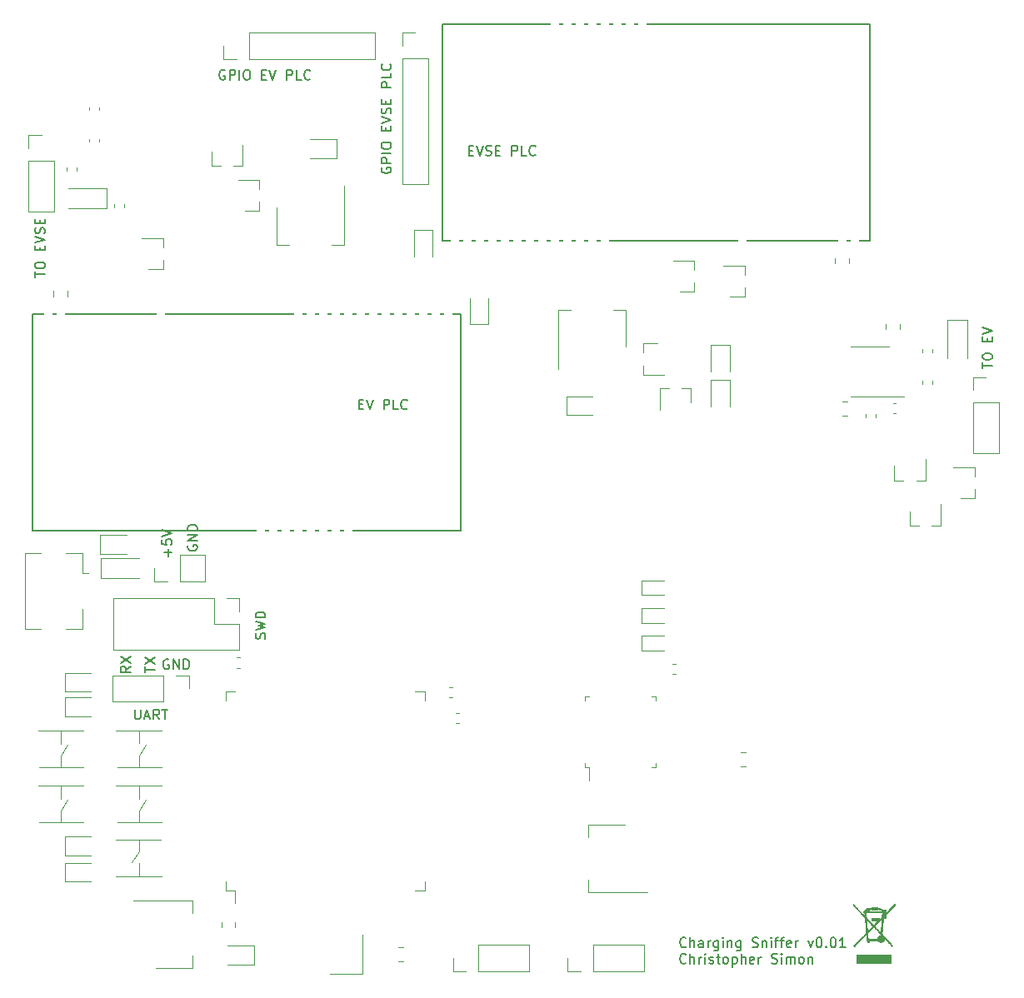
<source format=gto>
G04 #@! TF.GenerationSoftware,KiCad,Pcbnew,(5.1.6)-1*
G04 #@! TF.CreationDate,2020-06-22T19:30:58+02:00*
G04 #@! TF.ProjectId,plc-sniffer,706c632d-736e-4696-9666-65722e6b6963,rev?*
G04 #@! TF.SameCoordinates,Original*
G04 #@! TF.FileFunction,Legend,Top*
G04 #@! TF.FilePolarity,Positive*
%FSLAX46Y46*%
G04 Gerber Fmt 4.6, Leading zero omitted, Abs format (unit mm)*
G04 Created by KiCad (PCBNEW (5.1.6)-1) date 2020-06-22 19:30:58*
%MOMM*%
%LPD*%
G01*
G04 APERTURE LIST*
%ADD10C,0.150000*%
%ADD11C,0.120000*%
%ADD12C,0.010000*%
%ADD13O,1.800000X1.800000*%
%ADD14R,1.800000X1.800000*%
%ADD15C,1.800000*%
%ADD16C,0.900000*%
%ADD17C,6.500000*%
%ADD18R,1.000000X0.900000*%
%ADD19R,1.300000X1.500000*%
%ADD20R,2.100000X1.600000*%
%ADD21R,2.100000X3.900000*%
%ADD22R,0.950000X1.800000*%
%ADD23R,1.600000X2.100000*%
%ADD24R,3.900000X2.100000*%
%ADD25R,1.100000X0.850000*%
%ADD26R,0.900000X1.000000*%
%ADD27C,3.350000*%
%ADD28C,2.700000*%
%ADD29C,1.990000*%
%ADD30C,2.000000*%
%ADD31R,2.000000X2.000000*%
%ADD32R,1.500000X0.500000*%
%ADD33R,2.000000X2.400000*%
%ADD34R,2.000000X1.900000*%
%ADD35R,1.000000X1.300000*%
%ADD36R,1.300000X1.000000*%
%ADD37R,1.200000X1.200000*%
G04 APERTURE END LIST*
D10*
X114938095Y-117400000D02*
X114842857Y-117352380D01*
X114700000Y-117352380D01*
X114557142Y-117400000D01*
X114461904Y-117495238D01*
X114414285Y-117590476D01*
X114366666Y-117780952D01*
X114366666Y-117923809D01*
X114414285Y-118114285D01*
X114461904Y-118209523D01*
X114557142Y-118304761D01*
X114700000Y-118352380D01*
X114795238Y-118352380D01*
X114938095Y-118304761D01*
X114985714Y-118257142D01*
X114985714Y-117923809D01*
X114795238Y-117923809D01*
X115414285Y-118352380D02*
X115414285Y-117352380D01*
X115985714Y-118352380D01*
X115985714Y-117352380D01*
X116461904Y-118352380D02*
X116461904Y-117352380D01*
X116700000Y-117352380D01*
X116842857Y-117400000D01*
X116938095Y-117495238D01*
X116985714Y-117590476D01*
X117033333Y-117780952D01*
X117033333Y-117923809D01*
X116985714Y-118114285D01*
X116938095Y-118209523D01*
X116842857Y-118304761D01*
X116700000Y-118352380D01*
X116461904Y-118352380D01*
X111504761Y-122452380D02*
X111504761Y-123261904D01*
X111552380Y-123357142D01*
X111600000Y-123404761D01*
X111695238Y-123452380D01*
X111885714Y-123452380D01*
X111980952Y-123404761D01*
X112028571Y-123357142D01*
X112076190Y-123261904D01*
X112076190Y-122452380D01*
X112504761Y-123166666D02*
X112980952Y-123166666D01*
X112409523Y-123452380D02*
X112742857Y-122452380D01*
X113076190Y-123452380D01*
X113980952Y-123452380D02*
X113647619Y-122976190D01*
X113409523Y-123452380D02*
X113409523Y-122452380D01*
X113790476Y-122452380D01*
X113885714Y-122500000D01*
X113933333Y-122547619D01*
X113980952Y-122642857D01*
X113980952Y-122785714D01*
X113933333Y-122880952D01*
X113885714Y-122928571D01*
X113790476Y-122976190D01*
X113409523Y-122976190D01*
X114266666Y-122452380D02*
X114838095Y-122452380D01*
X114552380Y-123452380D02*
X114552380Y-122452380D01*
X136600000Y-67376190D02*
X136552380Y-67471428D01*
X136552380Y-67614285D01*
X136600000Y-67757142D01*
X136695238Y-67852380D01*
X136790476Y-67900000D01*
X136980952Y-67947619D01*
X137123809Y-67947619D01*
X137314285Y-67900000D01*
X137409523Y-67852380D01*
X137504761Y-67757142D01*
X137552380Y-67614285D01*
X137552380Y-67519047D01*
X137504761Y-67376190D01*
X137457142Y-67328571D01*
X137123809Y-67328571D01*
X137123809Y-67519047D01*
X137552380Y-66900000D02*
X136552380Y-66900000D01*
X136552380Y-66519047D01*
X136600000Y-66423809D01*
X136647619Y-66376190D01*
X136742857Y-66328571D01*
X136885714Y-66328571D01*
X136980952Y-66376190D01*
X137028571Y-66423809D01*
X137076190Y-66519047D01*
X137076190Y-66900000D01*
X137552380Y-65900000D02*
X136552380Y-65900000D01*
X136552380Y-65233333D02*
X136552380Y-65042857D01*
X136600000Y-64947619D01*
X136695238Y-64852380D01*
X136885714Y-64804761D01*
X137219047Y-64804761D01*
X137409523Y-64852380D01*
X137504761Y-64947619D01*
X137552380Y-65042857D01*
X137552380Y-65233333D01*
X137504761Y-65328571D01*
X137409523Y-65423809D01*
X137219047Y-65471428D01*
X136885714Y-65471428D01*
X136695238Y-65423809D01*
X136600000Y-65328571D01*
X136552380Y-65233333D01*
X137028571Y-63614285D02*
X137028571Y-63280952D01*
X137552380Y-63138095D02*
X137552380Y-63614285D01*
X136552380Y-63614285D01*
X136552380Y-63138095D01*
X136552380Y-62852380D02*
X137552380Y-62519047D01*
X136552380Y-62185714D01*
X137504761Y-61900000D02*
X137552380Y-61757142D01*
X137552380Y-61519047D01*
X137504761Y-61423809D01*
X137457142Y-61376190D01*
X137361904Y-61328571D01*
X137266666Y-61328571D01*
X137171428Y-61376190D01*
X137123809Y-61423809D01*
X137076190Y-61519047D01*
X137028571Y-61709523D01*
X136980952Y-61804761D01*
X136933333Y-61852380D01*
X136838095Y-61900000D01*
X136742857Y-61900000D01*
X136647619Y-61852380D01*
X136600000Y-61804761D01*
X136552380Y-61709523D01*
X136552380Y-61471428D01*
X136600000Y-61328571D01*
X137028571Y-60900000D02*
X137028571Y-60566666D01*
X137552380Y-60423809D02*
X137552380Y-60900000D01*
X136552380Y-60900000D01*
X136552380Y-60423809D01*
X137552380Y-59233333D02*
X136552380Y-59233333D01*
X136552380Y-58852380D01*
X136600000Y-58757142D01*
X136647619Y-58709523D01*
X136742857Y-58661904D01*
X136885714Y-58661904D01*
X136980952Y-58709523D01*
X137028571Y-58757142D01*
X137076190Y-58852380D01*
X137076190Y-59233333D01*
X137552380Y-57757142D02*
X137552380Y-58233333D01*
X136552380Y-58233333D01*
X137457142Y-56852380D02*
X137504761Y-56900000D01*
X137552380Y-57042857D01*
X137552380Y-57138095D01*
X137504761Y-57280952D01*
X137409523Y-57376190D01*
X137314285Y-57423809D01*
X137123809Y-57471428D01*
X136980952Y-57471428D01*
X136790476Y-57423809D01*
X136695238Y-57376190D01*
X136600000Y-57280952D01*
X136552380Y-57138095D01*
X136552380Y-57042857D01*
X136600000Y-56900000D01*
X136647619Y-56852380D01*
X120652380Y-57500000D02*
X120557142Y-57452380D01*
X120414285Y-57452380D01*
X120271428Y-57500000D01*
X120176190Y-57595238D01*
X120128571Y-57690476D01*
X120080952Y-57880952D01*
X120080952Y-58023809D01*
X120128571Y-58214285D01*
X120176190Y-58309523D01*
X120271428Y-58404761D01*
X120414285Y-58452380D01*
X120509523Y-58452380D01*
X120652380Y-58404761D01*
X120700000Y-58357142D01*
X120700000Y-58023809D01*
X120509523Y-58023809D01*
X121128571Y-58452380D02*
X121128571Y-57452380D01*
X121509523Y-57452380D01*
X121604761Y-57500000D01*
X121652380Y-57547619D01*
X121700000Y-57642857D01*
X121700000Y-57785714D01*
X121652380Y-57880952D01*
X121604761Y-57928571D01*
X121509523Y-57976190D01*
X121128571Y-57976190D01*
X122128571Y-58452380D02*
X122128571Y-57452380D01*
X122795238Y-57452380D02*
X122985714Y-57452380D01*
X123080952Y-57500000D01*
X123176190Y-57595238D01*
X123223809Y-57785714D01*
X123223809Y-58119047D01*
X123176190Y-58309523D01*
X123080952Y-58404761D01*
X122985714Y-58452380D01*
X122795238Y-58452380D01*
X122700000Y-58404761D01*
X122604761Y-58309523D01*
X122557142Y-58119047D01*
X122557142Y-57785714D01*
X122604761Y-57595238D01*
X122700000Y-57500000D01*
X122795238Y-57452380D01*
X124414285Y-57928571D02*
X124747619Y-57928571D01*
X124890476Y-58452380D02*
X124414285Y-58452380D01*
X124414285Y-57452380D01*
X124890476Y-57452380D01*
X125176190Y-57452380D02*
X125509523Y-58452380D01*
X125842857Y-57452380D01*
X126938095Y-58452380D02*
X126938095Y-57452380D01*
X127319047Y-57452380D01*
X127414285Y-57500000D01*
X127461904Y-57547619D01*
X127509523Y-57642857D01*
X127509523Y-57785714D01*
X127461904Y-57880952D01*
X127414285Y-57928571D01*
X127319047Y-57976190D01*
X126938095Y-57976190D01*
X128414285Y-58452380D02*
X127938095Y-58452380D01*
X127938095Y-57452380D01*
X129319047Y-58357142D02*
X129271428Y-58404761D01*
X129128571Y-58452380D01*
X129033333Y-58452380D01*
X128890476Y-58404761D01*
X128795238Y-58309523D01*
X128747619Y-58214285D01*
X128700000Y-58023809D01*
X128700000Y-57880952D01*
X128747619Y-57690476D01*
X128795238Y-57595238D01*
X128890476Y-57500000D01*
X129033333Y-57452380D01*
X129128571Y-57452380D01*
X129271428Y-57500000D01*
X129319047Y-57547619D01*
X134271428Y-91428571D02*
X134604761Y-91428571D01*
X134747619Y-91952380D02*
X134271428Y-91952380D01*
X134271428Y-90952380D01*
X134747619Y-90952380D01*
X135033333Y-90952380D02*
X135366666Y-91952380D01*
X135700000Y-90952380D01*
X136795238Y-91952380D02*
X136795238Y-90952380D01*
X137176190Y-90952380D01*
X137271428Y-91000000D01*
X137319047Y-91047619D01*
X137366666Y-91142857D01*
X137366666Y-91285714D01*
X137319047Y-91380952D01*
X137271428Y-91428571D01*
X137176190Y-91476190D01*
X136795238Y-91476190D01*
X138271428Y-91952380D02*
X137795238Y-91952380D01*
X137795238Y-90952380D01*
X139176190Y-91857142D02*
X139128571Y-91904761D01*
X138985714Y-91952380D01*
X138890476Y-91952380D01*
X138747619Y-91904761D01*
X138652380Y-91809523D01*
X138604761Y-91714285D01*
X138557142Y-91523809D01*
X138557142Y-91380952D01*
X138604761Y-91190476D01*
X138652380Y-91095238D01*
X138747619Y-91000000D01*
X138890476Y-90952380D01*
X138985714Y-90952380D01*
X139128571Y-91000000D01*
X139176190Y-91047619D01*
X145442857Y-65628571D02*
X145776190Y-65628571D01*
X145919047Y-66152380D02*
X145442857Y-66152380D01*
X145442857Y-65152380D01*
X145919047Y-65152380D01*
X146204761Y-65152380D02*
X146538095Y-66152380D01*
X146871428Y-65152380D01*
X147157142Y-66104761D02*
X147300000Y-66152380D01*
X147538095Y-66152380D01*
X147633333Y-66104761D01*
X147680952Y-66057142D01*
X147728571Y-65961904D01*
X147728571Y-65866666D01*
X147680952Y-65771428D01*
X147633333Y-65723809D01*
X147538095Y-65676190D01*
X147347619Y-65628571D01*
X147252380Y-65580952D01*
X147204761Y-65533333D01*
X147157142Y-65438095D01*
X147157142Y-65342857D01*
X147204761Y-65247619D01*
X147252380Y-65200000D01*
X147347619Y-65152380D01*
X147585714Y-65152380D01*
X147728571Y-65200000D01*
X148157142Y-65628571D02*
X148490476Y-65628571D01*
X148633333Y-66152380D02*
X148157142Y-66152380D01*
X148157142Y-65152380D01*
X148633333Y-65152380D01*
X149823809Y-66152380D02*
X149823809Y-65152380D01*
X150204761Y-65152380D01*
X150300000Y-65200000D01*
X150347619Y-65247619D01*
X150395238Y-65342857D01*
X150395238Y-65485714D01*
X150347619Y-65580952D01*
X150300000Y-65628571D01*
X150204761Y-65676190D01*
X149823809Y-65676190D01*
X151300000Y-66152380D02*
X150823809Y-66152380D01*
X150823809Y-65152380D01*
X152204761Y-66057142D02*
X152157142Y-66104761D01*
X152014285Y-66152380D01*
X151919047Y-66152380D01*
X151776190Y-66104761D01*
X151680952Y-66009523D01*
X151633333Y-65914285D01*
X151585714Y-65723809D01*
X151585714Y-65580952D01*
X151633333Y-65390476D01*
X151680952Y-65295238D01*
X151776190Y-65200000D01*
X151919047Y-65152380D01*
X152014285Y-65152380D01*
X152157142Y-65200000D01*
X152204761Y-65247619D01*
X112552380Y-118661904D02*
X112552380Y-118090476D01*
X113552380Y-118376190D02*
X112552380Y-118376190D01*
X112552380Y-117852380D02*
X113552380Y-117185714D01*
X112552380Y-117185714D02*
X113552380Y-117852380D01*
X111052380Y-118066666D02*
X110576190Y-118400000D01*
X111052380Y-118638095D02*
X110052380Y-118638095D01*
X110052380Y-118257142D01*
X110100000Y-118161904D01*
X110147619Y-118114285D01*
X110242857Y-118066666D01*
X110385714Y-118066666D01*
X110480952Y-118114285D01*
X110528571Y-118161904D01*
X110576190Y-118257142D01*
X110576190Y-118638095D01*
X110052380Y-117733333D02*
X111052380Y-117066666D01*
X110052380Y-117066666D02*
X111052380Y-117733333D01*
X116900000Y-105761904D02*
X116852380Y-105857142D01*
X116852380Y-106000000D01*
X116900000Y-106142857D01*
X116995238Y-106238095D01*
X117090476Y-106285714D01*
X117280952Y-106333333D01*
X117423809Y-106333333D01*
X117614285Y-106285714D01*
X117709523Y-106238095D01*
X117804761Y-106142857D01*
X117852380Y-106000000D01*
X117852380Y-105904761D01*
X117804761Y-105761904D01*
X117757142Y-105714285D01*
X117423809Y-105714285D01*
X117423809Y-105904761D01*
X117852380Y-105285714D02*
X116852380Y-105285714D01*
X117852380Y-104714285D01*
X116852380Y-104714285D01*
X117852380Y-104238095D02*
X116852380Y-104238095D01*
X116852380Y-104000000D01*
X116900000Y-103857142D01*
X116995238Y-103761904D01*
X117090476Y-103714285D01*
X117280952Y-103666666D01*
X117423809Y-103666666D01*
X117614285Y-103714285D01*
X117709523Y-103761904D01*
X117804761Y-103857142D01*
X117852380Y-104000000D01*
X117852380Y-104238095D01*
X114871428Y-106885714D02*
X114871428Y-106123809D01*
X115252380Y-106504761D02*
X114490476Y-106504761D01*
X114252380Y-105171428D02*
X114252380Y-105647619D01*
X114728571Y-105695238D01*
X114680952Y-105647619D01*
X114633333Y-105552380D01*
X114633333Y-105314285D01*
X114680952Y-105219047D01*
X114728571Y-105171428D01*
X114823809Y-105123809D01*
X115061904Y-105123809D01*
X115157142Y-105171428D01*
X115204761Y-105219047D01*
X115252380Y-105314285D01*
X115252380Y-105552380D01*
X115204761Y-105647619D01*
X115157142Y-105695238D01*
X114252380Y-104838095D02*
X115252380Y-104504761D01*
X114252380Y-104171428D01*
X124704761Y-115257142D02*
X124752380Y-115114285D01*
X124752380Y-114876190D01*
X124704761Y-114780952D01*
X124657142Y-114733333D01*
X124561904Y-114685714D01*
X124466666Y-114685714D01*
X124371428Y-114733333D01*
X124323809Y-114780952D01*
X124276190Y-114876190D01*
X124228571Y-115066666D01*
X124180952Y-115161904D01*
X124133333Y-115209523D01*
X124038095Y-115257142D01*
X123942857Y-115257142D01*
X123847619Y-115209523D01*
X123800000Y-115161904D01*
X123752380Y-115066666D01*
X123752380Y-114828571D01*
X123800000Y-114685714D01*
X123752380Y-114352380D02*
X124752380Y-114114285D01*
X124038095Y-113923809D01*
X124752380Y-113733333D01*
X123752380Y-113495238D01*
X124752380Y-113114285D02*
X123752380Y-113114285D01*
X123752380Y-112876190D01*
X123800000Y-112733333D01*
X123895238Y-112638095D01*
X123990476Y-112590476D01*
X124180952Y-112542857D01*
X124323809Y-112542857D01*
X124514285Y-112590476D01*
X124609523Y-112638095D01*
X124704761Y-112733333D01*
X124752380Y-112876190D01*
X124752380Y-113114285D01*
X101352380Y-78500000D02*
X101352380Y-77928571D01*
X102352380Y-78214285D02*
X101352380Y-78214285D01*
X101352380Y-77404761D02*
X101352380Y-77214285D01*
X101400000Y-77119047D01*
X101495238Y-77023809D01*
X101685714Y-76976190D01*
X102019047Y-76976190D01*
X102209523Y-77023809D01*
X102304761Y-77119047D01*
X102352380Y-77214285D01*
X102352380Y-77404761D01*
X102304761Y-77500000D01*
X102209523Y-77595238D01*
X102019047Y-77642857D01*
X101685714Y-77642857D01*
X101495238Y-77595238D01*
X101400000Y-77500000D01*
X101352380Y-77404761D01*
X101828571Y-75785714D02*
X101828571Y-75452380D01*
X102352380Y-75309523D02*
X102352380Y-75785714D01*
X101352380Y-75785714D01*
X101352380Y-75309523D01*
X101352380Y-75023809D02*
X102352380Y-74690476D01*
X101352380Y-74357142D01*
X102304761Y-74071428D02*
X102352380Y-73928571D01*
X102352380Y-73690476D01*
X102304761Y-73595238D01*
X102257142Y-73547619D01*
X102161904Y-73500000D01*
X102066666Y-73500000D01*
X101971428Y-73547619D01*
X101923809Y-73595238D01*
X101876190Y-73690476D01*
X101828571Y-73880952D01*
X101780952Y-73976190D01*
X101733333Y-74023809D01*
X101638095Y-74071428D01*
X101542857Y-74071428D01*
X101447619Y-74023809D01*
X101400000Y-73976190D01*
X101352380Y-73880952D01*
X101352380Y-73642857D01*
X101400000Y-73500000D01*
X101828571Y-73071428D02*
X101828571Y-72738095D01*
X102352380Y-72595238D02*
X102352380Y-73071428D01*
X101352380Y-73071428D01*
X101352380Y-72595238D01*
X197652380Y-87771428D02*
X197652380Y-87200000D01*
X198652380Y-87485714D02*
X197652380Y-87485714D01*
X197652380Y-86676190D02*
X197652380Y-86485714D01*
X197700000Y-86390476D01*
X197795238Y-86295238D01*
X197985714Y-86247619D01*
X198319047Y-86247619D01*
X198509523Y-86295238D01*
X198604761Y-86390476D01*
X198652380Y-86485714D01*
X198652380Y-86676190D01*
X198604761Y-86771428D01*
X198509523Y-86866666D01*
X198319047Y-86914285D01*
X197985714Y-86914285D01*
X197795238Y-86866666D01*
X197700000Y-86771428D01*
X197652380Y-86676190D01*
X198128571Y-85057142D02*
X198128571Y-84723809D01*
X198652380Y-84580952D02*
X198652380Y-85057142D01*
X197652380Y-85057142D01*
X197652380Y-84580952D01*
X197652380Y-84295238D02*
X198652380Y-83961904D01*
X197652380Y-83628571D01*
X167507023Y-146532142D02*
X167459404Y-146579761D01*
X167316547Y-146627380D01*
X167221309Y-146627380D01*
X167078452Y-146579761D01*
X166983214Y-146484523D01*
X166935595Y-146389285D01*
X166887976Y-146198809D01*
X166887976Y-146055952D01*
X166935595Y-145865476D01*
X166983214Y-145770238D01*
X167078452Y-145675000D01*
X167221309Y-145627380D01*
X167316547Y-145627380D01*
X167459404Y-145675000D01*
X167507023Y-145722619D01*
X167935595Y-146627380D02*
X167935595Y-145627380D01*
X168364166Y-146627380D02*
X168364166Y-146103571D01*
X168316547Y-146008333D01*
X168221309Y-145960714D01*
X168078452Y-145960714D01*
X167983214Y-146008333D01*
X167935595Y-146055952D01*
X169268928Y-146627380D02*
X169268928Y-146103571D01*
X169221309Y-146008333D01*
X169126071Y-145960714D01*
X168935595Y-145960714D01*
X168840357Y-146008333D01*
X169268928Y-146579761D02*
X169173690Y-146627380D01*
X168935595Y-146627380D01*
X168840357Y-146579761D01*
X168792738Y-146484523D01*
X168792738Y-146389285D01*
X168840357Y-146294047D01*
X168935595Y-146246428D01*
X169173690Y-146246428D01*
X169268928Y-146198809D01*
X169745119Y-146627380D02*
X169745119Y-145960714D01*
X169745119Y-146151190D02*
X169792738Y-146055952D01*
X169840357Y-146008333D01*
X169935595Y-145960714D01*
X170030833Y-145960714D01*
X170792738Y-145960714D02*
X170792738Y-146770238D01*
X170745119Y-146865476D01*
X170697500Y-146913095D01*
X170602261Y-146960714D01*
X170459404Y-146960714D01*
X170364166Y-146913095D01*
X170792738Y-146579761D02*
X170697500Y-146627380D01*
X170507023Y-146627380D01*
X170411785Y-146579761D01*
X170364166Y-146532142D01*
X170316547Y-146436904D01*
X170316547Y-146151190D01*
X170364166Y-146055952D01*
X170411785Y-146008333D01*
X170507023Y-145960714D01*
X170697500Y-145960714D01*
X170792738Y-146008333D01*
X171268928Y-146627380D02*
X171268928Y-145960714D01*
X171268928Y-145627380D02*
X171221309Y-145675000D01*
X171268928Y-145722619D01*
X171316547Y-145675000D01*
X171268928Y-145627380D01*
X171268928Y-145722619D01*
X171745119Y-145960714D02*
X171745119Y-146627380D01*
X171745119Y-146055952D02*
X171792738Y-146008333D01*
X171887976Y-145960714D01*
X172030833Y-145960714D01*
X172126071Y-146008333D01*
X172173690Y-146103571D01*
X172173690Y-146627380D01*
X173078452Y-145960714D02*
X173078452Y-146770238D01*
X173030833Y-146865476D01*
X172983214Y-146913095D01*
X172887976Y-146960714D01*
X172745119Y-146960714D01*
X172649880Y-146913095D01*
X173078452Y-146579761D02*
X172983214Y-146627380D01*
X172792738Y-146627380D01*
X172697500Y-146579761D01*
X172649880Y-146532142D01*
X172602261Y-146436904D01*
X172602261Y-146151190D01*
X172649880Y-146055952D01*
X172697500Y-146008333D01*
X172792738Y-145960714D01*
X172983214Y-145960714D01*
X173078452Y-146008333D01*
X174268928Y-146579761D02*
X174411785Y-146627380D01*
X174649880Y-146627380D01*
X174745119Y-146579761D01*
X174792738Y-146532142D01*
X174840357Y-146436904D01*
X174840357Y-146341666D01*
X174792738Y-146246428D01*
X174745119Y-146198809D01*
X174649880Y-146151190D01*
X174459404Y-146103571D01*
X174364166Y-146055952D01*
X174316547Y-146008333D01*
X174268928Y-145913095D01*
X174268928Y-145817857D01*
X174316547Y-145722619D01*
X174364166Y-145675000D01*
X174459404Y-145627380D01*
X174697500Y-145627380D01*
X174840357Y-145675000D01*
X175268928Y-145960714D02*
X175268928Y-146627380D01*
X175268928Y-146055952D02*
X175316547Y-146008333D01*
X175411785Y-145960714D01*
X175554642Y-145960714D01*
X175649880Y-146008333D01*
X175697500Y-146103571D01*
X175697500Y-146627380D01*
X176173690Y-146627380D02*
X176173690Y-145960714D01*
X176173690Y-145627380D02*
X176126071Y-145675000D01*
X176173690Y-145722619D01*
X176221309Y-145675000D01*
X176173690Y-145627380D01*
X176173690Y-145722619D01*
X176507023Y-145960714D02*
X176887976Y-145960714D01*
X176649880Y-146627380D02*
X176649880Y-145770238D01*
X176697500Y-145675000D01*
X176792738Y-145627380D01*
X176887976Y-145627380D01*
X177078452Y-145960714D02*
X177459404Y-145960714D01*
X177221309Y-146627380D02*
X177221309Y-145770238D01*
X177268928Y-145675000D01*
X177364166Y-145627380D01*
X177459404Y-145627380D01*
X178173690Y-146579761D02*
X178078452Y-146627380D01*
X177887976Y-146627380D01*
X177792738Y-146579761D01*
X177745119Y-146484523D01*
X177745119Y-146103571D01*
X177792738Y-146008333D01*
X177887976Y-145960714D01*
X178078452Y-145960714D01*
X178173690Y-146008333D01*
X178221309Y-146103571D01*
X178221309Y-146198809D01*
X177745119Y-146294047D01*
X178649880Y-146627380D02*
X178649880Y-145960714D01*
X178649880Y-146151190D02*
X178697500Y-146055952D01*
X178745119Y-146008333D01*
X178840357Y-145960714D01*
X178935595Y-145960714D01*
X179935595Y-145960714D02*
X180173690Y-146627380D01*
X180411785Y-145960714D01*
X180983214Y-145627380D02*
X181078452Y-145627380D01*
X181173690Y-145675000D01*
X181221309Y-145722619D01*
X181268928Y-145817857D01*
X181316547Y-146008333D01*
X181316547Y-146246428D01*
X181268928Y-146436904D01*
X181221309Y-146532142D01*
X181173690Y-146579761D01*
X181078452Y-146627380D01*
X180983214Y-146627380D01*
X180887976Y-146579761D01*
X180840357Y-146532142D01*
X180792738Y-146436904D01*
X180745119Y-146246428D01*
X180745119Y-146008333D01*
X180792738Y-145817857D01*
X180840357Y-145722619D01*
X180887976Y-145675000D01*
X180983214Y-145627380D01*
X181745119Y-146532142D02*
X181792738Y-146579761D01*
X181745119Y-146627380D01*
X181697500Y-146579761D01*
X181745119Y-146532142D01*
X181745119Y-146627380D01*
X182411785Y-145627380D02*
X182507023Y-145627380D01*
X182602261Y-145675000D01*
X182649880Y-145722619D01*
X182697500Y-145817857D01*
X182745119Y-146008333D01*
X182745119Y-146246428D01*
X182697500Y-146436904D01*
X182649880Y-146532142D01*
X182602261Y-146579761D01*
X182507023Y-146627380D01*
X182411785Y-146627380D01*
X182316547Y-146579761D01*
X182268928Y-146532142D01*
X182221309Y-146436904D01*
X182173690Y-146246428D01*
X182173690Y-146008333D01*
X182221309Y-145817857D01*
X182268928Y-145722619D01*
X182316547Y-145675000D01*
X182411785Y-145627380D01*
X183697500Y-146627380D02*
X183126071Y-146627380D01*
X183411785Y-146627380D02*
X183411785Y-145627380D01*
X183316547Y-145770238D01*
X183221309Y-145865476D01*
X183126071Y-145913095D01*
X167507023Y-148182142D02*
X167459404Y-148229761D01*
X167316547Y-148277380D01*
X167221309Y-148277380D01*
X167078452Y-148229761D01*
X166983214Y-148134523D01*
X166935595Y-148039285D01*
X166887976Y-147848809D01*
X166887976Y-147705952D01*
X166935595Y-147515476D01*
X166983214Y-147420238D01*
X167078452Y-147325000D01*
X167221309Y-147277380D01*
X167316547Y-147277380D01*
X167459404Y-147325000D01*
X167507023Y-147372619D01*
X167935595Y-148277380D02*
X167935595Y-147277380D01*
X168364166Y-148277380D02*
X168364166Y-147753571D01*
X168316547Y-147658333D01*
X168221309Y-147610714D01*
X168078452Y-147610714D01*
X167983214Y-147658333D01*
X167935595Y-147705952D01*
X168840357Y-148277380D02*
X168840357Y-147610714D01*
X168840357Y-147801190D02*
X168887976Y-147705952D01*
X168935595Y-147658333D01*
X169030833Y-147610714D01*
X169126071Y-147610714D01*
X169459404Y-148277380D02*
X169459404Y-147610714D01*
X169459404Y-147277380D02*
X169411785Y-147325000D01*
X169459404Y-147372619D01*
X169507023Y-147325000D01*
X169459404Y-147277380D01*
X169459404Y-147372619D01*
X169887976Y-148229761D02*
X169983214Y-148277380D01*
X170173690Y-148277380D01*
X170268928Y-148229761D01*
X170316547Y-148134523D01*
X170316547Y-148086904D01*
X170268928Y-147991666D01*
X170173690Y-147944047D01*
X170030833Y-147944047D01*
X169935595Y-147896428D01*
X169887976Y-147801190D01*
X169887976Y-147753571D01*
X169935595Y-147658333D01*
X170030833Y-147610714D01*
X170173690Y-147610714D01*
X170268928Y-147658333D01*
X170602261Y-147610714D02*
X170983214Y-147610714D01*
X170745119Y-147277380D02*
X170745119Y-148134523D01*
X170792738Y-148229761D01*
X170887976Y-148277380D01*
X170983214Y-148277380D01*
X171459404Y-148277380D02*
X171364166Y-148229761D01*
X171316547Y-148182142D01*
X171268928Y-148086904D01*
X171268928Y-147801190D01*
X171316547Y-147705952D01*
X171364166Y-147658333D01*
X171459404Y-147610714D01*
X171602261Y-147610714D01*
X171697500Y-147658333D01*
X171745119Y-147705952D01*
X171792738Y-147801190D01*
X171792738Y-148086904D01*
X171745119Y-148182142D01*
X171697500Y-148229761D01*
X171602261Y-148277380D01*
X171459404Y-148277380D01*
X172221309Y-147610714D02*
X172221309Y-148610714D01*
X172221309Y-147658333D02*
X172316547Y-147610714D01*
X172507023Y-147610714D01*
X172602261Y-147658333D01*
X172649880Y-147705952D01*
X172697500Y-147801190D01*
X172697500Y-148086904D01*
X172649880Y-148182142D01*
X172602261Y-148229761D01*
X172507023Y-148277380D01*
X172316547Y-148277380D01*
X172221309Y-148229761D01*
X173126071Y-148277380D02*
X173126071Y-147277380D01*
X173554642Y-148277380D02*
X173554642Y-147753571D01*
X173507023Y-147658333D01*
X173411785Y-147610714D01*
X173268928Y-147610714D01*
X173173690Y-147658333D01*
X173126071Y-147705952D01*
X174411785Y-148229761D02*
X174316547Y-148277380D01*
X174126071Y-148277380D01*
X174030833Y-148229761D01*
X173983214Y-148134523D01*
X173983214Y-147753571D01*
X174030833Y-147658333D01*
X174126071Y-147610714D01*
X174316547Y-147610714D01*
X174411785Y-147658333D01*
X174459404Y-147753571D01*
X174459404Y-147848809D01*
X173983214Y-147944047D01*
X174887976Y-148277380D02*
X174887976Y-147610714D01*
X174887976Y-147801190D02*
X174935595Y-147705952D01*
X174983214Y-147658333D01*
X175078452Y-147610714D01*
X175173690Y-147610714D01*
X176221309Y-148229761D02*
X176364166Y-148277380D01*
X176602261Y-148277380D01*
X176697500Y-148229761D01*
X176745119Y-148182142D01*
X176792738Y-148086904D01*
X176792738Y-147991666D01*
X176745119Y-147896428D01*
X176697500Y-147848809D01*
X176602261Y-147801190D01*
X176411785Y-147753571D01*
X176316547Y-147705952D01*
X176268928Y-147658333D01*
X176221309Y-147563095D01*
X176221309Y-147467857D01*
X176268928Y-147372619D01*
X176316547Y-147325000D01*
X176411785Y-147277380D01*
X176649880Y-147277380D01*
X176792738Y-147325000D01*
X177221309Y-148277380D02*
X177221309Y-147610714D01*
X177221309Y-147277380D02*
X177173690Y-147325000D01*
X177221309Y-147372619D01*
X177268928Y-147325000D01*
X177221309Y-147277380D01*
X177221309Y-147372619D01*
X177697500Y-148277380D02*
X177697500Y-147610714D01*
X177697500Y-147705952D02*
X177745119Y-147658333D01*
X177840357Y-147610714D01*
X177983214Y-147610714D01*
X178078452Y-147658333D01*
X178126071Y-147753571D01*
X178126071Y-148277380D01*
X178126071Y-147753571D02*
X178173690Y-147658333D01*
X178268928Y-147610714D01*
X178411785Y-147610714D01*
X178507023Y-147658333D01*
X178554642Y-147753571D01*
X178554642Y-148277380D01*
X179173690Y-148277380D02*
X179078452Y-148229761D01*
X179030833Y-148182142D01*
X178983214Y-148086904D01*
X178983214Y-147801190D01*
X179030833Y-147705952D01*
X179078452Y-147658333D01*
X179173690Y-147610714D01*
X179316547Y-147610714D01*
X179411785Y-147658333D01*
X179459404Y-147705952D01*
X179507023Y-147801190D01*
X179507023Y-148086904D01*
X179459404Y-148182142D01*
X179411785Y-148229761D01*
X179316547Y-148277380D01*
X179173690Y-148277380D01*
X179935595Y-147610714D02*
X179935595Y-148277380D01*
X179935595Y-147705952D02*
X179983214Y-147658333D01*
X180078452Y-147610714D01*
X180221309Y-147610714D01*
X180316547Y-147658333D01*
X180364166Y-147753571D01*
X180364166Y-148277380D01*
D11*
G04 #@! TO.C,C714*
X121849721Y-117190000D02*
X122175279Y-117190000D01*
X121849721Y-118210000D02*
X122175279Y-118210000D01*
G04 #@! TO.C,C712*
X144450279Y-123810000D02*
X144124721Y-123810000D01*
X144450279Y-122790000D02*
X144124721Y-122790000D01*
G04 #@! TO.C,C706*
X143775279Y-121210000D02*
X143449721Y-121210000D01*
X143775279Y-120190000D02*
X143449721Y-120190000D01*
G04 #@! TO.C,C802*
X189210000Y-83303922D02*
X189210000Y-83821078D01*
X187790000Y-83303922D02*
X187790000Y-83821078D01*
G04 #@! TO.C,C801*
X183921078Y-92610000D02*
X183403922Y-92610000D01*
X183921078Y-91190000D02*
X183403922Y-91190000D01*
D12*
G04 #@! TO.C,REF\u002A\u002A*
G36*
X188347822Y-148217822D02*
G01*
X184827029Y-148217822D01*
X184827029Y-147350198D01*
X188347822Y-147350198D01*
X188347822Y-148217822D01*
G37*
X188347822Y-148217822D02*
X184827029Y-148217822D01*
X184827029Y-147350198D01*
X188347822Y-147350198D01*
X188347822Y-148217822D01*
G36*
X188724430Y-142264848D02*
G01*
X188723811Y-142351931D01*
X188272086Y-142810891D01*
X187820361Y-143269852D01*
X187820032Y-143480471D01*
X187819703Y-143691089D01*
X187544610Y-143691089D01*
X187537522Y-143744530D01*
X187534838Y-143768888D01*
X187530313Y-143814759D01*
X187524191Y-143879405D01*
X187516712Y-143960091D01*
X187508119Y-144054081D01*
X187498654Y-144158637D01*
X187488558Y-144271025D01*
X187478074Y-144388507D01*
X187467444Y-144508348D01*
X187456909Y-144627811D01*
X187446713Y-144744159D01*
X187437095Y-144854657D01*
X187428300Y-144956569D01*
X187420568Y-145047158D01*
X187414142Y-145123687D01*
X187409263Y-145183421D01*
X187406175Y-145223624D01*
X187405117Y-145241559D01*
X187405118Y-145241644D01*
X187412827Y-145256035D01*
X187435981Y-145285748D01*
X187474895Y-145331131D01*
X187529884Y-145392529D01*
X187601264Y-145470288D01*
X187689349Y-145564754D01*
X187794454Y-145676272D01*
X187916895Y-145805188D01*
X187951310Y-145841287D01*
X188497137Y-146413416D01*
X188408881Y-146501436D01*
X188337485Y-146423758D01*
X188311366Y-146395686D01*
X188270566Y-146352274D01*
X188217777Y-146296366D01*
X188155691Y-146230808D01*
X188087000Y-146158441D01*
X188014396Y-146082112D01*
X187970960Y-146036524D01*
X187889416Y-145951119D01*
X187823504Y-145882710D01*
X187771544Y-145830053D01*
X187731855Y-145791905D01*
X187702757Y-145767020D01*
X187682569Y-145754156D01*
X187669610Y-145752068D01*
X187662200Y-145759513D01*
X187658658Y-145775246D01*
X187657303Y-145798023D01*
X187657121Y-145804239D01*
X187647703Y-145847061D01*
X187624497Y-145898819D01*
X187592136Y-145951328D01*
X187555252Y-145996403D01*
X187540493Y-146010328D01*
X187464767Y-146059047D01*
X187376308Y-146086306D01*
X187298100Y-146092773D01*
X187209468Y-146080576D01*
X187127612Y-146044813D01*
X187055164Y-145986722D01*
X187041797Y-145972262D01*
X186992918Y-145916733D01*
X186147326Y-145916733D01*
X186147326Y-146092773D01*
X185920990Y-146092773D01*
X185920990Y-146010531D01*
X185918150Y-145954386D01*
X185908607Y-145915416D01*
X185897009Y-145894219D01*
X185888723Y-145879052D01*
X185881627Y-145857062D01*
X185875252Y-145824987D01*
X185869128Y-145779569D01*
X185862784Y-145717548D01*
X185855750Y-145635662D01*
X185850934Y-145574746D01*
X185828839Y-145289343D01*
X185286435Y-145838805D01*
X185188363Y-145938228D01*
X185094216Y-146033815D01*
X185005715Y-146123810D01*
X184924580Y-146206457D01*
X184852531Y-146280001D01*
X184791288Y-146342684D01*
X184742573Y-146392752D01*
X184708104Y-146428448D01*
X184689621Y-146447995D01*
X184659257Y-146478944D01*
X184633929Y-146500530D01*
X184620305Y-146507723D01*
X184602905Y-146499297D01*
X184577540Y-146478245D01*
X184568942Y-146469671D01*
X184532486Y-146431620D01*
X184733198Y-146227658D01*
X184784404Y-146175699D01*
X184850431Y-146108820D01*
X184928382Y-146029950D01*
X185015362Y-145942014D01*
X185108474Y-145847941D01*
X185204821Y-145750658D01*
X185301508Y-145653093D01*
X185370866Y-145583145D01*
X185476297Y-145476550D01*
X185564871Y-145386307D01*
X185637719Y-145311192D01*
X185695977Y-145249986D01*
X185740775Y-145201466D01*
X185762979Y-145176129D01*
X185941276Y-145176129D01*
X185963599Y-145461555D01*
X185970331Y-145545219D01*
X185976843Y-145621727D01*
X185982766Y-145687081D01*
X185987732Y-145737281D01*
X185991371Y-145768329D01*
X185992542Y-145775273D01*
X185999162Y-145803565D01*
X186948636Y-145803565D01*
X186954974Y-145724606D01*
X186974110Y-145631315D01*
X187014154Y-145548791D01*
X187072582Y-145480038D01*
X187146871Y-145428063D01*
X187230252Y-145396863D01*
X187257302Y-145382228D01*
X187270844Y-145350819D01*
X187271128Y-145349434D01*
X187272753Y-145336174D01*
X187270744Y-145322595D01*
X187263142Y-145306181D01*
X187247984Y-145284411D01*
X187223312Y-145254767D01*
X187187164Y-145214732D01*
X187137580Y-145161785D01*
X187072599Y-145093409D01*
X187068401Y-145089005D01*
X186998507Y-145015611D01*
X186924200Y-144937437D01*
X186850586Y-144859864D01*
X186782771Y-144788275D01*
X186725860Y-144728051D01*
X186713168Y-144714587D01*
X186664513Y-144663820D01*
X186621291Y-144620375D01*
X186586605Y-144587241D01*
X186563556Y-144567405D01*
X186555818Y-144563046D01*
X186544278Y-144572170D01*
X186517290Y-144597200D01*
X186476979Y-144636052D01*
X186425471Y-144686643D01*
X186364891Y-144746888D01*
X186297364Y-144814704D01*
X186242174Y-144870565D01*
X185941276Y-145176129D01*
X185762979Y-145176129D01*
X185773249Y-145164411D01*
X185794529Y-145137599D01*
X185805749Y-145119808D01*
X185808246Y-145111570D01*
X185807300Y-145093590D01*
X185804427Y-145052892D01*
X185799813Y-144991819D01*
X185793642Y-144912713D01*
X185786102Y-144817914D01*
X185777379Y-144709767D01*
X185767657Y-144590612D01*
X185757124Y-144462791D01*
X185748635Y-144360635D01*
X185700604Y-143784674D01*
X185824195Y-143784674D01*
X185824727Y-143797104D01*
X185827231Y-143832110D01*
X185831504Y-143887215D01*
X185837347Y-143959943D01*
X185844557Y-144047814D01*
X185852934Y-144148351D01*
X185862277Y-144259077D01*
X185871242Y-144364205D01*
X185881398Y-144483483D01*
X185890858Y-144596080D01*
X185899404Y-144699305D01*
X185906821Y-144790473D01*
X185912892Y-144866895D01*
X185917399Y-144925883D01*
X185920127Y-144964749D01*
X185920884Y-144979844D01*
X185922065Y-144989238D01*
X185926744Y-144992966D01*
X185936724Y-144989471D01*
X185953810Y-144977199D01*
X185979804Y-144954594D01*
X186016510Y-144920100D01*
X186065733Y-144872162D01*
X186129274Y-144809224D01*
X186196695Y-144741968D01*
X186472399Y-144466477D01*
X186470467Y-144464406D01*
X186652710Y-144464406D01*
X186661016Y-144475780D01*
X186684267Y-144502563D01*
X186720135Y-144542292D01*
X186766287Y-144592507D01*
X186820394Y-144650746D01*
X186880126Y-144714547D01*
X186943152Y-144781449D01*
X187007142Y-144848990D01*
X187069764Y-144914710D01*
X187128690Y-144976146D01*
X187181588Y-145030837D01*
X187226128Y-145076322D01*
X187259980Y-145110138D01*
X187280812Y-145129826D01*
X187286494Y-145133837D01*
X187288366Y-145120891D01*
X187292254Y-145085134D01*
X187297943Y-145028804D01*
X187305219Y-144954140D01*
X187313869Y-144863380D01*
X187323678Y-144758762D01*
X187334434Y-144642526D01*
X187345921Y-144516908D01*
X187355093Y-144415618D01*
X187366826Y-144284279D01*
X187377665Y-144160552D01*
X187387430Y-144046681D01*
X187395937Y-143944911D01*
X187403005Y-143857487D01*
X187408451Y-143786653D01*
X187412092Y-143734653D01*
X187413747Y-143703732D01*
X187413558Y-143695703D01*
X187403666Y-143702854D01*
X187378476Y-143725841D01*
X187340190Y-143762439D01*
X187291011Y-143810422D01*
X187233139Y-143867566D01*
X187168778Y-143931647D01*
X187100129Y-144000438D01*
X187029395Y-144071716D01*
X186958778Y-144143255D01*
X186890480Y-144212830D01*
X186826704Y-144278217D01*
X186769650Y-144337191D01*
X186721522Y-144387527D01*
X186684522Y-144426999D01*
X186660852Y-144453383D01*
X186652710Y-144464406D01*
X186470467Y-144464406D01*
X186369591Y-144356295D01*
X186317232Y-144300377D01*
X186258465Y-144237948D01*
X186195615Y-144171443D01*
X186131005Y-144103298D01*
X186066958Y-144035948D01*
X186005797Y-143971828D01*
X185949847Y-143913372D01*
X185901430Y-143863018D01*
X185862870Y-143823198D01*
X185836491Y-143796350D01*
X185824616Y-143784908D01*
X185824195Y-143784674D01*
X185700604Y-143784674D01*
X185688599Y-143640726D01*
X185088062Y-143009158D01*
X184487525Y-142377589D01*
X184487966Y-142289315D01*
X184488408Y-142201040D01*
X184585417Y-142304666D01*
X184639709Y-142362463D01*
X184703808Y-142430368D01*
X184775984Y-142506572D01*
X184854508Y-142589269D01*
X184937651Y-142676653D01*
X185023681Y-142766915D01*
X185110870Y-142858250D01*
X185197487Y-142948849D01*
X185281803Y-143036907D01*
X185362088Y-143120615D01*
X185436613Y-143198167D01*
X185503646Y-143267757D01*
X185561459Y-143327576D01*
X185608321Y-143375818D01*
X185642504Y-143410676D01*
X185662276Y-143430343D01*
X185666610Y-143434116D01*
X185666908Y-143420992D01*
X185665269Y-143387389D01*
X185661977Y-143337880D01*
X185657318Y-143277037D01*
X185655318Y-143252732D01*
X185640423Y-143074951D01*
X185757045Y-143074951D01*
X185763066Y-143103243D01*
X185766137Y-143125618D01*
X185770452Y-143167717D01*
X185775512Y-143224178D01*
X185780819Y-143289635D01*
X185782656Y-143313862D01*
X185788073Y-143383421D01*
X185793541Y-143448018D01*
X185798512Y-143501548D01*
X185802439Y-143537910D01*
X185803325Y-143544509D01*
X185806666Y-143558056D01*
X185813899Y-143573914D01*
X185826560Y-143593861D01*
X185846189Y-143619673D01*
X185874322Y-143653129D01*
X185912498Y-143696007D01*
X185962254Y-143750083D01*
X186025129Y-143817136D01*
X186102659Y-143898943D01*
X186181749Y-143981950D01*
X186260436Y-144064094D01*
X186333888Y-144140169D01*
X186400276Y-144208325D01*
X186457773Y-144266712D01*
X186504549Y-144313481D01*
X186538776Y-144346782D01*
X186558627Y-144364767D01*
X186562860Y-144367442D01*
X186573997Y-144357741D01*
X186600029Y-144332441D01*
X186638430Y-144294082D01*
X186686672Y-144245200D01*
X186742230Y-144188334D01*
X186782408Y-144146906D01*
X186992169Y-143930000D01*
X186373663Y-143930000D01*
X186373663Y-143691089D01*
X187128119Y-143691089D01*
X187128119Y-143797542D01*
X187266435Y-143659654D01*
X187364553Y-143561840D01*
X187555643Y-143561840D01*
X187557471Y-143577270D01*
X187566723Y-143585867D01*
X187589050Y-143589613D01*
X187630105Y-143590489D01*
X187637376Y-143590495D01*
X187719109Y-143590495D01*
X187719109Y-143371172D01*
X187637376Y-143452179D01*
X187591270Y-143501428D01*
X187563694Y-143539159D01*
X187555643Y-143561840D01*
X187364553Y-143561840D01*
X187404752Y-143521766D01*
X187404752Y-143398952D01*
X187405137Y-143342450D01*
X187406900Y-143306505D01*
X187410950Y-143286530D01*
X187418199Y-143277937D01*
X187429130Y-143276139D01*
X187441288Y-143273498D01*
X187450273Y-143262912D01*
X187457174Y-143240381D01*
X187463076Y-143201909D01*
X187469065Y-143143498D01*
X187470987Y-143122104D01*
X187475148Y-143074951D01*
X185757045Y-143074951D01*
X185640423Y-143074951D01*
X185480891Y-143074951D01*
X185480891Y-142961782D01*
X185548686Y-142961782D01*
X185588338Y-142960696D01*
X185609884Y-142955454D01*
X185612520Y-142952334D01*
X185751384Y-142952334D01*
X185758692Y-142959462D01*
X185784007Y-142961662D01*
X185801092Y-142961782D01*
X185858119Y-142961782D01*
X186070779Y-142961782D01*
X187485302Y-142961782D01*
X187437458Y-142912786D01*
X187363150Y-142852324D01*
X187271184Y-142805691D01*
X187160002Y-142772249D01*
X187049529Y-142753753D01*
X186977227Y-142745122D01*
X186977227Y-142836040D01*
X186398812Y-142836040D01*
X186398812Y-142732893D01*
X186313935Y-142741496D01*
X186254632Y-142748756D01*
X186191449Y-142758379D01*
X186153614Y-142765252D01*
X186078168Y-142780407D01*
X186074474Y-142871095D01*
X186070779Y-142961782D01*
X185858119Y-142961782D01*
X185858119Y-142911485D01*
X185856456Y-142879976D01*
X185852303Y-142862463D01*
X185850629Y-142861188D01*
X185832013Y-142869254D01*
X185804817Y-142888820D01*
X185777552Y-142912944D01*
X185758733Y-142934682D01*
X185757057Y-142937508D01*
X185751384Y-142952334D01*
X185612520Y-142952334D01*
X185620338Y-142943081D01*
X185624558Y-142929604D01*
X185641781Y-142894627D01*
X185674862Y-142852579D01*
X185718107Y-142809356D01*
X185765826Y-142770854D01*
X185797170Y-142750801D01*
X185832877Y-142728851D01*
X185851181Y-142710411D01*
X185857612Y-142688668D01*
X185858106Y-142675718D01*
X185858106Y-142672575D01*
X186499406Y-142672575D01*
X186499406Y-142735446D01*
X186876633Y-142735446D01*
X186876633Y-142672575D01*
X186499406Y-142672575D01*
X185858106Y-142672575D01*
X185858119Y-142634852D01*
X185963952Y-142634852D01*
X186012645Y-142636029D01*
X186050595Y-142639165D01*
X186071692Y-142643671D01*
X186073977Y-142645495D01*
X186087359Y-142648295D01*
X186119926Y-142647148D01*
X186166084Y-142642393D01*
X186197624Y-142638003D01*
X186254812Y-142629378D01*
X186307114Y-142621591D01*
X186346418Y-142615847D01*
X186357945Y-142614215D01*
X186388063Y-142604888D01*
X186398812Y-142590272D01*
X186402080Y-142584320D01*
X186413770Y-142579778D01*
X186436712Y-142576470D01*
X186473735Y-142574215D01*
X186527668Y-142572834D01*
X186601340Y-142572150D01*
X186688020Y-142571980D01*
X186780529Y-142572077D01*
X186850906Y-142572530D01*
X186902164Y-142573590D01*
X186937320Y-142575503D01*
X186959389Y-142578519D01*
X186971385Y-142582885D01*
X186976324Y-142588849D01*
X186977227Y-142595784D01*
X186984921Y-142617795D01*
X187010121Y-142630321D01*
X187056009Y-142634788D01*
X187064264Y-142634852D01*
X187141973Y-142642868D01*
X187230233Y-142664936D01*
X187321085Y-142698084D01*
X187406570Y-142739339D01*
X187478726Y-142785731D01*
X187488072Y-142793082D01*
X187518533Y-142816998D01*
X187536572Y-142826576D01*
X187549169Y-142823480D01*
X187562100Y-142810704D01*
X187600293Y-142785678D01*
X187649998Y-142776071D01*
X187703524Y-142781067D01*
X187753178Y-142799851D01*
X187791267Y-142831606D01*
X187794025Y-142835297D01*
X187822526Y-142894575D01*
X187827828Y-142955934D01*
X187810518Y-143014427D01*
X187771180Y-143065104D01*
X187766370Y-143069289D01*
X187738440Y-143089167D01*
X187710102Y-143097921D01*
X187670263Y-143098553D01*
X187660311Y-143097992D01*
X187621332Y-143096562D01*
X187601254Y-143099839D01*
X187593985Y-143109728D01*
X187593240Y-143118961D01*
X187591716Y-143145744D01*
X187587935Y-143186025D01*
X187585218Y-143210124D01*
X187581277Y-143248401D01*
X187582916Y-143267996D01*
X187592421Y-143275158D01*
X187609351Y-143276139D01*
X187619392Y-143272901D01*
X187635590Y-143262420D01*
X187659145Y-143243548D01*
X187691257Y-143215135D01*
X187733128Y-143176035D01*
X187785957Y-143125097D01*
X187850945Y-143061173D01*
X187929291Y-142983114D01*
X188022197Y-142889772D01*
X188130863Y-142779998D01*
X188183231Y-142726952D01*
X188725049Y-142177767D01*
X188724430Y-142264848D01*
G37*
X188724430Y-142264848D02*
X188723811Y-142351931D01*
X188272086Y-142810891D01*
X187820361Y-143269852D01*
X187820032Y-143480471D01*
X187819703Y-143691089D01*
X187544610Y-143691089D01*
X187537522Y-143744530D01*
X187534838Y-143768888D01*
X187530313Y-143814759D01*
X187524191Y-143879405D01*
X187516712Y-143960091D01*
X187508119Y-144054081D01*
X187498654Y-144158637D01*
X187488558Y-144271025D01*
X187478074Y-144388507D01*
X187467444Y-144508348D01*
X187456909Y-144627811D01*
X187446713Y-144744159D01*
X187437095Y-144854657D01*
X187428300Y-144956569D01*
X187420568Y-145047158D01*
X187414142Y-145123687D01*
X187409263Y-145183421D01*
X187406175Y-145223624D01*
X187405117Y-145241559D01*
X187405118Y-145241644D01*
X187412827Y-145256035D01*
X187435981Y-145285748D01*
X187474895Y-145331131D01*
X187529884Y-145392529D01*
X187601264Y-145470288D01*
X187689349Y-145564754D01*
X187794454Y-145676272D01*
X187916895Y-145805188D01*
X187951310Y-145841287D01*
X188497137Y-146413416D01*
X188408881Y-146501436D01*
X188337485Y-146423758D01*
X188311366Y-146395686D01*
X188270566Y-146352274D01*
X188217777Y-146296366D01*
X188155691Y-146230808D01*
X188087000Y-146158441D01*
X188014396Y-146082112D01*
X187970960Y-146036524D01*
X187889416Y-145951119D01*
X187823504Y-145882710D01*
X187771544Y-145830053D01*
X187731855Y-145791905D01*
X187702757Y-145767020D01*
X187682569Y-145754156D01*
X187669610Y-145752068D01*
X187662200Y-145759513D01*
X187658658Y-145775246D01*
X187657303Y-145798023D01*
X187657121Y-145804239D01*
X187647703Y-145847061D01*
X187624497Y-145898819D01*
X187592136Y-145951328D01*
X187555252Y-145996403D01*
X187540493Y-146010328D01*
X187464767Y-146059047D01*
X187376308Y-146086306D01*
X187298100Y-146092773D01*
X187209468Y-146080576D01*
X187127612Y-146044813D01*
X187055164Y-145986722D01*
X187041797Y-145972262D01*
X186992918Y-145916733D01*
X186147326Y-145916733D01*
X186147326Y-146092773D01*
X185920990Y-146092773D01*
X185920990Y-146010531D01*
X185918150Y-145954386D01*
X185908607Y-145915416D01*
X185897009Y-145894219D01*
X185888723Y-145879052D01*
X185881627Y-145857062D01*
X185875252Y-145824987D01*
X185869128Y-145779569D01*
X185862784Y-145717548D01*
X185855750Y-145635662D01*
X185850934Y-145574746D01*
X185828839Y-145289343D01*
X185286435Y-145838805D01*
X185188363Y-145938228D01*
X185094216Y-146033815D01*
X185005715Y-146123810D01*
X184924580Y-146206457D01*
X184852531Y-146280001D01*
X184791288Y-146342684D01*
X184742573Y-146392752D01*
X184708104Y-146428448D01*
X184689621Y-146447995D01*
X184659257Y-146478944D01*
X184633929Y-146500530D01*
X184620305Y-146507723D01*
X184602905Y-146499297D01*
X184577540Y-146478245D01*
X184568942Y-146469671D01*
X184532486Y-146431620D01*
X184733198Y-146227658D01*
X184784404Y-146175699D01*
X184850431Y-146108820D01*
X184928382Y-146029950D01*
X185015362Y-145942014D01*
X185108474Y-145847941D01*
X185204821Y-145750658D01*
X185301508Y-145653093D01*
X185370866Y-145583145D01*
X185476297Y-145476550D01*
X185564871Y-145386307D01*
X185637719Y-145311192D01*
X185695977Y-145249986D01*
X185740775Y-145201466D01*
X185762979Y-145176129D01*
X185941276Y-145176129D01*
X185963599Y-145461555D01*
X185970331Y-145545219D01*
X185976843Y-145621727D01*
X185982766Y-145687081D01*
X185987732Y-145737281D01*
X185991371Y-145768329D01*
X185992542Y-145775273D01*
X185999162Y-145803565D01*
X186948636Y-145803565D01*
X186954974Y-145724606D01*
X186974110Y-145631315D01*
X187014154Y-145548791D01*
X187072582Y-145480038D01*
X187146871Y-145428063D01*
X187230252Y-145396863D01*
X187257302Y-145382228D01*
X187270844Y-145350819D01*
X187271128Y-145349434D01*
X187272753Y-145336174D01*
X187270744Y-145322595D01*
X187263142Y-145306181D01*
X187247984Y-145284411D01*
X187223312Y-145254767D01*
X187187164Y-145214732D01*
X187137580Y-145161785D01*
X187072599Y-145093409D01*
X187068401Y-145089005D01*
X186998507Y-145015611D01*
X186924200Y-144937437D01*
X186850586Y-144859864D01*
X186782771Y-144788275D01*
X186725860Y-144728051D01*
X186713168Y-144714587D01*
X186664513Y-144663820D01*
X186621291Y-144620375D01*
X186586605Y-144587241D01*
X186563556Y-144567405D01*
X186555818Y-144563046D01*
X186544278Y-144572170D01*
X186517290Y-144597200D01*
X186476979Y-144636052D01*
X186425471Y-144686643D01*
X186364891Y-144746888D01*
X186297364Y-144814704D01*
X186242174Y-144870565D01*
X185941276Y-145176129D01*
X185762979Y-145176129D01*
X185773249Y-145164411D01*
X185794529Y-145137599D01*
X185805749Y-145119808D01*
X185808246Y-145111570D01*
X185807300Y-145093590D01*
X185804427Y-145052892D01*
X185799813Y-144991819D01*
X185793642Y-144912713D01*
X185786102Y-144817914D01*
X185777379Y-144709767D01*
X185767657Y-144590612D01*
X185757124Y-144462791D01*
X185748635Y-144360635D01*
X185700604Y-143784674D01*
X185824195Y-143784674D01*
X185824727Y-143797104D01*
X185827231Y-143832110D01*
X185831504Y-143887215D01*
X185837347Y-143959943D01*
X185844557Y-144047814D01*
X185852934Y-144148351D01*
X185862277Y-144259077D01*
X185871242Y-144364205D01*
X185881398Y-144483483D01*
X185890858Y-144596080D01*
X185899404Y-144699305D01*
X185906821Y-144790473D01*
X185912892Y-144866895D01*
X185917399Y-144925883D01*
X185920127Y-144964749D01*
X185920884Y-144979844D01*
X185922065Y-144989238D01*
X185926744Y-144992966D01*
X185936724Y-144989471D01*
X185953810Y-144977199D01*
X185979804Y-144954594D01*
X186016510Y-144920100D01*
X186065733Y-144872162D01*
X186129274Y-144809224D01*
X186196695Y-144741968D01*
X186472399Y-144466477D01*
X186470467Y-144464406D01*
X186652710Y-144464406D01*
X186661016Y-144475780D01*
X186684267Y-144502563D01*
X186720135Y-144542292D01*
X186766287Y-144592507D01*
X186820394Y-144650746D01*
X186880126Y-144714547D01*
X186943152Y-144781449D01*
X187007142Y-144848990D01*
X187069764Y-144914710D01*
X187128690Y-144976146D01*
X187181588Y-145030837D01*
X187226128Y-145076322D01*
X187259980Y-145110138D01*
X187280812Y-145129826D01*
X187286494Y-145133837D01*
X187288366Y-145120891D01*
X187292254Y-145085134D01*
X187297943Y-145028804D01*
X187305219Y-144954140D01*
X187313869Y-144863380D01*
X187323678Y-144758762D01*
X187334434Y-144642526D01*
X187345921Y-144516908D01*
X187355093Y-144415618D01*
X187366826Y-144284279D01*
X187377665Y-144160552D01*
X187387430Y-144046681D01*
X187395937Y-143944911D01*
X187403005Y-143857487D01*
X187408451Y-143786653D01*
X187412092Y-143734653D01*
X187413747Y-143703732D01*
X187413558Y-143695703D01*
X187403666Y-143702854D01*
X187378476Y-143725841D01*
X187340190Y-143762439D01*
X187291011Y-143810422D01*
X187233139Y-143867566D01*
X187168778Y-143931647D01*
X187100129Y-144000438D01*
X187029395Y-144071716D01*
X186958778Y-144143255D01*
X186890480Y-144212830D01*
X186826704Y-144278217D01*
X186769650Y-144337191D01*
X186721522Y-144387527D01*
X186684522Y-144426999D01*
X186660852Y-144453383D01*
X186652710Y-144464406D01*
X186470467Y-144464406D01*
X186369591Y-144356295D01*
X186317232Y-144300377D01*
X186258465Y-144237948D01*
X186195615Y-144171443D01*
X186131005Y-144103298D01*
X186066958Y-144035948D01*
X186005797Y-143971828D01*
X185949847Y-143913372D01*
X185901430Y-143863018D01*
X185862870Y-143823198D01*
X185836491Y-143796350D01*
X185824616Y-143784908D01*
X185824195Y-143784674D01*
X185700604Y-143784674D01*
X185688599Y-143640726D01*
X185088062Y-143009158D01*
X184487525Y-142377589D01*
X184487966Y-142289315D01*
X184488408Y-142201040D01*
X184585417Y-142304666D01*
X184639709Y-142362463D01*
X184703808Y-142430368D01*
X184775984Y-142506572D01*
X184854508Y-142589269D01*
X184937651Y-142676653D01*
X185023681Y-142766915D01*
X185110870Y-142858250D01*
X185197487Y-142948849D01*
X185281803Y-143036907D01*
X185362088Y-143120615D01*
X185436613Y-143198167D01*
X185503646Y-143267757D01*
X185561459Y-143327576D01*
X185608321Y-143375818D01*
X185642504Y-143410676D01*
X185662276Y-143430343D01*
X185666610Y-143434116D01*
X185666908Y-143420992D01*
X185665269Y-143387389D01*
X185661977Y-143337880D01*
X185657318Y-143277037D01*
X185655318Y-143252732D01*
X185640423Y-143074951D01*
X185757045Y-143074951D01*
X185763066Y-143103243D01*
X185766137Y-143125618D01*
X185770452Y-143167717D01*
X185775512Y-143224178D01*
X185780819Y-143289635D01*
X185782656Y-143313862D01*
X185788073Y-143383421D01*
X185793541Y-143448018D01*
X185798512Y-143501548D01*
X185802439Y-143537910D01*
X185803325Y-143544509D01*
X185806666Y-143558056D01*
X185813899Y-143573914D01*
X185826560Y-143593861D01*
X185846189Y-143619673D01*
X185874322Y-143653129D01*
X185912498Y-143696007D01*
X185962254Y-143750083D01*
X186025129Y-143817136D01*
X186102659Y-143898943D01*
X186181749Y-143981950D01*
X186260436Y-144064094D01*
X186333888Y-144140169D01*
X186400276Y-144208325D01*
X186457773Y-144266712D01*
X186504549Y-144313481D01*
X186538776Y-144346782D01*
X186558627Y-144364767D01*
X186562860Y-144367442D01*
X186573997Y-144357741D01*
X186600029Y-144332441D01*
X186638430Y-144294082D01*
X186686672Y-144245200D01*
X186742230Y-144188334D01*
X186782408Y-144146906D01*
X186992169Y-143930000D01*
X186373663Y-143930000D01*
X186373663Y-143691089D01*
X187128119Y-143691089D01*
X187128119Y-143797542D01*
X187266435Y-143659654D01*
X187364553Y-143561840D01*
X187555643Y-143561840D01*
X187557471Y-143577270D01*
X187566723Y-143585867D01*
X187589050Y-143589613D01*
X187630105Y-143590489D01*
X187637376Y-143590495D01*
X187719109Y-143590495D01*
X187719109Y-143371172D01*
X187637376Y-143452179D01*
X187591270Y-143501428D01*
X187563694Y-143539159D01*
X187555643Y-143561840D01*
X187364553Y-143561840D01*
X187404752Y-143521766D01*
X187404752Y-143398952D01*
X187405137Y-143342450D01*
X187406900Y-143306505D01*
X187410950Y-143286530D01*
X187418199Y-143277937D01*
X187429130Y-143276139D01*
X187441288Y-143273498D01*
X187450273Y-143262912D01*
X187457174Y-143240381D01*
X187463076Y-143201909D01*
X187469065Y-143143498D01*
X187470987Y-143122104D01*
X187475148Y-143074951D01*
X185757045Y-143074951D01*
X185640423Y-143074951D01*
X185480891Y-143074951D01*
X185480891Y-142961782D01*
X185548686Y-142961782D01*
X185588338Y-142960696D01*
X185609884Y-142955454D01*
X185612520Y-142952334D01*
X185751384Y-142952334D01*
X185758692Y-142959462D01*
X185784007Y-142961662D01*
X185801092Y-142961782D01*
X185858119Y-142961782D01*
X186070779Y-142961782D01*
X187485302Y-142961782D01*
X187437458Y-142912786D01*
X187363150Y-142852324D01*
X187271184Y-142805691D01*
X187160002Y-142772249D01*
X187049529Y-142753753D01*
X186977227Y-142745122D01*
X186977227Y-142836040D01*
X186398812Y-142836040D01*
X186398812Y-142732893D01*
X186313935Y-142741496D01*
X186254632Y-142748756D01*
X186191449Y-142758379D01*
X186153614Y-142765252D01*
X186078168Y-142780407D01*
X186074474Y-142871095D01*
X186070779Y-142961782D01*
X185858119Y-142961782D01*
X185858119Y-142911485D01*
X185856456Y-142879976D01*
X185852303Y-142862463D01*
X185850629Y-142861188D01*
X185832013Y-142869254D01*
X185804817Y-142888820D01*
X185777552Y-142912944D01*
X185758733Y-142934682D01*
X185757057Y-142937508D01*
X185751384Y-142952334D01*
X185612520Y-142952334D01*
X185620338Y-142943081D01*
X185624558Y-142929604D01*
X185641781Y-142894627D01*
X185674862Y-142852579D01*
X185718107Y-142809356D01*
X185765826Y-142770854D01*
X185797170Y-142750801D01*
X185832877Y-142728851D01*
X185851181Y-142710411D01*
X185857612Y-142688668D01*
X185858106Y-142675718D01*
X185858106Y-142672575D01*
X186499406Y-142672575D01*
X186499406Y-142735446D01*
X186876633Y-142735446D01*
X186876633Y-142672575D01*
X186499406Y-142672575D01*
X185858106Y-142672575D01*
X185858119Y-142634852D01*
X185963952Y-142634852D01*
X186012645Y-142636029D01*
X186050595Y-142639165D01*
X186071692Y-142643671D01*
X186073977Y-142645495D01*
X186087359Y-142648295D01*
X186119926Y-142647148D01*
X186166084Y-142642393D01*
X186197624Y-142638003D01*
X186254812Y-142629378D01*
X186307114Y-142621591D01*
X186346418Y-142615847D01*
X186357945Y-142614215D01*
X186388063Y-142604888D01*
X186398812Y-142590272D01*
X186402080Y-142584320D01*
X186413770Y-142579778D01*
X186436712Y-142576470D01*
X186473735Y-142574215D01*
X186527668Y-142572834D01*
X186601340Y-142572150D01*
X186688020Y-142571980D01*
X186780529Y-142572077D01*
X186850906Y-142572530D01*
X186902164Y-142573590D01*
X186937320Y-142575503D01*
X186959389Y-142578519D01*
X186971385Y-142582885D01*
X186976324Y-142588849D01*
X186977227Y-142595784D01*
X186984921Y-142617795D01*
X187010121Y-142630321D01*
X187056009Y-142634788D01*
X187064264Y-142634852D01*
X187141973Y-142642868D01*
X187230233Y-142664936D01*
X187321085Y-142698084D01*
X187406570Y-142739339D01*
X187478726Y-142785731D01*
X187488072Y-142793082D01*
X187518533Y-142816998D01*
X187536572Y-142826576D01*
X187549169Y-142823480D01*
X187562100Y-142810704D01*
X187600293Y-142785678D01*
X187649998Y-142776071D01*
X187703524Y-142781067D01*
X187753178Y-142799851D01*
X187791267Y-142831606D01*
X187794025Y-142835297D01*
X187822526Y-142894575D01*
X187827828Y-142955934D01*
X187810518Y-143014427D01*
X187771180Y-143065104D01*
X187766370Y-143069289D01*
X187738440Y-143089167D01*
X187710102Y-143097921D01*
X187670263Y-143098553D01*
X187660311Y-143097992D01*
X187621332Y-143096562D01*
X187601254Y-143099839D01*
X187593985Y-143109728D01*
X187593240Y-143118961D01*
X187591716Y-143145744D01*
X187587935Y-143186025D01*
X187585218Y-143210124D01*
X187581277Y-143248401D01*
X187582916Y-143267996D01*
X187592421Y-143275158D01*
X187609351Y-143276139D01*
X187619392Y-143272901D01*
X187635590Y-143262420D01*
X187659145Y-143243548D01*
X187691257Y-143215135D01*
X187733128Y-143176035D01*
X187785957Y-143125097D01*
X187850945Y-143061173D01*
X187929291Y-142983114D01*
X188022197Y-142889772D01*
X188130863Y-142779998D01*
X188183231Y-142726952D01*
X188725049Y-142177767D01*
X188724430Y-142264848D01*
D11*
G04 #@! TO.C,J601*
X135870000Y-56330000D02*
X135870000Y-53670000D01*
X123110000Y-56330000D02*
X135870000Y-56330000D01*
X123110000Y-53670000D02*
X135870000Y-53670000D01*
X123110000Y-56330000D02*
X123110000Y-53670000D01*
X121840000Y-56330000D02*
X120510000Y-56330000D01*
X120510000Y-56330000D02*
X120510000Y-55000000D01*
G04 #@! TO.C,J501*
X138670000Y-69030000D02*
X141330000Y-69030000D01*
X138670000Y-56270000D02*
X138670000Y-69030000D01*
X141330000Y-56270000D02*
X141330000Y-69030000D01*
X138670000Y-56270000D02*
X141330000Y-56270000D01*
X138670000Y-55000000D02*
X138670000Y-53670000D01*
X138670000Y-53670000D02*
X140000000Y-53670000D01*
G04 #@! TO.C,U702*
X140947500Y-121590000D02*
X140947500Y-120640000D01*
X140947500Y-120640000D02*
X139997500Y-120640000D01*
X140947500Y-139910000D02*
X140947500Y-140860000D01*
X140947500Y-140860000D02*
X139997500Y-140860000D01*
X120727500Y-121590000D02*
X120727500Y-120640000D01*
X120727500Y-120640000D02*
X121677500Y-120640000D01*
X120727500Y-139910000D02*
X120727500Y-140860000D01*
X120727500Y-140860000D02*
X121677500Y-140860000D01*
X121677500Y-140860000D02*
X121677500Y-142150000D01*
G04 #@! TO.C,Q403*
X196860000Y-100980000D02*
X196860000Y-100050000D01*
X196860000Y-97820000D02*
X196860000Y-98750000D01*
X196860000Y-97820000D02*
X194700000Y-97820000D01*
X196860000Y-100980000D02*
X195400000Y-100980000D01*
G04 #@! TO.C,R707*
X121710000Y-144078922D02*
X121710000Y-144596078D01*
X120290000Y-144078922D02*
X120290000Y-144596078D01*
G04 #@! TO.C,R610*
X103240000Y-80453578D02*
X103240000Y-79936422D01*
X104660000Y-80453578D02*
X104660000Y-79936422D01*
G04 #@! TO.C,R510*
X184080000Y-76576423D02*
X184080000Y-77093579D01*
X182660000Y-76576423D02*
X182660000Y-77093579D01*
G04 #@! TO.C,Y701*
X131350000Y-149300000D02*
X134650000Y-149300000D01*
X134650000Y-149300000D02*
X134650000Y-145300000D01*
G04 #@! TO.C,U1002*
X164447500Y-121590000D02*
X164447500Y-121140000D01*
X164447500Y-121140000D02*
X163997500Y-121140000D01*
X164447500Y-127910000D02*
X164447500Y-128360000D01*
X164447500Y-128360000D02*
X163997500Y-128360000D01*
X157227500Y-121590000D02*
X157227500Y-121140000D01*
X157227500Y-121140000D02*
X157677500Y-121140000D01*
X157227500Y-127910000D02*
X157227500Y-128360000D01*
X157227500Y-128360000D02*
X157677500Y-128360000D01*
X157677500Y-128360000D02*
X157677500Y-129650000D01*
G04 #@! TO.C,U1001*
X157540000Y-134190000D02*
X157540000Y-135450000D01*
X157540000Y-141010000D02*
X157540000Y-139750000D01*
X161300000Y-134190000D02*
X157540000Y-134190000D01*
X163550000Y-141010000D02*
X157540000Y-141010000D01*
G04 #@! TO.C,U801*
X186225000Y-85535000D02*
X184275000Y-85535000D01*
X186225000Y-85535000D02*
X188175000Y-85535000D01*
X186225000Y-90655000D02*
X184275000Y-90655000D01*
X186225000Y-90655000D02*
X189675000Y-90655000D01*
G04 #@! TO.C,U701*
X117360000Y-148710000D02*
X117360000Y-147450000D01*
X117360000Y-141890000D02*
X117360000Y-143150000D01*
X113600000Y-148710000D02*
X117360000Y-148710000D01*
X111350000Y-141890000D02*
X117360000Y-141890000D01*
D10*
G04 #@! TO.C,U602*
X144590000Y-82245000D02*
X101090000Y-82245000D01*
X144590000Y-104245000D02*
X144590000Y-82245000D01*
X101090000Y-104245000D02*
X144590000Y-104245000D01*
X101090000Y-82245000D02*
X101090000Y-104245000D01*
D11*
G04 #@! TO.C,U601*
X125940000Y-75210000D02*
X127200000Y-75210000D01*
X132760000Y-75210000D02*
X131500000Y-75210000D01*
X125940000Y-71450000D02*
X125940000Y-75210000D01*
X132760000Y-69200000D02*
X132760000Y-75210000D01*
D10*
G04 #@! TO.C,U502*
X142730000Y-74785001D02*
X186230000Y-74785001D01*
X142730000Y-52785001D02*
X142730000Y-74785001D01*
X186230000Y-52785001D02*
X142730000Y-52785001D01*
X186230000Y-74785001D02*
X186230000Y-52785001D01*
D11*
G04 #@! TO.C,U501*
X161380000Y-81820001D02*
X160120000Y-81820001D01*
X154560000Y-81820001D02*
X155820000Y-81820001D01*
X161380000Y-85580001D02*
X161380000Y-81820001D01*
X154560000Y-87830001D02*
X154560000Y-81820001D01*
G04 #@! TO.C,SW705*
X104000000Y-132725000D02*
X104700000Y-131625000D01*
X104000000Y-130225000D02*
X104000000Y-131525000D01*
X104000000Y-133925000D02*
X104000000Y-132725000D01*
X101800000Y-133925000D02*
X106300000Y-133925000D01*
X106300000Y-130225000D02*
X101700000Y-130225000D01*
G04 #@! TO.C,SW704*
X104000000Y-127125000D02*
X104700000Y-126025000D01*
X104000000Y-124625000D02*
X104000000Y-125925000D01*
X104000000Y-128325000D02*
X104000000Y-127125000D01*
X101800000Y-128325000D02*
X106300000Y-128325000D01*
X106300000Y-124625000D02*
X101700000Y-124625000D01*
G04 #@! TO.C,SW703*
X111900000Y-127100000D02*
X112600000Y-126000000D01*
X111900000Y-124600000D02*
X111900000Y-125900000D01*
X111900000Y-128300000D02*
X111900000Y-127100000D01*
X109700000Y-128300000D02*
X114200000Y-128300000D01*
X114200000Y-124600000D02*
X109600000Y-124600000D01*
G04 #@! TO.C,SW702*
X111900000Y-132700000D02*
X112600000Y-131600000D01*
X111900000Y-130200000D02*
X111900000Y-131500000D01*
X111900000Y-133900000D02*
X111900000Y-132700000D01*
X109700000Y-133900000D02*
X114200000Y-133900000D01*
X114200000Y-130200000D02*
X109600000Y-130200000D01*
G04 #@! TO.C,SW701*
X111900000Y-136900000D02*
X111200000Y-138000000D01*
X111900000Y-139400000D02*
X111900000Y-138100000D01*
X111900000Y-135700000D02*
X111900000Y-136900000D01*
X114100000Y-135700000D02*
X109600000Y-135700000D01*
X109600000Y-139400000D02*
X114200000Y-139400000D01*
G04 #@! TO.C,R1016*
X166450279Y-118810000D02*
X166124721Y-118810000D01*
X166450279Y-117790000D02*
X166124721Y-117790000D01*
G04 #@! TO.C,R808*
X192510000Y-89049721D02*
X192510000Y-89375279D01*
X191490000Y-89049721D02*
X191490000Y-89375279D01*
G04 #@! TO.C,R807*
X188524721Y-91290000D02*
X188850279Y-91290000D01*
X188524721Y-92310000D02*
X188850279Y-92310000D01*
G04 #@! TO.C,R806*
X185790000Y-92750279D02*
X185790000Y-92424721D01*
X186810000Y-92750279D02*
X186810000Y-92424721D01*
G04 #@! TO.C,R805*
X192510000Y-85837221D02*
X192510000Y-86162779D01*
X191490000Y-85837221D02*
X191490000Y-86162779D01*
G04 #@! TO.C,R304*
X106890000Y-61562779D02*
X106890000Y-61237221D01*
X107910000Y-61562779D02*
X107910000Y-61237221D01*
G04 #@! TO.C,R303*
X106890000Y-64775279D02*
X106890000Y-64449721D01*
X107910000Y-64775279D02*
X107910000Y-64449721D01*
G04 #@! TO.C,R302*
X104590000Y-67662779D02*
X104590000Y-67337221D01*
X105610000Y-67662779D02*
X105610000Y-67337221D01*
G04 #@! TO.C,R201*
X109390000Y-71450279D02*
X109390000Y-71124721D01*
X110410000Y-71450279D02*
X110410000Y-71124721D01*
G04 #@! TO.C,Q802*
X173460000Y-80480000D02*
X173460000Y-79550000D01*
X173460000Y-77320000D02*
X173460000Y-78250000D01*
X173460000Y-77320000D02*
X171300000Y-77320000D01*
X173460000Y-80480000D02*
X172000000Y-80480000D01*
G04 #@! TO.C,Q801*
X168360000Y-79980000D02*
X168360000Y-79050000D01*
X168360000Y-76820000D02*
X168360000Y-77750000D01*
X168360000Y-76820000D02*
X166200000Y-76820000D01*
X168360000Y-79980000D02*
X166900000Y-79980000D01*
G04 #@! TO.C,Q602*
X124160000Y-71780000D02*
X124160000Y-70850000D01*
X124160000Y-68620000D02*
X124160000Y-69550000D01*
X124160000Y-68620000D02*
X122000000Y-68620000D01*
X124160000Y-71780000D02*
X122700000Y-71780000D01*
G04 #@! TO.C,Q601*
X119320000Y-67210000D02*
X120250000Y-67210000D01*
X122480000Y-67210000D02*
X121550000Y-67210000D01*
X122480000Y-67210000D02*
X122480000Y-65050000D01*
X119320000Y-67210000D02*
X119320000Y-65750000D01*
G04 #@! TO.C,Q502*
X163160000Y-85250001D02*
X163160000Y-86180001D01*
X163160000Y-88410001D02*
X163160000Y-87480001D01*
X163160000Y-88410001D02*
X165320000Y-88410001D01*
X163160000Y-85250001D02*
X164620000Y-85250001D01*
G04 #@! TO.C,Q501*
X168000000Y-89820001D02*
X167070000Y-89820001D01*
X164840000Y-89820001D02*
X165770000Y-89820001D01*
X164840000Y-89820001D02*
X164840000Y-91980001D01*
X168000000Y-89820001D02*
X168000000Y-91280001D01*
G04 #@! TO.C,Q402*
X190270000Y-103760000D02*
X191200000Y-103760000D01*
X193430000Y-103760000D02*
X192500000Y-103760000D01*
X193430000Y-103760000D02*
X193430000Y-101600000D01*
X190270000Y-103760000D02*
X190270000Y-102300000D01*
G04 #@! TO.C,Q401*
X188670000Y-99160000D02*
X189600000Y-99160000D01*
X191830000Y-99160000D02*
X190900000Y-99160000D01*
X191830000Y-99160000D02*
X191830000Y-97000000D01*
X188670000Y-99160000D02*
X188670000Y-97700000D01*
G04 #@! TO.C,Q201*
X114360000Y-77730000D02*
X114360000Y-76800000D01*
X114360000Y-74570000D02*
X114360000Y-75500000D01*
X114360000Y-74570000D02*
X112200000Y-74570000D01*
X114360000Y-77730000D02*
X112900000Y-77730000D01*
G04 #@! TO.C,J902*
X118670000Y-109430000D02*
X118670000Y-106770000D01*
X116070000Y-109430000D02*
X118670000Y-109430000D01*
X116070000Y-106770000D02*
X118670000Y-106770000D01*
X116070000Y-109430000D02*
X116070000Y-106770000D01*
X114800000Y-109430000D02*
X113470000Y-109430000D01*
X113470000Y-109430000D02*
X113470000Y-108100000D01*
G04 #@! TO.C,J901*
X100340000Y-106540000D02*
X101950000Y-106540000D01*
X106160000Y-114260000D02*
X106160000Y-112200000D01*
X104450000Y-114260000D02*
X106160000Y-114260000D01*
X106160000Y-106540000D02*
X106160000Y-108600000D01*
X104450000Y-106540000D02*
X106160000Y-106540000D01*
X100340000Y-106540000D02*
X100340000Y-114260000D01*
X100340000Y-114260000D02*
X101950000Y-114260000D01*
X106160000Y-108600000D02*
X106750000Y-108600000D01*
G04 #@! TO.C,J703*
X109310000Y-111170000D02*
X109310000Y-116370000D01*
X119530000Y-111170000D02*
X109310000Y-111170000D01*
X122130000Y-116370000D02*
X109310000Y-116370000D01*
X119530000Y-111170000D02*
X119530000Y-113770000D01*
X119530000Y-113770000D02*
X122130000Y-113770000D01*
X122130000Y-113770000D02*
X122130000Y-116370000D01*
X120800000Y-111170000D02*
X122130000Y-111170000D01*
X122130000Y-111170000D02*
X122130000Y-112500000D01*
G04 #@! TO.C,J702*
X151570000Y-149030000D02*
X151570000Y-146370000D01*
X146430000Y-149030000D02*
X151570000Y-149030000D01*
X146430000Y-146370000D02*
X151570000Y-146370000D01*
X146430000Y-149030000D02*
X146430000Y-146370000D01*
X145160000Y-149030000D02*
X143830000Y-149030000D01*
X143830000Y-149030000D02*
X143830000Y-147700000D01*
G04 #@! TO.C,J701*
X163210000Y-149030000D02*
X163210000Y-146370000D01*
X158070000Y-149030000D02*
X163210000Y-149030000D01*
X158070000Y-146370000D02*
X163210000Y-146370000D01*
X158070000Y-149030000D02*
X158070000Y-146370000D01*
X156800000Y-149030000D02*
X155470000Y-149030000D01*
X155470000Y-149030000D02*
X155470000Y-147700000D01*
G04 #@! TO.C,J103*
X196670000Y-96410000D02*
X199330000Y-96410000D01*
X196670000Y-91270000D02*
X196670000Y-96410000D01*
X199330000Y-91270000D02*
X199330000Y-96410000D01*
X196670000Y-91270000D02*
X199330000Y-91270000D01*
X196670000Y-90000000D02*
X196670000Y-88670000D01*
X196670000Y-88670000D02*
X198000000Y-88670000D01*
G04 #@! TO.C,J102*
X109270000Y-118970000D02*
X109270000Y-121630000D01*
X114410000Y-118970000D02*
X109270000Y-118970000D01*
X114410000Y-121630000D02*
X109270000Y-121630000D01*
X114410000Y-118970000D02*
X114410000Y-121630000D01*
X115680000Y-118970000D02*
X117010000Y-118970000D01*
X117010000Y-118970000D02*
X117010000Y-120300000D01*
G04 #@! TO.C,J101*
X100670000Y-71830000D02*
X103330000Y-71830000D01*
X100670000Y-66690000D02*
X100670000Y-71830000D01*
X103330000Y-66690000D02*
X103330000Y-71830000D01*
X100670000Y-66690000D02*
X103330000Y-66690000D01*
X100670000Y-65420000D02*
X100670000Y-64090000D01*
X100670000Y-64090000D02*
X102000000Y-64090000D01*
G04 #@! TO.C,FB1001*
X173078922Y-126790000D02*
X173596078Y-126790000D01*
X173078922Y-128210000D02*
X173596078Y-128210000D01*
G04 #@! TO.C,FB701*
X138278922Y-146590000D02*
X138796078Y-146590000D01*
X138278922Y-148010000D02*
X138796078Y-148010000D01*
G04 #@! TO.C,D1003*
X165300000Y-114965000D02*
X163015000Y-114965000D01*
X163015000Y-114965000D02*
X163015000Y-116435000D01*
X163015000Y-116435000D02*
X165300000Y-116435000D01*
G04 #@! TO.C,D1002*
X165287500Y-112165000D02*
X163002500Y-112165000D01*
X163002500Y-112165000D02*
X163002500Y-113635000D01*
X163002500Y-113635000D02*
X165287500Y-113635000D01*
G04 #@! TO.C,D1001*
X165287500Y-109365000D02*
X163002500Y-109365000D01*
X163002500Y-109365000D02*
X163002500Y-110835000D01*
X163002500Y-110835000D02*
X165287500Y-110835000D01*
G04 #@! TO.C,D902*
X108050000Y-107100000D02*
X108050000Y-109100000D01*
X108050000Y-109100000D02*
X111950000Y-109100000D01*
X108050000Y-107100000D02*
X111950000Y-107100000D01*
G04 #@! TO.C,D901*
X110637500Y-104740000D02*
X107952500Y-104740000D01*
X107952500Y-104740000D02*
X107952500Y-106660000D01*
X107952500Y-106660000D02*
X110637500Y-106660000D01*
G04 #@! TO.C,D803*
X171960000Y-88100000D02*
X171960000Y-85415000D01*
X171960000Y-85415000D02*
X170040000Y-85415000D01*
X170040000Y-85415000D02*
X170040000Y-88100000D01*
G04 #@! TO.C,D802*
X171960000Y-91662500D02*
X171960000Y-88977500D01*
X171960000Y-88977500D02*
X170040000Y-88977500D01*
X170040000Y-88977500D02*
X170040000Y-91662500D01*
G04 #@! TO.C,D801*
X196100000Y-82850000D02*
X194100000Y-82850000D01*
X194100000Y-82850000D02*
X194100000Y-86750000D01*
X196100000Y-82850000D02*
X196100000Y-86750000D01*
G04 #@! TO.C,D705*
X107062500Y-118740000D02*
X104377500Y-118740000D01*
X104377500Y-118740000D02*
X104377500Y-120660000D01*
X104377500Y-120660000D02*
X107062500Y-120660000D01*
G04 #@! TO.C,D704*
X107062500Y-121240000D02*
X104377500Y-121240000D01*
X104377500Y-121240000D02*
X104377500Y-123160000D01*
X104377500Y-123160000D02*
X107062500Y-123160000D01*
G04 #@! TO.C,D703*
X107062500Y-138040000D02*
X104377500Y-138040000D01*
X104377500Y-138040000D02*
X104377500Y-139960000D01*
X104377500Y-139960000D02*
X107062500Y-139960000D01*
G04 #@! TO.C,D702*
X107062500Y-135340000D02*
X104377500Y-135340000D01*
X104377500Y-135340000D02*
X104377500Y-137260000D01*
X104377500Y-137260000D02*
X107062500Y-137260000D01*
G04 #@! TO.C,D701*
X120937500Y-148360000D02*
X123622500Y-148360000D01*
X123622500Y-148360000D02*
X123622500Y-146440000D01*
X123622500Y-146440000D02*
X120937500Y-146440000D01*
G04 #@! TO.C,D602*
X129287500Y-66400000D02*
X131972500Y-66400000D01*
X131972500Y-66400000D02*
X131972500Y-64480000D01*
X131972500Y-64480000D02*
X129287500Y-64480000D01*
G04 #@! TO.C,D601*
X145535000Y-80617500D02*
X145535000Y-83302500D01*
X145535000Y-83302500D02*
X147455000Y-83302500D01*
X147455000Y-83302500D02*
X147455000Y-80617500D01*
G04 #@! TO.C,D502*
X158032500Y-90630001D02*
X155347500Y-90630001D01*
X155347500Y-90630001D02*
X155347500Y-92550001D01*
X155347500Y-92550001D02*
X158032500Y-92550001D01*
G04 #@! TO.C,D501*
X141785000Y-76412501D02*
X141785000Y-73727501D01*
X141785000Y-73727501D02*
X139865000Y-73727501D01*
X139865000Y-73727501D02*
X139865000Y-76412501D01*
G04 #@! TO.C,D201*
X108600000Y-71500000D02*
X108600000Y-69500000D01*
X108600000Y-69500000D02*
X104750000Y-69500000D01*
X108600000Y-71500000D02*
X104750000Y-71500000D01*
G04 #@! TD*
%LPC*%
G04 #@! TO.C,C714*
G36*
G01*
X122312500Y-117981250D02*
X122312500Y-117418750D01*
G75*
G02*
X122556250Y-117175000I243750J0D01*
G01*
X123043750Y-117175000D01*
G75*
G02*
X123287500Y-117418750I0J-243750D01*
G01*
X123287500Y-117981250D01*
G75*
G02*
X123043750Y-118225000I-243750J0D01*
G01*
X122556250Y-118225000D01*
G75*
G02*
X122312500Y-117981250I0J243750D01*
G01*
G37*
G36*
G01*
X120737500Y-117981250D02*
X120737500Y-117418750D01*
G75*
G02*
X120981250Y-117175000I243750J0D01*
G01*
X121468750Y-117175000D01*
G75*
G02*
X121712500Y-117418750I0J-243750D01*
G01*
X121712500Y-117981250D01*
G75*
G02*
X121468750Y-118225000I-243750J0D01*
G01*
X120981250Y-118225000D01*
G75*
G02*
X120737500Y-117981250I0J243750D01*
G01*
G37*
G04 #@! TD*
G04 #@! TO.C,C712*
G36*
G01*
X143987500Y-123018750D02*
X143987500Y-123581250D01*
G75*
G02*
X143743750Y-123825000I-243750J0D01*
G01*
X143256250Y-123825000D01*
G75*
G02*
X143012500Y-123581250I0J243750D01*
G01*
X143012500Y-123018750D01*
G75*
G02*
X143256250Y-122775000I243750J0D01*
G01*
X143743750Y-122775000D01*
G75*
G02*
X143987500Y-123018750I0J-243750D01*
G01*
G37*
G36*
G01*
X145562500Y-123018750D02*
X145562500Y-123581250D01*
G75*
G02*
X145318750Y-123825000I-243750J0D01*
G01*
X144831250Y-123825000D01*
G75*
G02*
X144587500Y-123581250I0J243750D01*
G01*
X144587500Y-123018750D01*
G75*
G02*
X144831250Y-122775000I243750J0D01*
G01*
X145318750Y-122775000D01*
G75*
G02*
X145562500Y-123018750I0J-243750D01*
G01*
G37*
G04 #@! TD*
G04 #@! TO.C,C706*
G36*
G01*
X143312500Y-120418750D02*
X143312500Y-120981250D01*
G75*
G02*
X143068750Y-121225000I-243750J0D01*
G01*
X142581250Y-121225000D01*
G75*
G02*
X142337500Y-120981250I0J243750D01*
G01*
X142337500Y-120418750D01*
G75*
G02*
X142581250Y-120175000I243750J0D01*
G01*
X143068750Y-120175000D01*
G75*
G02*
X143312500Y-120418750I0J-243750D01*
G01*
G37*
G36*
G01*
X144887500Y-120418750D02*
X144887500Y-120981250D01*
G75*
G02*
X144643750Y-121225000I-243750J0D01*
G01*
X144156250Y-121225000D01*
G75*
G02*
X143912500Y-120981250I0J243750D01*
G01*
X143912500Y-120418750D01*
G75*
G02*
X144156250Y-120175000I243750J0D01*
G01*
X144643750Y-120175000D01*
G75*
G02*
X144887500Y-120418750I0J-243750D01*
G01*
G37*
G04 #@! TD*
G04 #@! TO.C,C802*
G36*
G01*
X188018750Y-83962500D02*
X188981250Y-83962500D01*
G75*
G02*
X189250000Y-84231250I0J-268750D01*
G01*
X189250000Y-84768750D01*
G75*
G02*
X188981250Y-85037500I-268750J0D01*
G01*
X188018750Y-85037500D01*
G75*
G02*
X187750000Y-84768750I0J268750D01*
G01*
X187750000Y-84231250D01*
G75*
G02*
X188018750Y-83962500I268750J0D01*
G01*
G37*
G36*
G01*
X188018750Y-82087500D02*
X188981250Y-82087500D01*
G75*
G02*
X189250000Y-82356250I0J-268750D01*
G01*
X189250000Y-82893750D01*
G75*
G02*
X188981250Y-83162500I-268750J0D01*
G01*
X188018750Y-83162500D01*
G75*
G02*
X187750000Y-82893750I0J268750D01*
G01*
X187750000Y-82356250D01*
G75*
G02*
X188018750Y-82087500I268750J0D01*
G01*
G37*
G04 #@! TD*
G04 #@! TO.C,C801*
G36*
G01*
X183262500Y-91418750D02*
X183262500Y-92381250D01*
G75*
G02*
X182993750Y-92650000I-268750J0D01*
G01*
X182456250Y-92650000D01*
G75*
G02*
X182187500Y-92381250I0J268750D01*
G01*
X182187500Y-91418750D01*
G75*
G02*
X182456250Y-91150000I268750J0D01*
G01*
X182993750Y-91150000D01*
G75*
G02*
X183262500Y-91418750I0J-268750D01*
G01*
G37*
G36*
G01*
X185137500Y-91418750D02*
X185137500Y-92381250D01*
G75*
G02*
X184868750Y-92650000I-268750J0D01*
G01*
X184331250Y-92650000D01*
G75*
G02*
X184062500Y-92381250I0J268750D01*
G01*
X184062500Y-91418750D01*
G75*
G02*
X184331250Y-91150000I268750J0D01*
G01*
X184868750Y-91150000D01*
G75*
G02*
X185137500Y-91418750I0J-268750D01*
G01*
G37*
G04 #@! TD*
D13*
G04 #@! TO.C,J601*
X134540000Y-55000000D03*
X132000000Y-55000000D03*
X129460000Y-55000000D03*
X126920000Y-55000000D03*
X124380000Y-55000000D03*
D14*
X121840000Y-55000000D03*
G04 #@! TD*
D13*
G04 #@! TO.C,J501*
X140000000Y-67700000D03*
X140000000Y-65160000D03*
X140000000Y-62620000D03*
X140000000Y-60080000D03*
X140000000Y-57540000D03*
D14*
X140000000Y-55000000D03*
G04 #@! TD*
D15*
G04 #@! TO.C,U802*
X176700000Y-91580000D03*
X176700000Y-89040000D03*
X176700000Y-86500000D03*
X176700000Y-81420000D03*
D14*
X176700000Y-78880000D03*
G04 #@! TD*
G04 #@! TO.C,U702*
G36*
G01*
X120862500Y-139700000D02*
X119487500Y-139700000D01*
G75*
G02*
X119387500Y-139600000I0J100000D01*
G01*
X119387500Y-139400000D01*
G75*
G02*
X119487500Y-139300000I100000J0D01*
G01*
X120862500Y-139300000D01*
G75*
G02*
X120962500Y-139400000I0J-100000D01*
G01*
X120962500Y-139600000D01*
G75*
G02*
X120862500Y-139700000I-100000J0D01*
G01*
G37*
G36*
G01*
X120862500Y-139200000D02*
X119487500Y-139200000D01*
G75*
G02*
X119387500Y-139100000I0J100000D01*
G01*
X119387500Y-138900000D01*
G75*
G02*
X119487500Y-138800000I100000J0D01*
G01*
X120862500Y-138800000D01*
G75*
G02*
X120962500Y-138900000I0J-100000D01*
G01*
X120962500Y-139100000D01*
G75*
G02*
X120862500Y-139200000I-100000J0D01*
G01*
G37*
G36*
G01*
X120862500Y-138700000D02*
X119487500Y-138700000D01*
G75*
G02*
X119387500Y-138600000I0J100000D01*
G01*
X119387500Y-138400000D01*
G75*
G02*
X119487500Y-138300000I100000J0D01*
G01*
X120862500Y-138300000D01*
G75*
G02*
X120962500Y-138400000I0J-100000D01*
G01*
X120962500Y-138600000D01*
G75*
G02*
X120862500Y-138700000I-100000J0D01*
G01*
G37*
G36*
G01*
X120862500Y-138200000D02*
X119487500Y-138200000D01*
G75*
G02*
X119387500Y-138100000I0J100000D01*
G01*
X119387500Y-137900000D01*
G75*
G02*
X119487500Y-137800000I100000J0D01*
G01*
X120862500Y-137800000D01*
G75*
G02*
X120962500Y-137900000I0J-100000D01*
G01*
X120962500Y-138100000D01*
G75*
G02*
X120862500Y-138200000I-100000J0D01*
G01*
G37*
G36*
G01*
X120862500Y-137700000D02*
X119487500Y-137700000D01*
G75*
G02*
X119387500Y-137600000I0J100000D01*
G01*
X119387500Y-137400000D01*
G75*
G02*
X119487500Y-137300000I100000J0D01*
G01*
X120862500Y-137300000D01*
G75*
G02*
X120962500Y-137400000I0J-100000D01*
G01*
X120962500Y-137600000D01*
G75*
G02*
X120862500Y-137700000I-100000J0D01*
G01*
G37*
G36*
G01*
X120862500Y-137200000D02*
X119487500Y-137200000D01*
G75*
G02*
X119387500Y-137100000I0J100000D01*
G01*
X119387500Y-136900000D01*
G75*
G02*
X119487500Y-136800000I100000J0D01*
G01*
X120862500Y-136800000D01*
G75*
G02*
X120962500Y-136900000I0J-100000D01*
G01*
X120962500Y-137100000D01*
G75*
G02*
X120862500Y-137200000I-100000J0D01*
G01*
G37*
G36*
G01*
X120862500Y-136700000D02*
X119487500Y-136700000D01*
G75*
G02*
X119387500Y-136600000I0J100000D01*
G01*
X119387500Y-136400000D01*
G75*
G02*
X119487500Y-136300000I100000J0D01*
G01*
X120862500Y-136300000D01*
G75*
G02*
X120962500Y-136400000I0J-100000D01*
G01*
X120962500Y-136600000D01*
G75*
G02*
X120862500Y-136700000I-100000J0D01*
G01*
G37*
G36*
G01*
X120862500Y-136200000D02*
X119487500Y-136200000D01*
G75*
G02*
X119387500Y-136100000I0J100000D01*
G01*
X119387500Y-135900000D01*
G75*
G02*
X119487500Y-135800000I100000J0D01*
G01*
X120862500Y-135800000D01*
G75*
G02*
X120962500Y-135900000I0J-100000D01*
G01*
X120962500Y-136100000D01*
G75*
G02*
X120862500Y-136200000I-100000J0D01*
G01*
G37*
G36*
G01*
X120862500Y-135700000D02*
X119487500Y-135700000D01*
G75*
G02*
X119387500Y-135600000I0J100000D01*
G01*
X119387500Y-135400000D01*
G75*
G02*
X119487500Y-135300000I100000J0D01*
G01*
X120862500Y-135300000D01*
G75*
G02*
X120962500Y-135400000I0J-100000D01*
G01*
X120962500Y-135600000D01*
G75*
G02*
X120862500Y-135700000I-100000J0D01*
G01*
G37*
G36*
G01*
X120862500Y-135200000D02*
X119487500Y-135200000D01*
G75*
G02*
X119387500Y-135100000I0J100000D01*
G01*
X119387500Y-134900000D01*
G75*
G02*
X119487500Y-134800000I100000J0D01*
G01*
X120862500Y-134800000D01*
G75*
G02*
X120962500Y-134900000I0J-100000D01*
G01*
X120962500Y-135100000D01*
G75*
G02*
X120862500Y-135200000I-100000J0D01*
G01*
G37*
G36*
G01*
X120862500Y-134700000D02*
X119487500Y-134700000D01*
G75*
G02*
X119387500Y-134600000I0J100000D01*
G01*
X119387500Y-134400000D01*
G75*
G02*
X119487500Y-134300000I100000J0D01*
G01*
X120862500Y-134300000D01*
G75*
G02*
X120962500Y-134400000I0J-100000D01*
G01*
X120962500Y-134600000D01*
G75*
G02*
X120862500Y-134700000I-100000J0D01*
G01*
G37*
G36*
G01*
X120862500Y-134200000D02*
X119487500Y-134200000D01*
G75*
G02*
X119387500Y-134100000I0J100000D01*
G01*
X119387500Y-133900000D01*
G75*
G02*
X119487500Y-133800000I100000J0D01*
G01*
X120862500Y-133800000D01*
G75*
G02*
X120962500Y-133900000I0J-100000D01*
G01*
X120962500Y-134100000D01*
G75*
G02*
X120862500Y-134200000I-100000J0D01*
G01*
G37*
G36*
G01*
X120862500Y-133700000D02*
X119487500Y-133700000D01*
G75*
G02*
X119387500Y-133600000I0J100000D01*
G01*
X119387500Y-133400000D01*
G75*
G02*
X119487500Y-133300000I100000J0D01*
G01*
X120862500Y-133300000D01*
G75*
G02*
X120962500Y-133400000I0J-100000D01*
G01*
X120962500Y-133600000D01*
G75*
G02*
X120862500Y-133700000I-100000J0D01*
G01*
G37*
G36*
G01*
X120862500Y-133200000D02*
X119487500Y-133200000D01*
G75*
G02*
X119387500Y-133100000I0J100000D01*
G01*
X119387500Y-132900000D01*
G75*
G02*
X119487500Y-132800000I100000J0D01*
G01*
X120862500Y-132800000D01*
G75*
G02*
X120962500Y-132900000I0J-100000D01*
G01*
X120962500Y-133100000D01*
G75*
G02*
X120862500Y-133200000I-100000J0D01*
G01*
G37*
G36*
G01*
X120862500Y-132700000D02*
X119487500Y-132700000D01*
G75*
G02*
X119387500Y-132600000I0J100000D01*
G01*
X119387500Y-132400000D01*
G75*
G02*
X119487500Y-132300000I100000J0D01*
G01*
X120862500Y-132300000D01*
G75*
G02*
X120962500Y-132400000I0J-100000D01*
G01*
X120962500Y-132600000D01*
G75*
G02*
X120862500Y-132700000I-100000J0D01*
G01*
G37*
G36*
G01*
X120862500Y-132200000D02*
X119487500Y-132200000D01*
G75*
G02*
X119387500Y-132100000I0J100000D01*
G01*
X119387500Y-131900000D01*
G75*
G02*
X119487500Y-131800000I100000J0D01*
G01*
X120862500Y-131800000D01*
G75*
G02*
X120962500Y-131900000I0J-100000D01*
G01*
X120962500Y-132100000D01*
G75*
G02*
X120862500Y-132200000I-100000J0D01*
G01*
G37*
G36*
G01*
X120862500Y-131700000D02*
X119487500Y-131700000D01*
G75*
G02*
X119387500Y-131600000I0J100000D01*
G01*
X119387500Y-131400000D01*
G75*
G02*
X119487500Y-131300000I100000J0D01*
G01*
X120862500Y-131300000D01*
G75*
G02*
X120962500Y-131400000I0J-100000D01*
G01*
X120962500Y-131600000D01*
G75*
G02*
X120862500Y-131700000I-100000J0D01*
G01*
G37*
G36*
G01*
X120862500Y-131200000D02*
X119487500Y-131200000D01*
G75*
G02*
X119387500Y-131100000I0J100000D01*
G01*
X119387500Y-130900000D01*
G75*
G02*
X119487500Y-130800000I100000J0D01*
G01*
X120862500Y-130800000D01*
G75*
G02*
X120962500Y-130900000I0J-100000D01*
G01*
X120962500Y-131100000D01*
G75*
G02*
X120862500Y-131200000I-100000J0D01*
G01*
G37*
G36*
G01*
X120862500Y-130700000D02*
X119487500Y-130700000D01*
G75*
G02*
X119387500Y-130600000I0J100000D01*
G01*
X119387500Y-130400000D01*
G75*
G02*
X119487500Y-130300000I100000J0D01*
G01*
X120862500Y-130300000D01*
G75*
G02*
X120962500Y-130400000I0J-100000D01*
G01*
X120962500Y-130600000D01*
G75*
G02*
X120862500Y-130700000I-100000J0D01*
G01*
G37*
G36*
G01*
X120862500Y-130200000D02*
X119487500Y-130200000D01*
G75*
G02*
X119387500Y-130100000I0J100000D01*
G01*
X119387500Y-129900000D01*
G75*
G02*
X119487500Y-129800000I100000J0D01*
G01*
X120862500Y-129800000D01*
G75*
G02*
X120962500Y-129900000I0J-100000D01*
G01*
X120962500Y-130100000D01*
G75*
G02*
X120862500Y-130200000I-100000J0D01*
G01*
G37*
G36*
G01*
X120862500Y-129700000D02*
X119487500Y-129700000D01*
G75*
G02*
X119387500Y-129600000I0J100000D01*
G01*
X119387500Y-129400000D01*
G75*
G02*
X119487500Y-129300000I100000J0D01*
G01*
X120862500Y-129300000D01*
G75*
G02*
X120962500Y-129400000I0J-100000D01*
G01*
X120962500Y-129600000D01*
G75*
G02*
X120862500Y-129700000I-100000J0D01*
G01*
G37*
G36*
G01*
X120862500Y-129200000D02*
X119487500Y-129200000D01*
G75*
G02*
X119387500Y-129100000I0J100000D01*
G01*
X119387500Y-128900000D01*
G75*
G02*
X119487500Y-128800000I100000J0D01*
G01*
X120862500Y-128800000D01*
G75*
G02*
X120962500Y-128900000I0J-100000D01*
G01*
X120962500Y-129100000D01*
G75*
G02*
X120862500Y-129200000I-100000J0D01*
G01*
G37*
G36*
G01*
X120862500Y-128700000D02*
X119487500Y-128700000D01*
G75*
G02*
X119387500Y-128600000I0J100000D01*
G01*
X119387500Y-128400000D01*
G75*
G02*
X119487500Y-128300000I100000J0D01*
G01*
X120862500Y-128300000D01*
G75*
G02*
X120962500Y-128400000I0J-100000D01*
G01*
X120962500Y-128600000D01*
G75*
G02*
X120862500Y-128700000I-100000J0D01*
G01*
G37*
G36*
G01*
X120862500Y-128200000D02*
X119487500Y-128200000D01*
G75*
G02*
X119387500Y-128100000I0J100000D01*
G01*
X119387500Y-127900000D01*
G75*
G02*
X119487500Y-127800000I100000J0D01*
G01*
X120862500Y-127800000D01*
G75*
G02*
X120962500Y-127900000I0J-100000D01*
G01*
X120962500Y-128100000D01*
G75*
G02*
X120862500Y-128200000I-100000J0D01*
G01*
G37*
G36*
G01*
X120862500Y-127700000D02*
X119487500Y-127700000D01*
G75*
G02*
X119387500Y-127600000I0J100000D01*
G01*
X119387500Y-127400000D01*
G75*
G02*
X119487500Y-127300000I100000J0D01*
G01*
X120862500Y-127300000D01*
G75*
G02*
X120962500Y-127400000I0J-100000D01*
G01*
X120962500Y-127600000D01*
G75*
G02*
X120862500Y-127700000I-100000J0D01*
G01*
G37*
G36*
G01*
X120862500Y-127200000D02*
X119487500Y-127200000D01*
G75*
G02*
X119387500Y-127100000I0J100000D01*
G01*
X119387500Y-126900000D01*
G75*
G02*
X119487500Y-126800000I100000J0D01*
G01*
X120862500Y-126800000D01*
G75*
G02*
X120962500Y-126900000I0J-100000D01*
G01*
X120962500Y-127100000D01*
G75*
G02*
X120862500Y-127200000I-100000J0D01*
G01*
G37*
G36*
G01*
X120862500Y-126700000D02*
X119487500Y-126700000D01*
G75*
G02*
X119387500Y-126600000I0J100000D01*
G01*
X119387500Y-126400000D01*
G75*
G02*
X119487500Y-126300000I100000J0D01*
G01*
X120862500Y-126300000D01*
G75*
G02*
X120962500Y-126400000I0J-100000D01*
G01*
X120962500Y-126600000D01*
G75*
G02*
X120862500Y-126700000I-100000J0D01*
G01*
G37*
G36*
G01*
X120862500Y-126200000D02*
X119487500Y-126200000D01*
G75*
G02*
X119387500Y-126100000I0J100000D01*
G01*
X119387500Y-125900000D01*
G75*
G02*
X119487500Y-125800000I100000J0D01*
G01*
X120862500Y-125800000D01*
G75*
G02*
X120962500Y-125900000I0J-100000D01*
G01*
X120962500Y-126100000D01*
G75*
G02*
X120862500Y-126200000I-100000J0D01*
G01*
G37*
G36*
G01*
X120862500Y-125700000D02*
X119487500Y-125700000D01*
G75*
G02*
X119387500Y-125600000I0J100000D01*
G01*
X119387500Y-125400000D01*
G75*
G02*
X119487500Y-125300000I100000J0D01*
G01*
X120862500Y-125300000D01*
G75*
G02*
X120962500Y-125400000I0J-100000D01*
G01*
X120962500Y-125600000D01*
G75*
G02*
X120862500Y-125700000I-100000J0D01*
G01*
G37*
G36*
G01*
X120862500Y-125200000D02*
X119487500Y-125200000D01*
G75*
G02*
X119387500Y-125100000I0J100000D01*
G01*
X119387500Y-124900000D01*
G75*
G02*
X119487500Y-124800000I100000J0D01*
G01*
X120862500Y-124800000D01*
G75*
G02*
X120962500Y-124900000I0J-100000D01*
G01*
X120962500Y-125100000D01*
G75*
G02*
X120862500Y-125200000I-100000J0D01*
G01*
G37*
G36*
G01*
X120862500Y-124700000D02*
X119487500Y-124700000D01*
G75*
G02*
X119387500Y-124600000I0J100000D01*
G01*
X119387500Y-124400000D01*
G75*
G02*
X119487500Y-124300000I100000J0D01*
G01*
X120862500Y-124300000D01*
G75*
G02*
X120962500Y-124400000I0J-100000D01*
G01*
X120962500Y-124600000D01*
G75*
G02*
X120862500Y-124700000I-100000J0D01*
G01*
G37*
G36*
G01*
X120862500Y-124200000D02*
X119487500Y-124200000D01*
G75*
G02*
X119387500Y-124100000I0J100000D01*
G01*
X119387500Y-123900000D01*
G75*
G02*
X119487500Y-123800000I100000J0D01*
G01*
X120862500Y-123800000D01*
G75*
G02*
X120962500Y-123900000I0J-100000D01*
G01*
X120962500Y-124100000D01*
G75*
G02*
X120862500Y-124200000I-100000J0D01*
G01*
G37*
G36*
G01*
X120862500Y-123700000D02*
X119487500Y-123700000D01*
G75*
G02*
X119387500Y-123600000I0J100000D01*
G01*
X119387500Y-123400000D01*
G75*
G02*
X119487500Y-123300000I100000J0D01*
G01*
X120862500Y-123300000D01*
G75*
G02*
X120962500Y-123400000I0J-100000D01*
G01*
X120962500Y-123600000D01*
G75*
G02*
X120862500Y-123700000I-100000J0D01*
G01*
G37*
G36*
G01*
X120862500Y-123200000D02*
X119487500Y-123200000D01*
G75*
G02*
X119387500Y-123100000I0J100000D01*
G01*
X119387500Y-122900000D01*
G75*
G02*
X119487500Y-122800000I100000J0D01*
G01*
X120862500Y-122800000D01*
G75*
G02*
X120962500Y-122900000I0J-100000D01*
G01*
X120962500Y-123100000D01*
G75*
G02*
X120862500Y-123200000I-100000J0D01*
G01*
G37*
G36*
G01*
X120862500Y-122700000D02*
X119487500Y-122700000D01*
G75*
G02*
X119387500Y-122600000I0J100000D01*
G01*
X119387500Y-122400000D01*
G75*
G02*
X119487500Y-122300000I100000J0D01*
G01*
X120862500Y-122300000D01*
G75*
G02*
X120962500Y-122400000I0J-100000D01*
G01*
X120962500Y-122600000D01*
G75*
G02*
X120862500Y-122700000I-100000J0D01*
G01*
G37*
G36*
G01*
X120862500Y-122200000D02*
X119487500Y-122200000D01*
G75*
G02*
X119387500Y-122100000I0J100000D01*
G01*
X119387500Y-121900000D01*
G75*
G02*
X119487500Y-121800000I100000J0D01*
G01*
X120862500Y-121800000D01*
G75*
G02*
X120962500Y-121900000I0J-100000D01*
G01*
X120962500Y-122100000D01*
G75*
G02*
X120862500Y-122200000I-100000J0D01*
G01*
G37*
G36*
G01*
X122187500Y-120875000D02*
X121987500Y-120875000D01*
G75*
G02*
X121887500Y-120775000I0J100000D01*
G01*
X121887500Y-119400000D01*
G75*
G02*
X121987500Y-119300000I100000J0D01*
G01*
X122187500Y-119300000D01*
G75*
G02*
X122287500Y-119400000I0J-100000D01*
G01*
X122287500Y-120775000D01*
G75*
G02*
X122187500Y-120875000I-100000J0D01*
G01*
G37*
G36*
G01*
X122687500Y-120875000D02*
X122487500Y-120875000D01*
G75*
G02*
X122387500Y-120775000I0J100000D01*
G01*
X122387500Y-119400000D01*
G75*
G02*
X122487500Y-119300000I100000J0D01*
G01*
X122687500Y-119300000D01*
G75*
G02*
X122787500Y-119400000I0J-100000D01*
G01*
X122787500Y-120775000D01*
G75*
G02*
X122687500Y-120875000I-100000J0D01*
G01*
G37*
G36*
G01*
X123187500Y-120875000D02*
X122987500Y-120875000D01*
G75*
G02*
X122887500Y-120775000I0J100000D01*
G01*
X122887500Y-119400000D01*
G75*
G02*
X122987500Y-119300000I100000J0D01*
G01*
X123187500Y-119300000D01*
G75*
G02*
X123287500Y-119400000I0J-100000D01*
G01*
X123287500Y-120775000D01*
G75*
G02*
X123187500Y-120875000I-100000J0D01*
G01*
G37*
G36*
G01*
X123687500Y-120875000D02*
X123487500Y-120875000D01*
G75*
G02*
X123387500Y-120775000I0J100000D01*
G01*
X123387500Y-119400000D01*
G75*
G02*
X123487500Y-119300000I100000J0D01*
G01*
X123687500Y-119300000D01*
G75*
G02*
X123787500Y-119400000I0J-100000D01*
G01*
X123787500Y-120775000D01*
G75*
G02*
X123687500Y-120875000I-100000J0D01*
G01*
G37*
G36*
G01*
X124187500Y-120875000D02*
X123987500Y-120875000D01*
G75*
G02*
X123887500Y-120775000I0J100000D01*
G01*
X123887500Y-119400000D01*
G75*
G02*
X123987500Y-119300000I100000J0D01*
G01*
X124187500Y-119300000D01*
G75*
G02*
X124287500Y-119400000I0J-100000D01*
G01*
X124287500Y-120775000D01*
G75*
G02*
X124187500Y-120875000I-100000J0D01*
G01*
G37*
G36*
G01*
X124687500Y-120875000D02*
X124487500Y-120875000D01*
G75*
G02*
X124387500Y-120775000I0J100000D01*
G01*
X124387500Y-119400000D01*
G75*
G02*
X124487500Y-119300000I100000J0D01*
G01*
X124687500Y-119300000D01*
G75*
G02*
X124787500Y-119400000I0J-100000D01*
G01*
X124787500Y-120775000D01*
G75*
G02*
X124687500Y-120875000I-100000J0D01*
G01*
G37*
G36*
G01*
X125187500Y-120875000D02*
X124987500Y-120875000D01*
G75*
G02*
X124887500Y-120775000I0J100000D01*
G01*
X124887500Y-119400000D01*
G75*
G02*
X124987500Y-119300000I100000J0D01*
G01*
X125187500Y-119300000D01*
G75*
G02*
X125287500Y-119400000I0J-100000D01*
G01*
X125287500Y-120775000D01*
G75*
G02*
X125187500Y-120875000I-100000J0D01*
G01*
G37*
G36*
G01*
X125687500Y-120875000D02*
X125487500Y-120875000D01*
G75*
G02*
X125387500Y-120775000I0J100000D01*
G01*
X125387500Y-119400000D01*
G75*
G02*
X125487500Y-119300000I100000J0D01*
G01*
X125687500Y-119300000D01*
G75*
G02*
X125787500Y-119400000I0J-100000D01*
G01*
X125787500Y-120775000D01*
G75*
G02*
X125687500Y-120875000I-100000J0D01*
G01*
G37*
G36*
G01*
X126187500Y-120875000D02*
X125987500Y-120875000D01*
G75*
G02*
X125887500Y-120775000I0J100000D01*
G01*
X125887500Y-119400000D01*
G75*
G02*
X125987500Y-119300000I100000J0D01*
G01*
X126187500Y-119300000D01*
G75*
G02*
X126287500Y-119400000I0J-100000D01*
G01*
X126287500Y-120775000D01*
G75*
G02*
X126187500Y-120875000I-100000J0D01*
G01*
G37*
G36*
G01*
X126687500Y-120875000D02*
X126487500Y-120875000D01*
G75*
G02*
X126387500Y-120775000I0J100000D01*
G01*
X126387500Y-119400000D01*
G75*
G02*
X126487500Y-119300000I100000J0D01*
G01*
X126687500Y-119300000D01*
G75*
G02*
X126787500Y-119400000I0J-100000D01*
G01*
X126787500Y-120775000D01*
G75*
G02*
X126687500Y-120875000I-100000J0D01*
G01*
G37*
G36*
G01*
X127187500Y-120875000D02*
X126987500Y-120875000D01*
G75*
G02*
X126887500Y-120775000I0J100000D01*
G01*
X126887500Y-119400000D01*
G75*
G02*
X126987500Y-119300000I100000J0D01*
G01*
X127187500Y-119300000D01*
G75*
G02*
X127287500Y-119400000I0J-100000D01*
G01*
X127287500Y-120775000D01*
G75*
G02*
X127187500Y-120875000I-100000J0D01*
G01*
G37*
G36*
G01*
X127687500Y-120875000D02*
X127487500Y-120875000D01*
G75*
G02*
X127387500Y-120775000I0J100000D01*
G01*
X127387500Y-119400000D01*
G75*
G02*
X127487500Y-119300000I100000J0D01*
G01*
X127687500Y-119300000D01*
G75*
G02*
X127787500Y-119400000I0J-100000D01*
G01*
X127787500Y-120775000D01*
G75*
G02*
X127687500Y-120875000I-100000J0D01*
G01*
G37*
G36*
G01*
X128187500Y-120875000D02*
X127987500Y-120875000D01*
G75*
G02*
X127887500Y-120775000I0J100000D01*
G01*
X127887500Y-119400000D01*
G75*
G02*
X127987500Y-119300000I100000J0D01*
G01*
X128187500Y-119300000D01*
G75*
G02*
X128287500Y-119400000I0J-100000D01*
G01*
X128287500Y-120775000D01*
G75*
G02*
X128187500Y-120875000I-100000J0D01*
G01*
G37*
G36*
G01*
X128687500Y-120875000D02*
X128487500Y-120875000D01*
G75*
G02*
X128387500Y-120775000I0J100000D01*
G01*
X128387500Y-119400000D01*
G75*
G02*
X128487500Y-119300000I100000J0D01*
G01*
X128687500Y-119300000D01*
G75*
G02*
X128787500Y-119400000I0J-100000D01*
G01*
X128787500Y-120775000D01*
G75*
G02*
X128687500Y-120875000I-100000J0D01*
G01*
G37*
G36*
G01*
X129187500Y-120875000D02*
X128987500Y-120875000D01*
G75*
G02*
X128887500Y-120775000I0J100000D01*
G01*
X128887500Y-119400000D01*
G75*
G02*
X128987500Y-119300000I100000J0D01*
G01*
X129187500Y-119300000D01*
G75*
G02*
X129287500Y-119400000I0J-100000D01*
G01*
X129287500Y-120775000D01*
G75*
G02*
X129187500Y-120875000I-100000J0D01*
G01*
G37*
G36*
G01*
X129687500Y-120875000D02*
X129487500Y-120875000D01*
G75*
G02*
X129387500Y-120775000I0J100000D01*
G01*
X129387500Y-119400000D01*
G75*
G02*
X129487500Y-119300000I100000J0D01*
G01*
X129687500Y-119300000D01*
G75*
G02*
X129787500Y-119400000I0J-100000D01*
G01*
X129787500Y-120775000D01*
G75*
G02*
X129687500Y-120875000I-100000J0D01*
G01*
G37*
G36*
G01*
X130187500Y-120875000D02*
X129987500Y-120875000D01*
G75*
G02*
X129887500Y-120775000I0J100000D01*
G01*
X129887500Y-119400000D01*
G75*
G02*
X129987500Y-119300000I100000J0D01*
G01*
X130187500Y-119300000D01*
G75*
G02*
X130287500Y-119400000I0J-100000D01*
G01*
X130287500Y-120775000D01*
G75*
G02*
X130187500Y-120875000I-100000J0D01*
G01*
G37*
G36*
G01*
X130687500Y-120875000D02*
X130487500Y-120875000D01*
G75*
G02*
X130387500Y-120775000I0J100000D01*
G01*
X130387500Y-119400000D01*
G75*
G02*
X130487500Y-119300000I100000J0D01*
G01*
X130687500Y-119300000D01*
G75*
G02*
X130787500Y-119400000I0J-100000D01*
G01*
X130787500Y-120775000D01*
G75*
G02*
X130687500Y-120875000I-100000J0D01*
G01*
G37*
G36*
G01*
X131187500Y-120875000D02*
X130987500Y-120875000D01*
G75*
G02*
X130887500Y-120775000I0J100000D01*
G01*
X130887500Y-119400000D01*
G75*
G02*
X130987500Y-119300000I100000J0D01*
G01*
X131187500Y-119300000D01*
G75*
G02*
X131287500Y-119400000I0J-100000D01*
G01*
X131287500Y-120775000D01*
G75*
G02*
X131187500Y-120875000I-100000J0D01*
G01*
G37*
G36*
G01*
X131687500Y-120875000D02*
X131487500Y-120875000D01*
G75*
G02*
X131387500Y-120775000I0J100000D01*
G01*
X131387500Y-119400000D01*
G75*
G02*
X131487500Y-119300000I100000J0D01*
G01*
X131687500Y-119300000D01*
G75*
G02*
X131787500Y-119400000I0J-100000D01*
G01*
X131787500Y-120775000D01*
G75*
G02*
X131687500Y-120875000I-100000J0D01*
G01*
G37*
G36*
G01*
X132187500Y-120875000D02*
X131987500Y-120875000D01*
G75*
G02*
X131887500Y-120775000I0J100000D01*
G01*
X131887500Y-119400000D01*
G75*
G02*
X131987500Y-119300000I100000J0D01*
G01*
X132187500Y-119300000D01*
G75*
G02*
X132287500Y-119400000I0J-100000D01*
G01*
X132287500Y-120775000D01*
G75*
G02*
X132187500Y-120875000I-100000J0D01*
G01*
G37*
G36*
G01*
X132687500Y-120875000D02*
X132487500Y-120875000D01*
G75*
G02*
X132387500Y-120775000I0J100000D01*
G01*
X132387500Y-119400000D01*
G75*
G02*
X132487500Y-119300000I100000J0D01*
G01*
X132687500Y-119300000D01*
G75*
G02*
X132787500Y-119400000I0J-100000D01*
G01*
X132787500Y-120775000D01*
G75*
G02*
X132687500Y-120875000I-100000J0D01*
G01*
G37*
G36*
G01*
X133187500Y-120875000D02*
X132987500Y-120875000D01*
G75*
G02*
X132887500Y-120775000I0J100000D01*
G01*
X132887500Y-119400000D01*
G75*
G02*
X132987500Y-119300000I100000J0D01*
G01*
X133187500Y-119300000D01*
G75*
G02*
X133287500Y-119400000I0J-100000D01*
G01*
X133287500Y-120775000D01*
G75*
G02*
X133187500Y-120875000I-100000J0D01*
G01*
G37*
G36*
G01*
X133687500Y-120875000D02*
X133487500Y-120875000D01*
G75*
G02*
X133387500Y-120775000I0J100000D01*
G01*
X133387500Y-119400000D01*
G75*
G02*
X133487500Y-119300000I100000J0D01*
G01*
X133687500Y-119300000D01*
G75*
G02*
X133787500Y-119400000I0J-100000D01*
G01*
X133787500Y-120775000D01*
G75*
G02*
X133687500Y-120875000I-100000J0D01*
G01*
G37*
G36*
G01*
X134187500Y-120875000D02*
X133987500Y-120875000D01*
G75*
G02*
X133887500Y-120775000I0J100000D01*
G01*
X133887500Y-119400000D01*
G75*
G02*
X133987500Y-119300000I100000J0D01*
G01*
X134187500Y-119300000D01*
G75*
G02*
X134287500Y-119400000I0J-100000D01*
G01*
X134287500Y-120775000D01*
G75*
G02*
X134187500Y-120875000I-100000J0D01*
G01*
G37*
G36*
G01*
X134687500Y-120875000D02*
X134487500Y-120875000D01*
G75*
G02*
X134387500Y-120775000I0J100000D01*
G01*
X134387500Y-119400000D01*
G75*
G02*
X134487500Y-119300000I100000J0D01*
G01*
X134687500Y-119300000D01*
G75*
G02*
X134787500Y-119400000I0J-100000D01*
G01*
X134787500Y-120775000D01*
G75*
G02*
X134687500Y-120875000I-100000J0D01*
G01*
G37*
G36*
G01*
X135187500Y-120875000D02*
X134987500Y-120875000D01*
G75*
G02*
X134887500Y-120775000I0J100000D01*
G01*
X134887500Y-119400000D01*
G75*
G02*
X134987500Y-119300000I100000J0D01*
G01*
X135187500Y-119300000D01*
G75*
G02*
X135287500Y-119400000I0J-100000D01*
G01*
X135287500Y-120775000D01*
G75*
G02*
X135187500Y-120875000I-100000J0D01*
G01*
G37*
G36*
G01*
X135687500Y-120875000D02*
X135487500Y-120875000D01*
G75*
G02*
X135387500Y-120775000I0J100000D01*
G01*
X135387500Y-119400000D01*
G75*
G02*
X135487500Y-119300000I100000J0D01*
G01*
X135687500Y-119300000D01*
G75*
G02*
X135787500Y-119400000I0J-100000D01*
G01*
X135787500Y-120775000D01*
G75*
G02*
X135687500Y-120875000I-100000J0D01*
G01*
G37*
G36*
G01*
X136187500Y-120875000D02*
X135987500Y-120875000D01*
G75*
G02*
X135887500Y-120775000I0J100000D01*
G01*
X135887500Y-119400000D01*
G75*
G02*
X135987500Y-119300000I100000J0D01*
G01*
X136187500Y-119300000D01*
G75*
G02*
X136287500Y-119400000I0J-100000D01*
G01*
X136287500Y-120775000D01*
G75*
G02*
X136187500Y-120875000I-100000J0D01*
G01*
G37*
G36*
G01*
X136687500Y-120875000D02*
X136487500Y-120875000D01*
G75*
G02*
X136387500Y-120775000I0J100000D01*
G01*
X136387500Y-119400000D01*
G75*
G02*
X136487500Y-119300000I100000J0D01*
G01*
X136687500Y-119300000D01*
G75*
G02*
X136787500Y-119400000I0J-100000D01*
G01*
X136787500Y-120775000D01*
G75*
G02*
X136687500Y-120875000I-100000J0D01*
G01*
G37*
G36*
G01*
X137187500Y-120875000D02*
X136987500Y-120875000D01*
G75*
G02*
X136887500Y-120775000I0J100000D01*
G01*
X136887500Y-119400000D01*
G75*
G02*
X136987500Y-119300000I100000J0D01*
G01*
X137187500Y-119300000D01*
G75*
G02*
X137287500Y-119400000I0J-100000D01*
G01*
X137287500Y-120775000D01*
G75*
G02*
X137187500Y-120875000I-100000J0D01*
G01*
G37*
G36*
G01*
X137687500Y-120875000D02*
X137487500Y-120875000D01*
G75*
G02*
X137387500Y-120775000I0J100000D01*
G01*
X137387500Y-119400000D01*
G75*
G02*
X137487500Y-119300000I100000J0D01*
G01*
X137687500Y-119300000D01*
G75*
G02*
X137787500Y-119400000I0J-100000D01*
G01*
X137787500Y-120775000D01*
G75*
G02*
X137687500Y-120875000I-100000J0D01*
G01*
G37*
G36*
G01*
X138187500Y-120875000D02*
X137987500Y-120875000D01*
G75*
G02*
X137887500Y-120775000I0J100000D01*
G01*
X137887500Y-119400000D01*
G75*
G02*
X137987500Y-119300000I100000J0D01*
G01*
X138187500Y-119300000D01*
G75*
G02*
X138287500Y-119400000I0J-100000D01*
G01*
X138287500Y-120775000D01*
G75*
G02*
X138187500Y-120875000I-100000J0D01*
G01*
G37*
G36*
G01*
X138687500Y-120875000D02*
X138487500Y-120875000D01*
G75*
G02*
X138387500Y-120775000I0J100000D01*
G01*
X138387500Y-119400000D01*
G75*
G02*
X138487500Y-119300000I100000J0D01*
G01*
X138687500Y-119300000D01*
G75*
G02*
X138787500Y-119400000I0J-100000D01*
G01*
X138787500Y-120775000D01*
G75*
G02*
X138687500Y-120875000I-100000J0D01*
G01*
G37*
G36*
G01*
X139187500Y-120875000D02*
X138987500Y-120875000D01*
G75*
G02*
X138887500Y-120775000I0J100000D01*
G01*
X138887500Y-119400000D01*
G75*
G02*
X138987500Y-119300000I100000J0D01*
G01*
X139187500Y-119300000D01*
G75*
G02*
X139287500Y-119400000I0J-100000D01*
G01*
X139287500Y-120775000D01*
G75*
G02*
X139187500Y-120875000I-100000J0D01*
G01*
G37*
G36*
G01*
X139687500Y-120875000D02*
X139487500Y-120875000D01*
G75*
G02*
X139387500Y-120775000I0J100000D01*
G01*
X139387500Y-119400000D01*
G75*
G02*
X139487500Y-119300000I100000J0D01*
G01*
X139687500Y-119300000D01*
G75*
G02*
X139787500Y-119400000I0J-100000D01*
G01*
X139787500Y-120775000D01*
G75*
G02*
X139687500Y-120875000I-100000J0D01*
G01*
G37*
G36*
G01*
X142187500Y-122200000D02*
X140812500Y-122200000D01*
G75*
G02*
X140712500Y-122100000I0J100000D01*
G01*
X140712500Y-121900000D01*
G75*
G02*
X140812500Y-121800000I100000J0D01*
G01*
X142187500Y-121800000D01*
G75*
G02*
X142287500Y-121900000I0J-100000D01*
G01*
X142287500Y-122100000D01*
G75*
G02*
X142187500Y-122200000I-100000J0D01*
G01*
G37*
G36*
G01*
X142187500Y-122700000D02*
X140812500Y-122700000D01*
G75*
G02*
X140712500Y-122600000I0J100000D01*
G01*
X140712500Y-122400000D01*
G75*
G02*
X140812500Y-122300000I100000J0D01*
G01*
X142187500Y-122300000D01*
G75*
G02*
X142287500Y-122400000I0J-100000D01*
G01*
X142287500Y-122600000D01*
G75*
G02*
X142187500Y-122700000I-100000J0D01*
G01*
G37*
G36*
G01*
X142187500Y-123200000D02*
X140812500Y-123200000D01*
G75*
G02*
X140712500Y-123100000I0J100000D01*
G01*
X140712500Y-122900000D01*
G75*
G02*
X140812500Y-122800000I100000J0D01*
G01*
X142187500Y-122800000D01*
G75*
G02*
X142287500Y-122900000I0J-100000D01*
G01*
X142287500Y-123100000D01*
G75*
G02*
X142187500Y-123200000I-100000J0D01*
G01*
G37*
G36*
G01*
X142187500Y-123700000D02*
X140812500Y-123700000D01*
G75*
G02*
X140712500Y-123600000I0J100000D01*
G01*
X140712500Y-123400000D01*
G75*
G02*
X140812500Y-123300000I100000J0D01*
G01*
X142187500Y-123300000D01*
G75*
G02*
X142287500Y-123400000I0J-100000D01*
G01*
X142287500Y-123600000D01*
G75*
G02*
X142187500Y-123700000I-100000J0D01*
G01*
G37*
G36*
G01*
X142187500Y-124200000D02*
X140812500Y-124200000D01*
G75*
G02*
X140712500Y-124100000I0J100000D01*
G01*
X140712500Y-123900000D01*
G75*
G02*
X140812500Y-123800000I100000J0D01*
G01*
X142187500Y-123800000D01*
G75*
G02*
X142287500Y-123900000I0J-100000D01*
G01*
X142287500Y-124100000D01*
G75*
G02*
X142187500Y-124200000I-100000J0D01*
G01*
G37*
G36*
G01*
X142187500Y-124700000D02*
X140812500Y-124700000D01*
G75*
G02*
X140712500Y-124600000I0J100000D01*
G01*
X140712500Y-124400000D01*
G75*
G02*
X140812500Y-124300000I100000J0D01*
G01*
X142187500Y-124300000D01*
G75*
G02*
X142287500Y-124400000I0J-100000D01*
G01*
X142287500Y-124600000D01*
G75*
G02*
X142187500Y-124700000I-100000J0D01*
G01*
G37*
G36*
G01*
X142187500Y-125200000D02*
X140812500Y-125200000D01*
G75*
G02*
X140712500Y-125100000I0J100000D01*
G01*
X140712500Y-124900000D01*
G75*
G02*
X140812500Y-124800000I100000J0D01*
G01*
X142187500Y-124800000D01*
G75*
G02*
X142287500Y-124900000I0J-100000D01*
G01*
X142287500Y-125100000D01*
G75*
G02*
X142187500Y-125200000I-100000J0D01*
G01*
G37*
G36*
G01*
X142187500Y-125700000D02*
X140812500Y-125700000D01*
G75*
G02*
X140712500Y-125600000I0J100000D01*
G01*
X140712500Y-125400000D01*
G75*
G02*
X140812500Y-125300000I100000J0D01*
G01*
X142187500Y-125300000D01*
G75*
G02*
X142287500Y-125400000I0J-100000D01*
G01*
X142287500Y-125600000D01*
G75*
G02*
X142187500Y-125700000I-100000J0D01*
G01*
G37*
G36*
G01*
X142187500Y-126200000D02*
X140812500Y-126200000D01*
G75*
G02*
X140712500Y-126100000I0J100000D01*
G01*
X140712500Y-125900000D01*
G75*
G02*
X140812500Y-125800000I100000J0D01*
G01*
X142187500Y-125800000D01*
G75*
G02*
X142287500Y-125900000I0J-100000D01*
G01*
X142287500Y-126100000D01*
G75*
G02*
X142187500Y-126200000I-100000J0D01*
G01*
G37*
G36*
G01*
X142187500Y-126700000D02*
X140812500Y-126700000D01*
G75*
G02*
X140712500Y-126600000I0J100000D01*
G01*
X140712500Y-126400000D01*
G75*
G02*
X140812500Y-126300000I100000J0D01*
G01*
X142187500Y-126300000D01*
G75*
G02*
X142287500Y-126400000I0J-100000D01*
G01*
X142287500Y-126600000D01*
G75*
G02*
X142187500Y-126700000I-100000J0D01*
G01*
G37*
G36*
G01*
X142187500Y-127200000D02*
X140812500Y-127200000D01*
G75*
G02*
X140712500Y-127100000I0J100000D01*
G01*
X140712500Y-126900000D01*
G75*
G02*
X140812500Y-126800000I100000J0D01*
G01*
X142187500Y-126800000D01*
G75*
G02*
X142287500Y-126900000I0J-100000D01*
G01*
X142287500Y-127100000D01*
G75*
G02*
X142187500Y-127200000I-100000J0D01*
G01*
G37*
G36*
G01*
X142187500Y-127700000D02*
X140812500Y-127700000D01*
G75*
G02*
X140712500Y-127600000I0J100000D01*
G01*
X140712500Y-127400000D01*
G75*
G02*
X140812500Y-127300000I100000J0D01*
G01*
X142187500Y-127300000D01*
G75*
G02*
X142287500Y-127400000I0J-100000D01*
G01*
X142287500Y-127600000D01*
G75*
G02*
X142187500Y-127700000I-100000J0D01*
G01*
G37*
G36*
G01*
X142187500Y-128200000D02*
X140812500Y-128200000D01*
G75*
G02*
X140712500Y-128100000I0J100000D01*
G01*
X140712500Y-127900000D01*
G75*
G02*
X140812500Y-127800000I100000J0D01*
G01*
X142187500Y-127800000D01*
G75*
G02*
X142287500Y-127900000I0J-100000D01*
G01*
X142287500Y-128100000D01*
G75*
G02*
X142187500Y-128200000I-100000J0D01*
G01*
G37*
G36*
G01*
X142187500Y-128700000D02*
X140812500Y-128700000D01*
G75*
G02*
X140712500Y-128600000I0J100000D01*
G01*
X140712500Y-128400000D01*
G75*
G02*
X140812500Y-128300000I100000J0D01*
G01*
X142187500Y-128300000D01*
G75*
G02*
X142287500Y-128400000I0J-100000D01*
G01*
X142287500Y-128600000D01*
G75*
G02*
X142187500Y-128700000I-100000J0D01*
G01*
G37*
G36*
G01*
X142187500Y-129200000D02*
X140812500Y-129200000D01*
G75*
G02*
X140712500Y-129100000I0J100000D01*
G01*
X140712500Y-128900000D01*
G75*
G02*
X140812500Y-128800000I100000J0D01*
G01*
X142187500Y-128800000D01*
G75*
G02*
X142287500Y-128900000I0J-100000D01*
G01*
X142287500Y-129100000D01*
G75*
G02*
X142187500Y-129200000I-100000J0D01*
G01*
G37*
G36*
G01*
X142187500Y-129700000D02*
X140812500Y-129700000D01*
G75*
G02*
X140712500Y-129600000I0J100000D01*
G01*
X140712500Y-129400000D01*
G75*
G02*
X140812500Y-129300000I100000J0D01*
G01*
X142187500Y-129300000D01*
G75*
G02*
X142287500Y-129400000I0J-100000D01*
G01*
X142287500Y-129600000D01*
G75*
G02*
X142187500Y-129700000I-100000J0D01*
G01*
G37*
G36*
G01*
X142187500Y-130200000D02*
X140812500Y-130200000D01*
G75*
G02*
X140712500Y-130100000I0J100000D01*
G01*
X140712500Y-129900000D01*
G75*
G02*
X140812500Y-129800000I100000J0D01*
G01*
X142187500Y-129800000D01*
G75*
G02*
X142287500Y-129900000I0J-100000D01*
G01*
X142287500Y-130100000D01*
G75*
G02*
X142187500Y-130200000I-100000J0D01*
G01*
G37*
G36*
G01*
X142187500Y-130700000D02*
X140812500Y-130700000D01*
G75*
G02*
X140712500Y-130600000I0J100000D01*
G01*
X140712500Y-130400000D01*
G75*
G02*
X140812500Y-130300000I100000J0D01*
G01*
X142187500Y-130300000D01*
G75*
G02*
X142287500Y-130400000I0J-100000D01*
G01*
X142287500Y-130600000D01*
G75*
G02*
X142187500Y-130700000I-100000J0D01*
G01*
G37*
G36*
G01*
X142187500Y-131200000D02*
X140812500Y-131200000D01*
G75*
G02*
X140712500Y-131100000I0J100000D01*
G01*
X140712500Y-130900000D01*
G75*
G02*
X140812500Y-130800000I100000J0D01*
G01*
X142187500Y-130800000D01*
G75*
G02*
X142287500Y-130900000I0J-100000D01*
G01*
X142287500Y-131100000D01*
G75*
G02*
X142187500Y-131200000I-100000J0D01*
G01*
G37*
G36*
G01*
X142187500Y-131700000D02*
X140812500Y-131700000D01*
G75*
G02*
X140712500Y-131600000I0J100000D01*
G01*
X140712500Y-131400000D01*
G75*
G02*
X140812500Y-131300000I100000J0D01*
G01*
X142187500Y-131300000D01*
G75*
G02*
X142287500Y-131400000I0J-100000D01*
G01*
X142287500Y-131600000D01*
G75*
G02*
X142187500Y-131700000I-100000J0D01*
G01*
G37*
G36*
G01*
X142187500Y-132200000D02*
X140812500Y-132200000D01*
G75*
G02*
X140712500Y-132100000I0J100000D01*
G01*
X140712500Y-131900000D01*
G75*
G02*
X140812500Y-131800000I100000J0D01*
G01*
X142187500Y-131800000D01*
G75*
G02*
X142287500Y-131900000I0J-100000D01*
G01*
X142287500Y-132100000D01*
G75*
G02*
X142187500Y-132200000I-100000J0D01*
G01*
G37*
G36*
G01*
X142187500Y-132700000D02*
X140812500Y-132700000D01*
G75*
G02*
X140712500Y-132600000I0J100000D01*
G01*
X140712500Y-132400000D01*
G75*
G02*
X140812500Y-132300000I100000J0D01*
G01*
X142187500Y-132300000D01*
G75*
G02*
X142287500Y-132400000I0J-100000D01*
G01*
X142287500Y-132600000D01*
G75*
G02*
X142187500Y-132700000I-100000J0D01*
G01*
G37*
G36*
G01*
X142187500Y-133200000D02*
X140812500Y-133200000D01*
G75*
G02*
X140712500Y-133100000I0J100000D01*
G01*
X140712500Y-132900000D01*
G75*
G02*
X140812500Y-132800000I100000J0D01*
G01*
X142187500Y-132800000D01*
G75*
G02*
X142287500Y-132900000I0J-100000D01*
G01*
X142287500Y-133100000D01*
G75*
G02*
X142187500Y-133200000I-100000J0D01*
G01*
G37*
G36*
G01*
X142187500Y-133700000D02*
X140812500Y-133700000D01*
G75*
G02*
X140712500Y-133600000I0J100000D01*
G01*
X140712500Y-133400000D01*
G75*
G02*
X140812500Y-133300000I100000J0D01*
G01*
X142187500Y-133300000D01*
G75*
G02*
X142287500Y-133400000I0J-100000D01*
G01*
X142287500Y-133600000D01*
G75*
G02*
X142187500Y-133700000I-100000J0D01*
G01*
G37*
G36*
G01*
X142187500Y-134200000D02*
X140812500Y-134200000D01*
G75*
G02*
X140712500Y-134100000I0J100000D01*
G01*
X140712500Y-133900000D01*
G75*
G02*
X140812500Y-133800000I100000J0D01*
G01*
X142187500Y-133800000D01*
G75*
G02*
X142287500Y-133900000I0J-100000D01*
G01*
X142287500Y-134100000D01*
G75*
G02*
X142187500Y-134200000I-100000J0D01*
G01*
G37*
G36*
G01*
X142187500Y-134700000D02*
X140812500Y-134700000D01*
G75*
G02*
X140712500Y-134600000I0J100000D01*
G01*
X140712500Y-134400000D01*
G75*
G02*
X140812500Y-134300000I100000J0D01*
G01*
X142187500Y-134300000D01*
G75*
G02*
X142287500Y-134400000I0J-100000D01*
G01*
X142287500Y-134600000D01*
G75*
G02*
X142187500Y-134700000I-100000J0D01*
G01*
G37*
G36*
G01*
X142187500Y-135200000D02*
X140812500Y-135200000D01*
G75*
G02*
X140712500Y-135100000I0J100000D01*
G01*
X140712500Y-134900000D01*
G75*
G02*
X140812500Y-134800000I100000J0D01*
G01*
X142187500Y-134800000D01*
G75*
G02*
X142287500Y-134900000I0J-100000D01*
G01*
X142287500Y-135100000D01*
G75*
G02*
X142187500Y-135200000I-100000J0D01*
G01*
G37*
G36*
G01*
X142187500Y-135700000D02*
X140812500Y-135700000D01*
G75*
G02*
X140712500Y-135600000I0J100000D01*
G01*
X140712500Y-135400000D01*
G75*
G02*
X140812500Y-135300000I100000J0D01*
G01*
X142187500Y-135300000D01*
G75*
G02*
X142287500Y-135400000I0J-100000D01*
G01*
X142287500Y-135600000D01*
G75*
G02*
X142187500Y-135700000I-100000J0D01*
G01*
G37*
G36*
G01*
X142187500Y-136200000D02*
X140812500Y-136200000D01*
G75*
G02*
X140712500Y-136100000I0J100000D01*
G01*
X140712500Y-135900000D01*
G75*
G02*
X140812500Y-135800000I100000J0D01*
G01*
X142187500Y-135800000D01*
G75*
G02*
X142287500Y-135900000I0J-100000D01*
G01*
X142287500Y-136100000D01*
G75*
G02*
X142187500Y-136200000I-100000J0D01*
G01*
G37*
G36*
G01*
X142187500Y-136700000D02*
X140812500Y-136700000D01*
G75*
G02*
X140712500Y-136600000I0J100000D01*
G01*
X140712500Y-136400000D01*
G75*
G02*
X140812500Y-136300000I100000J0D01*
G01*
X142187500Y-136300000D01*
G75*
G02*
X142287500Y-136400000I0J-100000D01*
G01*
X142287500Y-136600000D01*
G75*
G02*
X142187500Y-136700000I-100000J0D01*
G01*
G37*
G36*
G01*
X142187500Y-137200000D02*
X140812500Y-137200000D01*
G75*
G02*
X140712500Y-137100000I0J100000D01*
G01*
X140712500Y-136900000D01*
G75*
G02*
X140812500Y-136800000I100000J0D01*
G01*
X142187500Y-136800000D01*
G75*
G02*
X142287500Y-136900000I0J-100000D01*
G01*
X142287500Y-137100000D01*
G75*
G02*
X142187500Y-137200000I-100000J0D01*
G01*
G37*
G36*
G01*
X142187500Y-137700000D02*
X140812500Y-137700000D01*
G75*
G02*
X140712500Y-137600000I0J100000D01*
G01*
X140712500Y-137400000D01*
G75*
G02*
X140812500Y-137300000I100000J0D01*
G01*
X142187500Y-137300000D01*
G75*
G02*
X142287500Y-137400000I0J-100000D01*
G01*
X142287500Y-137600000D01*
G75*
G02*
X142187500Y-137700000I-100000J0D01*
G01*
G37*
G36*
G01*
X142187500Y-138200000D02*
X140812500Y-138200000D01*
G75*
G02*
X140712500Y-138100000I0J100000D01*
G01*
X140712500Y-137900000D01*
G75*
G02*
X140812500Y-137800000I100000J0D01*
G01*
X142187500Y-137800000D01*
G75*
G02*
X142287500Y-137900000I0J-100000D01*
G01*
X142287500Y-138100000D01*
G75*
G02*
X142187500Y-138200000I-100000J0D01*
G01*
G37*
G36*
G01*
X142187500Y-138700000D02*
X140812500Y-138700000D01*
G75*
G02*
X140712500Y-138600000I0J100000D01*
G01*
X140712500Y-138400000D01*
G75*
G02*
X140812500Y-138300000I100000J0D01*
G01*
X142187500Y-138300000D01*
G75*
G02*
X142287500Y-138400000I0J-100000D01*
G01*
X142287500Y-138600000D01*
G75*
G02*
X142187500Y-138700000I-100000J0D01*
G01*
G37*
G36*
G01*
X142187500Y-139200000D02*
X140812500Y-139200000D01*
G75*
G02*
X140712500Y-139100000I0J100000D01*
G01*
X140712500Y-138900000D01*
G75*
G02*
X140812500Y-138800000I100000J0D01*
G01*
X142187500Y-138800000D01*
G75*
G02*
X142287500Y-138900000I0J-100000D01*
G01*
X142287500Y-139100000D01*
G75*
G02*
X142187500Y-139200000I-100000J0D01*
G01*
G37*
G36*
G01*
X142187500Y-139700000D02*
X140812500Y-139700000D01*
G75*
G02*
X140712500Y-139600000I0J100000D01*
G01*
X140712500Y-139400000D01*
G75*
G02*
X140812500Y-139300000I100000J0D01*
G01*
X142187500Y-139300000D01*
G75*
G02*
X142287500Y-139400000I0J-100000D01*
G01*
X142287500Y-139600000D01*
G75*
G02*
X142187500Y-139700000I-100000J0D01*
G01*
G37*
G36*
G01*
X139687500Y-142200000D02*
X139487500Y-142200000D01*
G75*
G02*
X139387500Y-142100000I0J100000D01*
G01*
X139387500Y-140725000D01*
G75*
G02*
X139487500Y-140625000I100000J0D01*
G01*
X139687500Y-140625000D01*
G75*
G02*
X139787500Y-140725000I0J-100000D01*
G01*
X139787500Y-142100000D01*
G75*
G02*
X139687500Y-142200000I-100000J0D01*
G01*
G37*
G36*
G01*
X139187500Y-142200000D02*
X138987500Y-142200000D01*
G75*
G02*
X138887500Y-142100000I0J100000D01*
G01*
X138887500Y-140725000D01*
G75*
G02*
X138987500Y-140625000I100000J0D01*
G01*
X139187500Y-140625000D01*
G75*
G02*
X139287500Y-140725000I0J-100000D01*
G01*
X139287500Y-142100000D01*
G75*
G02*
X139187500Y-142200000I-100000J0D01*
G01*
G37*
G36*
G01*
X138687500Y-142200000D02*
X138487500Y-142200000D01*
G75*
G02*
X138387500Y-142100000I0J100000D01*
G01*
X138387500Y-140725000D01*
G75*
G02*
X138487500Y-140625000I100000J0D01*
G01*
X138687500Y-140625000D01*
G75*
G02*
X138787500Y-140725000I0J-100000D01*
G01*
X138787500Y-142100000D01*
G75*
G02*
X138687500Y-142200000I-100000J0D01*
G01*
G37*
G36*
G01*
X138187500Y-142200000D02*
X137987500Y-142200000D01*
G75*
G02*
X137887500Y-142100000I0J100000D01*
G01*
X137887500Y-140725000D01*
G75*
G02*
X137987500Y-140625000I100000J0D01*
G01*
X138187500Y-140625000D01*
G75*
G02*
X138287500Y-140725000I0J-100000D01*
G01*
X138287500Y-142100000D01*
G75*
G02*
X138187500Y-142200000I-100000J0D01*
G01*
G37*
G36*
G01*
X137687500Y-142200000D02*
X137487500Y-142200000D01*
G75*
G02*
X137387500Y-142100000I0J100000D01*
G01*
X137387500Y-140725000D01*
G75*
G02*
X137487500Y-140625000I100000J0D01*
G01*
X137687500Y-140625000D01*
G75*
G02*
X137787500Y-140725000I0J-100000D01*
G01*
X137787500Y-142100000D01*
G75*
G02*
X137687500Y-142200000I-100000J0D01*
G01*
G37*
G36*
G01*
X137187500Y-142200000D02*
X136987500Y-142200000D01*
G75*
G02*
X136887500Y-142100000I0J100000D01*
G01*
X136887500Y-140725000D01*
G75*
G02*
X136987500Y-140625000I100000J0D01*
G01*
X137187500Y-140625000D01*
G75*
G02*
X137287500Y-140725000I0J-100000D01*
G01*
X137287500Y-142100000D01*
G75*
G02*
X137187500Y-142200000I-100000J0D01*
G01*
G37*
G36*
G01*
X136687500Y-142200000D02*
X136487500Y-142200000D01*
G75*
G02*
X136387500Y-142100000I0J100000D01*
G01*
X136387500Y-140725000D01*
G75*
G02*
X136487500Y-140625000I100000J0D01*
G01*
X136687500Y-140625000D01*
G75*
G02*
X136787500Y-140725000I0J-100000D01*
G01*
X136787500Y-142100000D01*
G75*
G02*
X136687500Y-142200000I-100000J0D01*
G01*
G37*
G36*
G01*
X136187500Y-142200000D02*
X135987500Y-142200000D01*
G75*
G02*
X135887500Y-142100000I0J100000D01*
G01*
X135887500Y-140725000D01*
G75*
G02*
X135987500Y-140625000I100000J0D01*
G01*
X136187500Y-140625000D01*
G75*
G02*
X136287500Y-140725000I0J-100000D01*
G01*
X136287500Y-142100000D01*
G75*
G02*
X136187500Y-142200000I-100000J0D01*
G01*
G37*
G36*
G01*
X135687500Y-142200000D02*
X135487500Y-142200000D01*
G75*
G02*
X135387500Y-142100000I0J100000D01*
G01*
X135387500Y-140725000D01*
G75*
G02*
X135487500Y-140625000I100000J0D01*
G01*
X135687500Y-140625000D01*
G75*
G02*
X135787500Y-140725000I0J-100000D01*
G01*
X135787500Y-142100000D01*
G75*
G02*
X135687500Y-142200000I-100000J0D01*
G01*
G37*
G36*
G01*
X135187500Y-142200000D02*
X134987500Y-142200000D01*
G75*
G02*
X134887500Y-142100000I0J100000D01*
G01*
X134887500Y-140725000D01*
G75*
G02*
X134987500Y-140625000I100000J0D01*
G01*
X135187500Y-140625000D01*
G75*
G02*
X135287500Y-140725000I0J-100000D01*
G01*
X135287500Y-142100000D01*
G75*
G02*
X135187500Y-142200000I-100000J0D01*
G01*
G37*
G36*
G01*
X134687500Y-142200000D02*
X134487500Y-142200000D01*
G75*
G02*
X134387500Y-142100000I0J100000D01*
G01*
X134387500Y-140725000D01*
G75*
G02*
X134487500Y-140625000I100000J0D01*
G01*
X134687500Y-140625000D01*
G75*
G02*
X134787500Y-140725000I0J-100000D01*
G01*
X134787500Y-142100000D01*
G75*
G02*
X134687500Y-142200000I-100000J0D01*
G01*
G37*
G36*
G01*
X134187500Y-142200000D02*
X133987500Y-142200000D01*
G75*
G02*
X133887500Y-142100000I0J100000D01*
G01*
X133887500Y-140725000D01*
G75*
G02*
X133987500Y-140625000I100000J0D01*
G01*
X134187500Y-140625000D01*
G75*
G02*
X134287500Y-140725000I0J-100000D01*
G01*
X134287500Y-142100000D01*
G75*
G02*
X134187500Y-142200000I-100000J0D01*
G01*
G37*
G36*
G01*
X133687500Y-142200000D02*
X133487500Y-142200000D01*
G75*
G02*
X133387500Y-142100000I0J100000D01*
G01*
X133387500Y-140725000D01*
G75*
G02*
X133487500Y-140625000I100000J0D01*
G01*
X133687500Y-140625000D01*
G75*
G02*
X133787500Y-140725000I0J-100000D01*
G01*
X133787500Y-142100000D01*
G75*
G02*
X133687500Y-142200000I-100000J0D01*
G01*
G37*
G36*
G01*
X133187500Y-142200000D02*
X132987500Y-142200000D01*
G75*
G02*
X132887500Y-142100000I0J100000D01*
G01*
X132887500Y-140725000D01*
G75*
G02*
X132987500Y-140625000I100000J0D01*
G01*
X133187500Y-140625000D01*
G75*
G02*
X133287500Y-140725000I0J-100000D01*
G01*
X133287500Y-142100000D01*
G75*
G02*
X133187500Y-142200000I-100000J0D01*
G01*
G37*
G36*
G01*
X132687500Y-142200000D02*
X132487500Y-142200000D01*
G75*
G02*
X132387500Y-142100000I0J100000D01*
G01*
X132387500Y-140725000D01*
G75*
G02*
X132487500Y-140625000I100000J0D01*
G01*
X132687500Y-140625000D01*
G75*
G02*
X132787500Y-140725000I0J-100000D01*
G01*
X132787500Y-142100000D01*
G75*
G02*
X132687500Y-142200000I-100000J0D01*
G01*
G37*
G36*
G01*
X132187500Y-142200000D02*
X131987500Y-142200000D01*
G75*
G02*
X131887500Y-142100000I0J100000D01*
G01*
X131887500Y-140725000D01*
G75*
G02*
X131987500Y-140625000I100000J0D01*
G01*
X132187500Y-140625000D01*
G75*
G02*
X132287500Y-140725000I0J-100000D01*
G01*
X132287500Y-142100000D01*
G75*
G02*
X132187500Y-142200000I-100000J0D01*
G01*
G37*
G36*
G01*
X131687500Y-142200000D02*
X131487500Y-142200000D01*
G75*
G02*
X131387500Y-142100000I0J100000D01*
G01*
X131387500Y-140725000D01*
G75*
G02*
X131487500Y-140625000I100000J0D01*
G01*
X131687500Y-140625000D01*
G75*
G02*
X131787500Y-140725000I0J-100000D01*
G01*
X131787500Y-142100000D01*
G75*
G02*
X131687500Y-142200000I-100000J0D01*
G01*
G37*
G36*
G01*
X131187500Y-142200000D02*
X130987500Y-142200000D01*
G75*
G02*
X130887500Y-142100000I0J100000D01*
G01*
X130887500Y-140725000D01*
G75*
G02*
X130987500Y-140625000I100000J0D01*
G01*
X131187500Y-140625000D01*
G75*
G02*
X131287500Y-140725000I0J-100000D01*
G01*
X131287500Y-142100000D01*
G75*
G02*
X131187500Y-142200000I-100000J0D01*
G01*
G37*
G36*
G01*
X130687500Y-142200000D02*
X130487500Y-142200000D01*
G75*
G02*
X130387500Y-142100000I0J100000D01*
G01*
X130387500Y-140725000D01*
G75*
G02*
X130487500Y-140625000I100000J0D01*
G01*
X130687500Y-140625000D01*
G75*
G02*
X130787500Y-140725000I0J-100000D01*
G01*
X130787500Y-142100000D01*
G75*
G02*
X130687500Y-142200000I-100000J0D01*
G01*
G37*
G36*
G01*
X130187500Y-142200000D02*
X129987500Y-142200000D01*
G75*
G02*
X129887500Y-142100000I0J100000D01*
G01*
X129887500Y-140725000D01*
G75*
G02*
X129987500Y-140625000I100000J0D01*
G01*
X130187500Y-140625000D01*
G75*
G02*
X130287500Y-140725000I0J-100000D01*
G01*
X130287500Y-142100000D01*
G75*
G02*
X130187500Y-142200000I-100000J0D01*
G01*
G37*
G36*
G01*
X129687500Y-142200000D02*
X129487500Y-142200000D01*
G75*
G02*
X129387500Y-142100000I0J100000D01*
G01*
X129387500Y-140725000D01*
G75*
G02*
X129487500Y-140625000I100000J0D01*
G01*
X129687500Y-140625000D01*
G75*
G02*
X129787500Y-140725000I0J-100000D01*
G01*
X129787500Y-142100000D01*
G75*
G02*
X129687500Y-142200000I-100000J0D01*
G01*
G37*
G36*
G01*
X129187500Y-142200000D02*
X128987500Y-142200000D01*
G75*
G02*
X128887500Y-142100000I0J100000D01*
G01*
X128887500Y-140725000D01*
G75*
G02*
X128987500Y-140625000I100000J0D01*
G01*
X129187500Y-140625000D01*
G75*
G02*
X129287500Y-140725000I0J-100000D01*
G01*
X129287500Y-142100000D01*
G75*
G02*
X129187500Y-142200000I-100000J0D01*
G01*
G37*
G36*
G01*
X128687500Y-142200000D02*
X128487500Y-142200000D01*
G75*
G02*
X128387500Y-142100000I0J100000D01*
G01*
X128387500Y-140725000D01*
G75*
G02*
X128487500Y-140625000I100000J0D01*
G01*
X128687500Y-140625000D01*
G75*
G02*
X128787500Y-140725000I0J-100000D01*
G01*
X128787500Y-142100000D01*
G75*
G02*
X128687500Y-142200000I-100000J0D01*
G01*
G37*
G36*
G01*
X128187500Y-142200000D02*
X127987500Y-142200000D01*
G75*
G02*
X127887500Y-142100000I0J100000D01*
G01*
X127887500Y-140725000D01*
G75*
G02*
X127987500Y-140625000I100000J0D01*
G01*
X128187500Y-140625000D01*
G75*
G02*
X128287500Y-140725000I0J-100000D01*
G01*
X128287500Y-142100000D01*
G75*
G02*
X128187500Y-142200000I-100000J0D01*
G01*
G37*
G36*
G01*
X127687500Y-142200000D02*
X127487500Y-142200000D01*
G75*
G02*
X127387500Y-142100000I0J100000D01*
G01*
X127387500Y-140725000D01*
G75*
G02*
X127487500Y-140625000I100000J0D01*
G01*
X127687500Y-140625000D01*
G75*
G02*
X127787500Y-140725000I0J-100000D01*
G01*
X127787500Y-142100000D01*
G75*
G02*
X127687500Y-142200000I-100000J0D01*
G01*
G37*
G36*
G01*
X127187500Y-142200000D02*
X126987500Y-142200000D01*
G75*
G02*
X126887500Y-142100000I0J100000D01*
G01*
X126887500Y-140725000D01*
G75*
G02*
X126987500Y-140625000I100000J0D01*
G01*
X127187500Y-140625000D01*
G75*
G02*
X127287500Y-140725000I0J-100000D01*
G01*
X127287500Y-142100000D01*
G75*
G02*
X127187500Y-142200000I-100000J0D01*
G01*
G37*
G36*
G01*
X126687500Y-142200000D02*
X126487500Y-142200000D01*
G75*
G02*
X126387500Y-142100000I0J100000D01*
G01*
X126387500Y-140725000D01*
G75*
G02*
X126487500Y-140625000I100000J0D01*
G01*
X126687500Y-140625000D01*
G75*
G02*
X126787500Y-140725000I0J-100000D01*
G01*
X126787500Y-142100000D01*
G75*
G02*
X126687500Y-142200000I-100000J0D01*
G01*
G37*
G36*
G01*
X126187500Y-142200000D02*
X125987500Y-142200000D01*
G75*
G02*
X125887500Y-142100000I0J100000D01*
G01*
X125887500Y-140725000D01*
G75*
G02*
X125987500Y-140625000I100000J0D01*
G01*
X126187500Y-140625000D01*
G75*
G02*
X126287500Y-140725000I0J-100000D01*
G01*
X126287500Y-142100000D01*
G75*
G02*
X126187500Y-142200000I-100000J0D01*
G01*
G37*
G36*
G01*
X125687500Y-142200000D02*
X125487500Y-142200000D01*
G75*
G02*
X125387500Y-142100000I0J100000D01*
G01*
X125387500Y-140725000D01*
G75*
G02*
X125487500Y-140625000I100000J0D01*
G01*
X125687500Y-140625000D01*
G75*
G02*
X125787500Y-140725000I0J-100000D01*
G01*
X125787500Y-142100000D01*
G75*
G02*
X125687500Y-142200000I-100000J0D01*
G01*
G37*
G36*
G01*
X125187500Y-142200000D02*
X124987500Y-142200000D01*
G75*
G02*
X124887500Y-142100000I0J100000D01*
G01*
X124887500Y-140725000D01*
G75*
G02*
X124987500Y-140625000I100000J0D01*
G01*
X125187500Y-140625000D01*
G75*
G02*
X125287500Y-140725000I0J-100000D01*
G01*
X125287500Y-142100000D01*
G75*
G02*
X125187500Y-142200000I-100000J0D01*
G01*
G37*
G36*
G01*
X124687500Y-142200000D02*
X124487500Y-142200000D01*
G75*
G02*
X124387500Y-142100000I0J100000D01*
G01*
X124387500Y-140725000D01*
G75*
G02*
X124487500Y-140625000I100000J0D01*
G01*
X124687500Y-140625000D01*
G75*
G02*
X124787500Y-140725000I0J-100000D01*
G01*
X124787500Y-142100000D01*
G75*
G02*
X124687500Y-142200000I-100000J0D01*
G01*
G37*
G36*
G01*
X124187500Y-142200000D02*
X123987500Y-142200000D01*
G75*
G02*
X123887500Y-142100000I0J100000D01*
G01*
X123887500Y-140725000D01*
G75*
G02*
X123987500Y-140625000I100000J0D01*
G01*
X124187500Y-140625000D01*
G75*
G02*
X124287500Y-140725000I0J-100000D01*
G01*
X124287500Y-142100000D01*
G75*
G02*
X124187500Y-142200000I-100000J0D01*
G01*
G37*
G36*
G01*
X123687500Y-142200000D02*
X123487500Y-142200000D01*
G75*
G02*
X123387500Y-142100000I0J100000D01*
G01*
X123387500Y-140725000D01*
G75*
G02*
X123487500Y-140625000I100000J0D01*
G01*
X123687500Y-140625000D01*
G75*
G02*
X123787500Y-140725000I0J-100000D01*
G01*
X123787500Y-142100000D01*
G75*
G02*
X123687500Y-142200000I-100000J0D01*
G01*
G37*
G36*
G01*
X123187500Y-142200000D02*
X122987500Y-142200000D01*
G75*
G02*
X122887500Y-142100000I0J100000D01*
G01*
X122887500Y-140725000D01*
G75*
G02*
X122987500Y-140625000I100000J0D01*
G01*
X123187500Y-140625000D01*
G75*
G02*
X123287500Y-140725000I0J-100000D01*
G01*
X123287500Y-142100000D01*
G75*
G02*
X123187500Y-142200000I-100000J0D01*
G01*
G37*
G36*
G01*
X122687500Y-142200000D02*
X122487500Y-142200000D01*
G75*
G02*
X122387500Y-142100000I0J100000D01*
G01*
X122387500Y-140725000D01*
G75*
G02*
X122487500Y-140625000I100000J0D01*
G01*
X122687500Y-140625000D01*
G75*
G02*
X122787500Y-140725000I0J-100000D01*
G01*
X122787500Y-142100000D01*
G75*
G02*
X122687500Y-142200000I-100000J0D01*
G01*
G37*
G36*
G01*
X122187500Y-142200000D02*
X121987500Y-142200000D01*
G75*
G02*
X121887500Y-142100000I0J100000D01*
G01*
X121887500Y-140725000D01*
G75*
G02*
X121987500Y-140625000I100000J0D01*
G01*
X122187500Y-140625000D01*
G75*
G02*
X122287500Y-140725000I0J-100000D01*
G01*
X122287500Y-142100000D01*
G75*
G02*
X122187500Y-142200000I-100000J0D01*
G01*
G37*
G04 #@! TD*
D16*
G04 #@! TO.C,REF\u002A\u002A*
X196697056Y-53302944D03*
X195000000Y-52600000D03*
X193302944Y-53302944D03*
X192600000Y-55000000D03*
X193302944Y-56697056D03*
X195000000Y-57400000D03*
X196697056Y-56697056D03*
X197400000Y-55000000D03*
D17*
X195000000Y-55000000D03*
G04 #@! TD*
D16*
G04 #@! TO.C,REF\u002A\u002A*
X106697056Y-53302944D03*
X105000000Y-52600000D03*
X103302944Y-53302944D03*
X102600000Y-55000000D03*
X103302944Y-56697056D03*
X105000000Y-57400000D03*
X106697056Y-56697056D03*
X107400000Y-55000000D03*
D17*
X105000000Y-55000000D03*
G04 #@! TD*
D16*
G04 #@! TO.C,REF\u002A\u002A*
X106697056Y-146697056D03*
X107400000Y-145000000D03*
X106697056Y-143302944D03*
X105000000Y-142600000D03*
X103302944Y-143302944D03*
X102600000Y-145000000D03*
X103302944Y-146697056D03*
X105000000Y-147400000D03*
D17*
X105000000Y-145000000D03*
G04 #@! TD*
D16*
G04 #@! TO.C,REF\u002A\u002A*
X196697056Y-143302944D03*
X195000000Y-142600000D03*
X193302944Y-143302944D03*
X192600000Y-145000000D03*
X193302944Y-146697056D03*
X195000000Y-147400000D03*
X196697056Y-146697056D03*
X197400000Y-145000000D03*
D17*
X195000000Y-145000000D03*
G04 #@! TD*
G04 #@! TO.C,R1028*
G36*
G01*
X196340000Y-101997500D02*
X196340000Y-101602500D01*
G75*
G02*
X196512500Y-101430000I172500J0D01*
G01*
X196857500Y-101430000D01*
G75*
G02*
X197030000Y-101602500I0J-172500D01*
G01*
X197030000Y-101997500D01*
G75*
G02*
X196857500Y-102170000I-172500J0D01*
G01*
X196512500Y-102170000D01*
G75*
G02*
X196340000Y-101997500I0J172500D01*
G01*
G37*
G36*
G01*
X195370000Y-101997500D02*
X195370000Y-101602500D01*
G75*
G02*
X195542500Y-101430000I172500J0D01*
G01*
X195887500Y-101430000D01*
G75*
G02*
X196060000Y-101602500I0J-172500D01*
G01*
X196060000Y-101997500D01*
G75*
G02*
X195887500Y-102170000I-172500J0D01*
G01*
X195542500Y-102170000D01*
G75*
G02*
X195370000Y-101997500I0J172500D01*
G01*
G37*
G04 #@! TD*
G04 #@! TO.C,R405*
G36*
G01*
X194902500Y-95725000D02*
X195297500Y-95725000D01*
G75*
G02*
X195470000Y-95897500I0J-172500D01*
G01*
X195470000Y-96242500D01*
G75*
G02*
X195297500Y-96415000I-172500J0D01*
G01*
X194902500Y-96415000D01*
G75*
G02*
X194730000Y-96242500I0J172500D01*
G01*
X194730000Y-95897500D01*
G75*
G02*
X194902500Y-95725000I172500J0D01*
G01*
G37*
G36*
G01*
X194902500Y-94755000D02*
X195297500Y-94755000D01*
G75*
G02*
X195470000Y-94927500I0J-172500D01*
G01*
X195470000Y-95272500D01*
G75*
G02*
X195297500Y-95445000I-172500J0D01*
G01*
X194902500Y-95445000D01*
G75*
G02*
X194730000Y-95272500I0J172500D01*
G01*
X194730000Y-94927500D01*
G75*
G02*
X194902500Y-94755000I172500J0D01*
G01*
G37*
G04 #@! TD*
D18*
G04 #@! TO.C,Q403*
X197100000Y-99400000D03*
X195100000Y-100350000D03*
X195100000Y-98450000D03*
G04 #@! TD*
G04 #@! TO.C,R707*
G36*
G01*
X120518750Y-144737500D02*
X121481250Y-144737500D01*
G75*
G02*
X121750000Y-145006250I0J-268750D01*
G01*
X121750000Y-145543750D01*
G75*
G02*
X121481250Y-145812500I-268750J0D01*
G01*
X120518750Y-145812500D01*
G75*
G02*
X120250000Y-145543750I0J268750D01*
G01*
X120250000Y-145006250D01*
G75*
G02*
X120518750Y-144737500I268750J0D01*
G01*
G37*
G36*
G01*
X120518750Y-142862500D02*
X121481250Y-142862500D01*
G75*
G02*
X121750000Y-143131250I0J-268750D01*
G01*
X121750000Y-143668750D01*
G75*
G02*
X121481250Y-143937500I-268750J0D01*
G01*
X120518750Y-143937500D01*
G75*
G02*
X120250000Y-143668750I0J268750D01*
G01*
X120250000Y-143131250D01*
G75*
G02*
X120518750Y-142862500I268750J0D01*
G01*
G37*
G04 #@! TD*
G04 #@! TO.C,R610*
G36*
G01*
X104431250Y-79795000D02*
X103468750Y-79795000D01*
G75*
G02*
X103200000Y-79526250I0J268750D01*
G01*
X103200000Y-78988750D01*
G75*
G02*
X103468750Y-78720000I268750J0D01*
G01*
X104431250Y-78720000D01*
G75*
G02*
X104700000Y-78988750I0J-268750D01*
G01*
X104700000Y-79526250D01*
G75*
G02*
X104431250Y-79795000I-268750J0D01*
G01*
G37*
G36*
G01*
X104431250Y-81670000D02*
X103468750Y-81670000D01*
G75*
G02*
X103200000Y-81401250I0J268750D01*
G01*
X103200000Y-80863750D01*
G75*
G02*
X103468750Y-80595000I268750J0D01*
G01*
X104431250Y-80595000D01*
G75*
G02*
X104700000Y-80863750I0J-268750D01*
G01*
X104700000Y-81401250D01*
G75*
G02*
X104431250Y-81670000I-268750J0D01*
G01*
G37*
G04 #@! TD*
G04 #@! TO.C,R510*
G36*
G01*
X182888750Y-77235001D02*
X183851250Y-77235001D01*
G75*
G02*
X184120000Y-77503751I0J-268750D01*
G01*
X184120000Y-78041251D01*
G75*
G02*
X183851250Y-78310001I-268750J0D01*
G01*
X182888750Y-78310001D01*
G75*
G02*
X182620000Y-78041251I0J268750D01*
G01*
X182620000Y-77503751D01*
G75*
G02*
X182888750Y-77235001I268750J0D01*
G01*
G37*
G36*
G01*
X182888750Y-75360001D02*
X183851250Y-75360001D01*
G75*
G02*
X184120000Y-75628751I0J-268750D01*
G01*
X184120000Y-76166251D01*
G75*
G02*
X183851250Y-76435001I-268750J0D01*
G01*
X182888750Y-76435001D01*
G75*
G02*
X182620000Y-76166251I0J268750D01*
G01*
X182620000Y-75628751D01*
G75*
G02*
X182888750Y-75360001I268750J0D01*
G01*
G37*
G04 #@! TD*
D19*
G04 #@! TO.C,Y701*
X132150000Y-148400000D03*
X132150000Y-146200000D03*
X133850000Y-146200000D03*
X133850000Y-148400000D03*
G04 #@! TD*
G04 #@! TO.C,U1002*
G36*
G01*
X157362500Y-127700000D02*
X155987500Y-127700000D01*
G75*
G02*
X155887500Y-127600000I0J100000D01*
G01*
X155887500Y-127400000D01*
G75*
G02*
X155987500Y-127300000I100000J0D01*
G01*
X157362500Y-127300000D01*
G75*
G02*
X157462500Y-127400000I0J-100000D01*
G01*
X157462500Y-127600000D01*
G75*
G02*
X157362500Y-127700000I-100000J0D01*
G01*
G37*
G36*
G01*
X157362500Y-127200000D02*
X155987500Y-127200000D01*
G75*
G02*
X155887500Y-127100000I0J100000D01*
G01*
X155887500Y-126900000D01*
G75*
G02*
X155987500Y-126800000I100000J0D01*
G01*
X157362500Y-126800000D01*
G75*
G02*
X157462500Y-126900000I0J-100000D01*
G01*
X157462500Y-127100000D01*
G75*
G02*
X157362500Y-127200000I-100000J0D01*
G01*
G37*
G36*
G01*
X157362500Y-126700000D02*
X155987500Y-126700000D01*
G75*
G02*
X155887500Y-126600000I0J100000D01*
G01*
X155887500Y-126400000D01*
G75*
G02*
X155987500Y-126300000I100000J0D01*
G01*
X157362500Y-126300000D01*
G75*
G02*
X157462500Y-126400000I0J-100000D01*
G01*
X157462500Y-126600000D01*
G75*
G02*
X157362500Y-126700000I-100000J0D01*
G01*
G37*
G36*
G01*
X157362500Y-126200000D02*
X155987500Y-126200000D01*
G75*
G02*
X155887500Y-126100000I0J100000D01*
G01*
X155887500Y-125900000D01*
G75*
G02*
X155987500Y-125800000I100000J0D01*
G01*
X157362500Y-125800000D01*
G75*
G02*
X157462500Y-125900000I0J-100000D01*
G01*
X157462500Y-126100000D01*
G75*
G02*
X157362500Y-126200000I-100000J0D01*
G01*
G37*
G36*
G01*
X157362500Y-125700000D02*
X155987500Y-125700000D01*
G75*
G02*
X155887500Y-125600000I0J100000D01*
G01*
X155887500Y-125400000D01*
G75*
G02*
X155987500Y-125300000I100000J0D01*
G01*
X157362500Y-125300000D01*
G75*
G02*
X157462500Y-125400000I0J-100000D01*
G01*
X157462500Y-125600000D01*
G75*
G02*
X157362500Y-125700000I-100000J0D01*
G01*
G37*
G36*
G01*
X157362500Y-125200000D02*
X155987500Y-125200000D01*
G75*
G02*
X155887500Y-125100000I0J100000D01*
G01*
X155887500Y-124900000D01*
G75*
G02*
X155987500Y-124800000I100000J0D01*
G01*
X157362500Y-124800000D01*
G75*
G02*
X157462500Y-124900000I0J-100000D01*
G01*
X157462500Y-125100000D01*
G75*
G02*
X157362500Y-125200000I-100000J0D01*
G01*
G37*
G36*
G01*
X157362500Y-124700000D02*
X155987500Y-124700000D01*
G75*
G02*
X155887500Y-124600000I0J100000D01*
G01*
X155887500Y-124400000D01*
G75*
G02*
X155987500Y-124300000I100000J0D01*
G01*
X157362500Y-124300000D01*
G75*
G02*
X157462500Y-124400000I0J-100000D01*
G01*
X157462500Y-124600000D01*
G75*
G02*
X157362500Y-124700000I-100000J0D01*
G01*
G37*
G36*
G01*
X157362500Y-124200000D02*
X155987500Y-124200000D01*
G75*
G02*
X155887500Y-124100000I0J100000D01*
G01*
X155887500Y-123900000D01*
G75*
G02*
X155987500Y-123800000I100000J0D01*
G01*
X157362500Y-123800000D01*
G75*
G02*
X157462500Y-123900000I0J-100000D01*
G01*
X157462500Y-124100000D01*
G75*
G02*
X157362500Y-124200000I-100000J0D01*
G01*
G37*
G36*
G01*
X157362500Y-123700000D02*
X155987500Y-123700000D01*
G75*
G02*
X155887500Y-123600000I0J100000D01*
G01*
X155887500Y-123400000D01*
G75*
G02*
X155987500Y-123300000I100000J0D01*
G01*
X157362500Y-123300000D01*
G75*
G02*
X157462500Y-123400000I0J-100000D01*
G01*
X157462500Y-123600000D01*
G75*
G02*
X157362500Y-123700000I-100000J0D01*
G01*
G37*
G36*
G01*
X157362500Y-123200000D02*
X155987500Y-123200000D01*
G75*
G02*
X155887500Y-123100000I0J100000D01*
G01*
X155887500Y-122900000D01*
G75*
G02*
X155987500Y-122800000I100000J0D01*
G01*
X157362500Y-122800000D01*
G75*
G02*
X157462500Y-122900000I0J-100000D01*
G01*
X157462500Y-123100000D01*
G75*
G02*
X157362500Y-123200000I-100000J0D01*
G01*
G37*
G36*
G01*
X157362500Y-122700000D02*
X155987500Y-122700000D01*
G75*
G02*
X155887500Y-122600000I0J100000D01*
G01*
X155887500Y-122400000D01*
G75*
G02*
X155987500Y-122300000I100000J0D01*
G01*
X157362500Y-122300000D01*
G75*
G02*
X157462500Y-122400000I0J-100000D01*
G01*
X157462500Y-122600000D01*
G75*
G02*
X157362500Y-122700000I-100000J0D01*
G01*
G37*
G36*
G01*
X157362500Y-122200000D02*
X155987500Y-122200000D01*
G75*
G02*
X155887500Y-122100000I0J100000D01*
G01*
X155887500Y-121900000D01*
G75*
G02*
X155987500Y-121800000I100000J0D01*
G01*
X157362500Y-121800000D01*
G75*
G02*
X157462500Y-121900000I0J-100000D01*
G01*
X157462500Y-122100000D01*
G75*
G02*
X157362500Y-122200000I-100000J0D01*
G01*
G37*
G36*
G01*
X158187500Y-121375000D02*
X157987500Y-121375000D01*
G75*
G02*
X157887500Y-121275000I0J100000D01*
G01*
X157887500Y-119900000D01*
G75*
G02*
X157987500Y-119800000I100000J0D01*
G01*
X158187500Y-119800000D01*
G75*
G02*
X158287500Y-119900000I0J-100000D01*
G01*
X158287500Y-121275000D01*
G75*
G02*
X158187500Y-121375000I-100000J0D01*
G01*
G37*
G36*
G01*
X158687500Y-121375000D02*
X158487500Y-121375000D01*
G75*
G02*
X158387500Y-121275000I0J100000D01*
G01*
X158387500Y-119900000D01*
G75*
G02*
X158487500Y-119800000I100000J0D01*
G01*
X158687500Y-119800000D01*
G75*
G02*
X158787500Y-119900000I0J-100000D01*
G01*
X158787500Y-121275000D01*
G75*
G02*
X158687500Y-121375000I-100000J0D01*
G01*
G37*
G36*
G01*
X159187500Y-121375000D02*
X158987500Y-121375000D01*
G75*
G02*
X158887500Y-121275000I0J100000D01*
G01*
X158887500Y-119900000D01*
G75*
G02*
X158987500Y-119800000I100000J0D01*
G01*
X159187500Y-119800000D01*
G75*
G02*
X159287500Y-119900000I0J-100000D01*
G01*
X159287500Y-121275000D01*
G75*
G02*
X159187500Y-121375000I-100000J0D01*
G01*
G37*
G36*
G01*
X159687500Y-121375000D02*
X159487500Y-121375000D01*
G75*
G02*
X159387500Y-121275000I0J100000D01*
G01*
X159387500Y-119900000D01*
G75*
G02*
X159487500Y-119800000I100000J0D01*
G01*
X159687500Y-119800000D01*
G75*
G02*
X159787500Y-119900000I0J-100000D01*
G01*
X159787500Y-121275000D01*
G75*
G02*
X159687500Y-121375000I-100000J0D01*
G01*
G37*
G36*
G01*
X160187500Y-121375000D02*
X159987500Y-121375000D01*
G75*
G02*
X159887500Y-121275000I0J100000D01*
G01*
X159887500Y-119900000D01*
G75*
G02*
X159987500Y-119800000I100000J0D01*
G01*
X160187500Y-119800000D01*
G75*
G02*
X160287500Y-119900000I0J-100000D01*
G01*
X160287500Y-121275000D01*
G75*
G02*
X160187500Y-121375000I-100000J0D01*
G01*
G37*
G36*
G01*
X160687500Y-121375000D02*
X160487500Y-121375000D01*
G75*
G02*
X160387500Y-121275000I0J100000D01*
G01*
X160387500Y-119900000D01*
G75*
G02*
X160487500Y-119800000I100000J0D01*
G01*
X160687500Y-119800000D01*
G75*
G02*
X160787500Y-119900000I0J-100000D01*
G01*
X160787500Y-121275000D01*
G75*
G02*
X160687500Y-121375000I-100000J0D01*
G01*
G37*
G36*
G01*
X161187500Y-121375000D02*
X160987500Y-121375000D01*
G75*
G02*
X160887500Y-121275000I0J100000D01*
G01*
X160887500Y-119900000D01*
G75*
G02*
X160987500Y-119800000I100000J0D01*
G01*
X161187500Y-119800000D01*
G75*
G02*
X161287500Y-119900000I0J-100000D01*
G01*
X161287500Y-121275000D01*
G75*
G02*
X161187500Y-121375000I-100000J0D01*
G01*
G37*
G36*
G01*
X161687500Y-121375000D02*
X161487500Y-121375000D01*
G75*
G02*
X161387500Y-121275000I0J100000D01*
G01*
X161387500Y-119900000D01*
G75*
G02*
X161487500Y-119800000I100000J0D01*
G01*
X161687500Y-119800000D01*
G75*
G02*
X161787500Y-119900000I0J-100000D01*
G01*
X161787500Y-121275000D01*
G75*
G02*
X161687500Y-121375000I-100000J0D01*
G01*
G37*
G36*
G01*
X162187500Y-121375000D02*
X161987500Y-121375000D01*
G75*
G02*
X161887500Y-121275000I0J100000D01*
G01*
X161887500Y-119900000D01*
G75*
G02*
X161987500Y-119800000I100000J0D01*
G01*
X162187500Y-119800000D01*
G75*
G02*
X162287500Y-119900000I0J-100000D01*
G01*
X162287500Y-121275000D01*
G75*
G02*
X162187500Y-121375000I-100000J0D01*
G01*
G37*
G36*
G01*
X162687500Y-121375000D02*
X162487500Y-121375000D01*
G75*
G02*
X162387500Y-121275000I0J100000D01*
G01*
X162387500Y-119900000D01*
G75*
G02*
X162487500Y-119800000I100000J0D01*
G01*
X162687500Y-119800000D01*
G75*
G02*
X162787500Y-119900000I0J-100000D01*
G01*
X162787500Y-121275000D01*
G75*
G02*
X162687500Y-121375000I-100000J0D01*
G01*
G37*
G36*
G01*
X163187500Y-121375000D02*
X162987500Y-121375000D01*
G75*
G02*
X162887500Y-121275000I0J100000D01*
G01*
X162887500Y-119900000D01*
G75*
G02*
X162987500Y-119800000I100000J0D01*
G01*
X163187500Y-119800000D01*
G75*
G02*
X163287500Y-119900000I0J-100000D01*
G01*
X163287500Y-121275000D01*
G75*
G02*
X163187500Y-121375000I-100000J0D01*
G01*
G37*
G36*
G01*
X163687500Y-121375000D02*
X163487500Y-121375000D01*
G75*
G02*
X163387500Y-121275000I0J100000D01*
G01*
X163387500Y-119900000D01*
G75*
G02*
X163487500Y-119800000I100000J0D01*
G01*
X163687500Y-119800000D01*
G75*
G02*
X163787500Y-119900000I0J-100000D01*
G01*
X163787500Y-121275000D01*
G75*
G02*
X163687500Y-121375000I-100000J0D01*
G01*
G37*
G36*
G01*
X165687500Y-122200000D02*
X164312500Y-122200000D01*
G75*
G02*
X164212500Y-122100000I0J100000D01*
G01*
X164212500Y-121900000D01*
G75*
G02*
X164312500Y-121800000I100000J0D01*
G01*
X165687500Y-121800000D01*
G75*
G02*
X165787500Y-121900000I0J-100000D01*
G01*
X165787500Y-122100000D01*
G75*
G02*
X165687500Y-122200000I-100000J0D01*
G01*
G37*
G36*
G01*
X165687500Y-122700000D02*
X164312500Y-122700000D01*
G75*
G02*
X164212500Y-122600000I0J100000D01*
G01*
X164212500Y-122400000D01*
G75*
G02*
X164312500Y-122300000I100000J0D01*
G01*
X165687500Y-122300000D01*
G75*
G02*
X165787500Y-122400000I0J-100000D01*
G01*
X165787500Y-122600000D01*
G75*
G02*
X165687500Y-122700000I-100000J0D01*
G01*
G37*
G36*
G01*
X165687500Y-123200000D02*
X164312500Y-123200000D01*
G75*
G02*
X164212500Y-123100000I0J100000D01*
G01*
X164212500Y-122900000D01*
G75*
G02*
X164312500Y-122800000I100000J0D01*
G01*
X165687500Y-122800000D01*
G75*
G02*
X165787500Y-122900000I0J-100000D01*
G01*
X165787500Y-123100000D01*
G75*
G02*
X165687500Y-123200000I-100000J0D01*
G01*
G37*
G36*
G01*
X165687500Y-123700000D02*
X164312500Y-123700000D01*
G75*
G02*
X164212500Y-123600000I0J100000D01*
G01*
X164212500Y-123400000D01*
G75*
G02*
X164312500Y-123300000I100000J0D01*
G01*
X165687500Y-123300000D01*
G75*
G02*
X165787500Y-123400000I0J-100000D01*
G01*
X165787500Y-123600000D01*
G75*
G02*
X165687500Y-123700000I-100000J0D01*
G01*
G37*
G36*
G01*
X165687500Y-124200000D02*
X164312500Y-124200000D01*
G75*
G02*
X164212500Y-124100000I0J100000D01*
G01*
X164212500Y-123900000D01*
G75*
G02*
X164312500Y-123800000I100000J0D01*
G01*
X165687500Y-123800000D01*
G75*
G02*
X165787500Y-123900000I0J-100000D01*
G01*
X165787500Y-124100000D01*
G75*
G02*
X165687500Y-124200000I-100000J0D01*
G01*
G37*
G36*
G01*
X165687500Y-124700000D02*
X164312500Y-124700000D01*
G75*
G02*
X164212500Y-124600000I0J100000D01*
G01*
X164212500Y-124400000D01*
G75*
G02*
X164312500Y-124300000I100000J0D01*
G01*
X165687500Y-124300000D01*
G75*
G02*
X165787500Y-124400000I0J-100000D01*
G01*
X165787500Y-124600000D01*
G75*
G02*
X165687500Y-124700000I-100000J0D01*
G01*
G37*
G36*
G01*
X165687500Y-125200000D02*
X164312500Y-125200000D01*
G75*
G02*
X164212500Y-125100000I0J100000D01*
G01*
X164212500Y-124900000D01*
G75*
G02*
X164312500Y-124800000I100000J0D01*
G01*
X165687500Y-124800000D01*
G75*
G02*
X165787500Y-124900000I0J-100000D01*
G01*
X165787500Y-125100000D01*
G75*
G02*
X165687500Y-125200000I-100000J0D01*
G01*
G37*
G36*
G01*
X165687500Y-125700000D02*
X164312500Y-125700000D01*
G75*
G02*
X164212500Y-125600000I0J100000D01*
G01*
X164212500Y-125400000D01*
G75*
G02*
X164312500Y-125300000I100000J0D01*
G01*
X165687500Y-125300000D01*
G75*
G02*
X165787500Y-125400000I0J-100000D01*
G01*
X165787500Y-125600000D01*
G75*
G02*
X165687500Y-125700000I-100000J0D01*
G01*
G37*
G36*
G01*
X165687500Y-126200000D02*
X164312500Y-126200000D01*
G75*
G02*
X164212500Y-126100000I0J100000D01*
G01*
X164212500Y-125900000D01*
G75*
G02*
X164312500Y-125800000I100000J0D01*
G01*
X165687500Y-125800000D01*
G75*
G02*
X165787500Y-125900000I0J-100000D01*
G01*
X165787500Y-126100000D01*
G75*
G02*
X165687500Y-126200000I-100000J0D01*
G01*
G37*
G36*
G01*
X165687500Y-126700000D02*
X164312500Y-126700000D01*
G75*
G02*
X164212500Y-126600000I0J100000D01*
G01*
X164212500Y-126400000D01*
G75*
G02*
X164312500Y-126300000I100000J0D01*
G01*
X165687500Y-126300000D01*
G75*
G02*
X165787500Y-126400000I0J-100000D01*
G01*
X165787500Y-126600000D01*
G75*
G02*
X165687500Y-126700000I-100000J0D01*
G01*
G37*
G36*
G01*
X165687500Y-127200000D02*
X164312500Y-127200000D01*
G75*
G02*
X164212500Y-127100000I0J100000D01*
G01*
X164212500Y-126900000D01*
G75*
G02*
X164312500Y-126800000I100000J0D01*
G01*
X165687500Y-126800000D01*
G75*
G02*
X165787500Y-126900000I0J-100000D01*
G01*
X165787500Y-127100000D01*
G75*
G02*
X165687500Y-127200000I-100000J0D01*
G01*
G37*
G36*
G01*
X165687500Y-127700000D02*
X164312500Y-127700000D01*
G75*
G02*
X164212500Y-127600000I0J100000D01*
G01*
X164212500Y-127400000D01*
G75*
G02*
X164312500Y-127300000I100000J0D01*
G01*
X165687500Y-127300000D01*
G75*
G02*
X165787500Y-127400000I0J-100000D01*
G01*
X165787500Y-127600000D01*
G75*
G02*
X165687500Y-127700000I-100000J0D01*
G01*
G37*
G36*
G01*
X163687500Y-129700000D02*
X163487500Y-129700000D01*
G75*
G02*
X163387500Y-129600000I0J100000D01*
G01*
X163387500Y-128225000D01*
G75*
G02*
X163487500Y-128125000I100000J0D01*
G01*
X163687500Y-128125000D01*
G75*
G02*
X163787500Y-128225000I0J-100000D01*
G01*
X163787500Y-129600000D01*
G75*
G02*
X163687500Y-129700000I-100000J0D01*
G01*
G37*
G36*
G01*
X163187500Y-129700000D02*
X162987500Y-129700000D01*
G75*
G02*
X162887500Y-129600000I0J100000D01*
G01*
X162887500Y-128225000D01*
G75*
G02*
X162987500Y-128125000I100000J0D01*
G01*
X163187500Y-128125000D01*
G75*
G02*
X163287500Y-128225000I0J-100000D01*
G01*
X163287500Y-129600000D01*
G75*
G02*
X163187500Y-129700000I-100000J0D01*
G01*
G37*
G36*
G01*
X162687500Y-129700000D02*
X162487500Y-129700000D01*
G75*
G02*
X162387500Y-129600000I0J100000D01*
G01*
X162387500Y-128225000D01*
G75*
G02*
X162487500Y-128125000I100000J0D01*
G01*
X162687500Y-128125000D01*
G75*
G02*
X162787500Y-128225000I0J-100000D01*
G01*
X162787500Y-129600000D01*
G75*
G02*
X162687500Y-129700000I-100000J0D01*
G01*
G37*
G36*
G01*
X162187500Y-129700000D02*
X161987500Y-129700000D01*
G75*
G02*
X161887500Y-129600000I0J100000D01*
G01*
X161887500Y-128225000D01*
G75*
G02*
X161987500Y-128125000I100000J0D01*
G01*
X162187500Y-128125000D01*
G75*
G02*
X162287500Y-128225000I0J-100000D01*
G01*
X162287500Y-129600000D01*
G75*
G02*
X162187500Y-129700000I-100000J0D01*
G01*
G37*
G36*
G01*
X161687500Y-129700000D02*
X161487500Y-129700000D01*
G75*
G02*
X161387500Y-129600000I0J100000D01*
G01*
X161387500Y-128225000D01*
G75*
G02*
X161487500Y-128125000I100000J0D01*
G01*
X161687500Y-128125000D01*
G75*
G02*
X161787500Y-128225000I0J-100000D01*
G01*
X161787500Y-129600000D01*
G75*
G02*
X161687500Y-129700000I-100000J0D01*
G01*
G37*
G36*
G01*
X161187500Y-129700000D02*
X160987500Y-129700000D01*
G75*
G02*
X160887500Y-129600000I0J100000D01*
G01*
X160887500Y-128225000D01*
G75*
G02*
X160987500Y-128125000I100000J0D01*
G01*
X161187500Y-128125000D01*
G75*
G02*
X161287500Y-128225000I0J-100000D01*
G01*
X161287500Y-129600000D01*
G75*
G02*
X161187500Y-129700000I-100000J0D01*
G01*
G37*
G36*
G01*
X160687500Y-129700000D02*
X160487500Y-129700000D01*
G75*
G02*
X160387500Y-129600000I0J100000D01*
G01*
X160387500Y-128225000D01*
G75*
G02*
X160487500Y-128125000I100000J0D01*
G01*
X160687500Y-128125000D01*
G75*
G02*
X160787500Y-128225000I0J-100000D01*
G01*
X160787500Y-129600000D01*
G75*
G02*
X160687500Y-129700000I-100000J0D01*
G01*
G37*
G36*
G01*
X160187500Y-129700000D02*
X159987500Y-129700000D01*
G75*
G02*
X159887500Y-129600000I0J100000D01*
G01*
X159887500Y-128225000D01*
G75*
G02*
X159987500Y-128125000I100000J0D01*
G01*
X160187500Y-128125000D01*
G75*
G02*
X160287500Y-128225000I0J-100000D01*
G01*
X160287500Y-129600000D01*
G75*
G02*
X160187500Y-129700000I-100000J0D01*
G01*
G37*
G36*
G01*
X159687500Y-129700000D02*
X159487500Y-129700000D01*
G75*
G02*
X159387500Y-129600000I0J100000D01*
G01*
X159387500Y-128225000D01*
G75*
G02*
X159487500Y-128125000I100000J0D01*
G01*
X159687500Y-128125000D01*
G75*
G02*
X159787500Y-128225000I0J-100000D01*
G01*
X159787500Y-129600000D01*
G75*
G02*
X159687500Y-129700000I-100000J0D01*
G01*
G37*
G36*
G01*
X159187500Y-129700000D02*
X158987500Y-129700000D01*
G75*
G02*
X158887500Y-129600000I0J100000D01*
G01*
X158887500Y-128225000D01*
G75*
G02*
X158987500Y-128125000I100000J0D01*
G01*
X159187500Y-128125000D01*
G75*
G02*
X159287500Y-128225000I0J-100000D01*
G01*
X159287500Y-129600000D01*
G75*
G02*
X159187500Y-129700000I-100000J0D01*
G01*
G37*
G36*
G01*
X158687500Y-129700000D02*
X158487500Y-129700000D01*
G75*
G02*
X158387500Y-129600000I0J100000D01*
G01*
X158387500Y-128225000D01*
G75*
G02*
X158487500Y-128125000I100000J0D01*
G01*
X158687500Y-128125000D01*
G75*
G02*
X158787500Y-128225000I0J-100000D01*
G01*
X158787500Y-129600000D01*
G75*
G02*
X158687500Y-129700000I-100000J0D01*
G01*
G37*
G36*
G01*
X158187500Y-129700000D02*
X157987500Y-129700000D01*
G75*
G02*
X157887500Y-129600000I0J100000D01*
G01*
X157887500Y-128225000D01*
G75*
G02*
X157987500Y-128125000I100000J0D01*
G01*
X158187500Y-128125000D01*
G75*
G02*
X158287500Y-128225000I0J-100000D01*
G01*
X158287500Y-129600000D01*
G75*
G02*
X158187500Y-129700000I-100000J0D01*
G01*
G37*
G04 #@! TD*
D20*
G04 #@! TO.C,U1001*
X162600000Y-139900000D03*
X162600000Y-135300000D03*
X162600000Y-137600000D03*
D21*
X156300000Y-137600000D03*
G04 #@! TD*
G04 #@! TO.C,U801*
G36*
G01*
X184775000Y-89825000D02*
X184775000Y-90175000D01*
G75*
G02*
X184600000Y-90350000I-175000J0D01*
G01*
X182900000Y-90350000D01*
G75*
G02*
X182725000Y-90175000I0J175000D01*
G01*
X182725000Y-89825000D01*
G75*
G02*
X182900000Y-89650000I175000J0D01*
G01*
X184600000Y-89650000D01*
G75*
G02*
X184775000Y-89825000I0J-175000D01*
G01*
G37*
G36*
G01*
X184775000Y-88555000D02*
X184775000Y-88905000D01*
G75*
G02*
X184600000Y-89080000I-175000J0D01*
G01*
X182900000Y-89080000D01*
G75*
G02*
X182725000Y-88905000I0J175000D01*
G01*
X182725000Y-88555000D01*
G75*
G02*
X182900000Y-88380000I175000J0D01*
G01*
X184600000Y-88380000D01*
G75*
G02*
X184775000Y-88555000I0J-175000D01*
G01*
G37*
G36*
G01*
X184775000Y-87285000D02*
X184775000Y-87635000D01*
G75*
G02*
X184600000Y-87810000I-175000J0D01*
G01*
X182900000Y-87810000D01*
G75*
G02*
X182725000Y-87635000I0J175000D01*
G01*
X182725000Y-87285000D01*
G75*
G02*
X182900000Y-87110000I175000J0D01*
G01*
X184600000Y-87110000D01*
G75*
G02*
X184775000Y-87285000I0J-175000D01*
G01*
G37*
G36*
G01*
X184775000Y-86015000D02*
X184775000Y-86365000D01*
G75*
G02*
X184600000Y-86540000I-175000J0D01*
G01*
X182900000Y-86540000D01*
G75*
G02*
X182725000Y-86365000I0J175000D01*
G01*
X182725000Y-86015000D01*
G75*
G02*
X182900000Y-85840000I175000J0D01*
G01*
X184600000Y-85840000D01*
G75*
G02*
X184775000Y-86015000I0J-175000D01*
G01*
G37*
G36*
G01*
X189725000Y-86015000D02*
X189725000Y-86365000D01*
G75*
G02*
X189550000Y-86540000I-175000J0D01*
G01*
X187850000Y-86540000D01*
G75*
G02*
X187675000Y-86365000I0J175000D01*
G01*
X187675000Y-86015000D01*
G75*
G02*
X187850000Y-85840000I175000J0D01*
G01*
X189550000Y-85840000D01*
G75*
G02*
X189725000Y-86015000I0J-175000D01*
G01*
G37*
G36*
G01*
X189725000Y-87285000D02*
X189725000Y-87635000D01*
G75*
G02*
X189550000Y-87810000I-175000J0D01*
G01*
X187850000Y-87810000D01*
G75*
G02*
X187675000Y-87635000I0J175000D01*
G01*
X187675000Y-87285000D01*
G75*
G02*
X187850000Y-87110000I175000J0D01*
G01*
X189550000Y-87110000D01*
G75*
G02*
X189725000Y-87285000I0J-175000D01*
G01*
G37*
G36*
G01*
X189725000Y-88555000D02*
X189725000Y-88905000D01*
G75*
G02*
X189550000Y-89080000I-175000J0D01*
G01*
X187850000Y-89080000D01*
G75*
G02*
X187675000Y-88905000I0J175000D01*
G01*
X187675000Y-88555000D01*
G75*
G02*
X187850000Y-88380000I175000J0D01*
G01*
X189550000Y-88380000D01*
G75*
G02*
X189725000Y-88555000I0J-175000D01*
G01*
G37*
G36*
G01*
X189725000Y-89825000D02*
X189725000Y-90175000D01*
G75*
G02*
X189550000Y-90350000I-175000J0D01*
G01*
X187850000Y-90350000D01*
G75*
G02*
X187675000Y-90175000I0J175000D01*
G01*
X187675000Y-89825000D01*
G75*
G02*
X187850000Y-89650000I175000J0D01*
G01*
X189550000Y-89650000D01*
G75*
G02*
X189725000Y-89825000I0J-175000D01*
G01*
G37*
G04 #@! TD*
D20*
G04 #@! TO.C,U701*
X112300000Y-143000000D03*
X112300000Y-147600000D03*
X112300000Y-145300000D03*
D21*
X118600000Y-145300000D03*
G04 #@! TD*
D22*
G04 #@! TO.C,U602*
X133160000Y-103905000D03*
X131890000Y-103905000D03*
X130620000Y-103905000D03*
X129350000Y-103905000D03*
X128080000Y-103905000D03*
X126810000Y-103905000D03*
X125540000Y-103905000D03*
X124270000Y-103905000D03*
X102680000Y-82585000D03*
X103950000Y-82585000D03*
X114110000Y-82585000D03*
X128080000Y-82585000D03*
X129350000Y-82585000D03*
X130620000Y-82585000D03*
X131890000Y-82585000D03*
X133160000Y-82585000D03*
X134430000Y-82585000D03*
X135700000Y-82585000D03*
X136970000Y-82585000D03*
X138240000Y-82585000D03*
X139510000Y-82585000D03*
X140780000Y-82585000D03*
X142050000Y-82585000D03*
X143320000Y-82585000D03*
G04 #@! TD*
D23*
G04 #@! TO.C,U601*
X131650000Y-70150000D03*
X127050000Y-70150000D03*
X129350000Y-70150000D03*
D24*
X129350000Y-76450000D03*
G04 #@! TD*
D22*
G04 #@! TO.C,U502*
X154160000Y-53125001D03*
X155430000Y-53125001D03*
X156700000Y-53125001D03*
X157970000Y-53125001D03*
X159240000Y-53125001D03*
X160510000Y-53125001D03*
X161780000Y-53125001D03*
X163050000Y-53125001D03*
X184640000Y-74445001D03*
X183370000Y-74445001D03*
X173210000Y-74445001D03*
X159240000Y-74445001D03*
X157970000Y-74445001D03*
X156700000Y-74445001D03*
X155430000Y-74445001D03*
X154160000Y-74445001D03*
X152890000Y-74445001D03*
X151620000Y-74445001D03*
X150350000Y-74445001D03*
X149080000Y-74445001D03*
X147810000Y-74445001D03*
X146540000Y-74445001D03*
X145270000Y-74445001D03*
X144000000Y-74445001D03*
G04 #@! TD*
D23*
G04 #@! TO.C,U501*
X155670000Y-86880001D03*
X160270000Y-86880001D03*
X157970000Y-86880001D03*
D24*
X157970000Y-80580001D03*
G04 #@! TD*
D25*
G04 #@! TO.C,SW705*
X107000000Y-130150000D03*
X101000000Y-130150000D03*
X101000000Y-133900000D03*
X107000000Y-133900000D03*
G04 #@! TD*
G04 #@! TO.C,SW704*
X107000000Y-124550000D03*
X101000000Y-124550000D03*
X101000000Y-128300000D03*
X107000000Y-128300000D03*
G04 #@! TD*
G04 #@! TO.C,SW703*
X114900000Y-124525000D03*
X108900000Y-124525000D03*
X108900000Y-128275000D03*
X114900000Y-128275000D03*
G04 #@! TD*
G04 #@! TO.C,SW702*
X114900000Y-130125000D03*
X108900000Y-130125000D03*
X108900000Y-133875000D03*
X114900000Y-133875000D03*
G04 #@! TD*
G04 #@! TO.C,SW701*
X108900000Y-139475000D03*
X114900000Y-139475000D03*
X114900000Y-135725000D03*
X108900000Y-135725000D03*
G04 #@! TD*
G04 #@! TO.C,R1027*
G36*
G01*
X164045000Y-114102500D02*
X164045000Y-114497500D01*
G75*
G02*
X163872500Y-114670000I-172500J0D01*
G01*
X163527500Y-114670000D01*
G75*
G02*
X163355000Y-114497500I0J172500D01*
G01*
X163355000Y-114102500D01*
G75*
G02*
X163527500Y-113930000I172500J0D01*
G01*
X163872500Y-113930000D01*
G75*
G02*
X164045000Y-114102500I0J-172500D01*
G01*
G37*
G36*
G01*
X165015000Y-114102500D02*
X165015000Y-114497500D01*
G75*
G02*
X164842500Y-114670000I-172500J0D01*
G01*
X164497500Y-114670000D01*
G75*
G02*
X164325000Y-114497500I0J172500D01*
G01*
X164325000Y-114102500D01*
G75*
G02*
X164497500Y-113930000I172500J0D01*
G01*
X164842500Y-113930000D01*
G75*
G02*
X165015000Y-114102500I0J-172500D01*
G01*
G37*
G04 #@! TD*
G04 #@! TO.C,R1026*
G36*
G01*
X164060000Y-111302500D02*
X164060000Y-111697500D01*
G75*
G02*
X163887500Y-111870000I-172500J0D01*
G01*
X163542500Y-111870000D01*
G75*
G02*
X163370000Y-111697500I0J172500D01*
G01*
X163370000Y-111302500D01*
G75*
G02*
X163542500Y-111130000I172500J0D01*
G01*
X163887500Y-111130000D01*
G75*
G02*
X164060000Y-111302500I0J-172500D01*
G01*
G37*
G36*
G01*
X165030000Y-111302500D02*
X165030000Y-111697500D01*
G75*
G02*
X164857500Y-111870000I-172500J0D01*
G01*
X164512500Y-111870000D01*
G75*
G02*
X164340000Y-111697500I0J172500D01*
G01*
X164340000Y-111302500D01*
G75*
G02*
X164512500Y-111130000I172500J0D01*
G01*
X164857500Y-111130000D01*
G75*
G02*
X165030000Y-111302500I0J-172500D01*
G01*
G37*
G04 #@! TD*
G04 #@! TO.C,R1025*
G36*
G01*
X164045000Y-108502500D02*
X164045000Y-108897500D01*
G75*
G02*
X163872500Y-109070000I-172500J0D01*
G01*
X163527500Y-109070000D01*
G75*
G02*
X163355000Y-108897500I0J172500D01*
G01*
X163355000Y-108502500D01*
G75*
G02*
X163527500Y-108330000I172500J0D01*
G01*
X163872500Y-108330000D01*
G75*
G02*
X164045000Y-108502500I0J-172500D01*
G01*
G37*
G36*
G01*
X165015000Y-108502500D02*
X165015000Y-108897500D01*
G75*
G02*
X164842500Y-109070000I-172500J0D01*
G01*
X164497500Y-109070000D01*
G75*
G02*
X164325000Y-108897500I0J172500D01*
G01*
X164325000Y-108502500D01*
G75*
G02*
X164497500Y-108330000I172500J0D01*
G01*
X164842500Y-108330000D01*
G75*
G02*
X165015000Y-108502500I0J-172500D01*
G01*
G37*
G04 #@! TD*
G04 #@! TO.C,R1024*
G36*
G01*
X166975000Y-115502500D02*
X166975000Y-115897500D01*
G75*
G02*
X166802500Y-116070000I-172500J0D01*
G01*
X166457500Y-116070000D01*
G75*
G02*
X166285000Y-115897500I0J172500D01*
G01*
X166285000Y-115502500D01*
G75*
G02*
X166457500Y-115330000I172500J0D01*
G01*
X166802500Y-115330000D01*
G75*
G02*
X166975000Y-115502500I0J-172500D01*
G01*
G37*
G36*
G01*
X167945000Y-115502500D02*
X167945000Y-115897500D01*
G75*
G02*
X167772500Y-116070000I-172500J0D01*
G01*
X167427500Y-116070000D01*
G75*
G02*
X167255000Y-115897500I0J172500D01*
G01*
X167255000Y-115502500D01*
G75*
G02*
X167427500Y-115330000I172500J0D01*
G01*
X167772500Y-115330000D01*
G75*
G02*
X167945000Y-115502500I0J-172500D01*
G01*
G37*
G04 #@! TD*
G04 #@! TO.C,R1023*
G36*
G01*
X166945000Y-112702500D02*
X166945000Y-113097500D01*
G75*
G02*
X166772500Y-113270000I-172500J0D01*
G01*
X166427500Y-113270000D01*
G75*
G02*
X166255000Y-113097500I0J172500D01*
G01*
X166255000Y-112702500D01*
G75*
G02*
X166427500Y-112530000I172500J0D01*
G01*
X166772500Y-112530000D01*
G75*
G02*
X166945000Y-112702500I0J-172500D01*
G01*
G37*
G36*
G01*
X167915000Y-112702500D02*
X167915000Y-113097500D01*
G75*
G02*
X167742500Y-113270000I-172500J0D01*
G01*
X167397500Y-113270000D01*
G75*
G02*
X167225000Y-113097500I0J172500D01*
G01*
X167225000Y-112702500D01*
G75*
G02*
X167397500Y-112530000I172500J0D01*
G01*
X167742500Y-112530000D01*
G75*
G02*
X167915000Y-112702500I0J-172500D01*
G01*
G37*
G04 #@! TD*
G04 #@! TO.C,R1022*
G36*
G01*
X166945000Y-109902500D02*
X166945000Y-110297500D01*
G75*
G02*
X166772500Y-110470000I-172500J0D01*
G01*
X166427500Y-110470000D01*
G75*
G02*
X166255000Y-110297500I0J172500D01*
G01*
X166255000Y-109902500D01*
G75*
G02*
X166427500Y-109730000I172500J0D01*
G01*
X166772500Y-109730000D01*
G75*
G02*
X166945000Y-109902500I0J-172500D01*
G01*
G37*
G36*
G01*
X167915000Y-109902500D02*
X167915000Y-110297500D01*
G75*
G02*
X167742500Y-110470000I-172500J0D01*
G01*
X167397500Y-110470000D01*
G75*
G02*
X167225000Y-110297500I0J172500D01*
G01*
X167225000Y-109902500D01*
G75*
G02*
X167397500Y-109730000I172500J0D01*
G01*
X167742500Y-109730000D01*
G75*
G02*
X167915000Y-109902500I0J-172500D01*
G01*
G37*
G04 #@! TD*
G04 #@! TO.C,R1021*
G36*
G01*
X161897500Y-131875000D02*
X161502500Y-131875000D01*
G75*
G02*
X161330000Y-131702500I0J172500D01*
G01*
X161330000Y-131357500D01*
G75*
G02*
X161502500Y-131185000I172500J0D01*
G01*
X161897500Y-131185000D01*
G75*
G02*
X162070000Y-131357500I0J-172500D01*
G01*
X162070000Y-131702500D01*
G75*
G02*
X161897500Y-131875000I-172500J0D01*
G01*
G37*
G36*
G01*
X161897500Y-132845000D02*
X161502500Y-132845000D01*
G75*
G02*
X161330000Y-132672500I0J172500D01*
G01*
X161330000Y-132327500D01*
G75*
G02*
X161502500Y-132155000I172500J0D01*
G01*
X161897500Y-132155000D01*
G75*
G02*
X162070000Y-132327500I0J-172500D01*
G01*
X162070000Y-132672500D01*
G75*
G02*
X161897500Y-132845000I-172500J0D01*
G01*
G37*
G04 #@! TD*
G04 #@! TO.C,R1020*
G36*
G01*
X194875000Y-137502500D02*
X194875000Y-137897500D01*
G75*
G02*
X194702500Y-138070000I-172500J0D01*
G01*
X194357500Y-138070000D01*
G75*
G02*
X194185000Y-137897500I0J172500D01*
G01*
X194185000Y-137502500D01*
G75*
G02*
X194357500Y-137330000I172500J0D01*
G01*
X194702500Y-137330000D01*
G75*
G02*
X194875000Y-137502500I0J-172500D01*
G01*
G37*
G36*
G01*
X195845000Y-137502500D02*
X195845000Y-137897500D01*
G75*
G02*
X195672500Y-138070000I-172500J0D01*
G01*
X195327500Y-138070000D01*
G75*
G02*
X195155000Y-137897500I0J172500D01*
G01*
X195155000Y-137502500D01*
G75*
G02*
X195327500Y-137330000I172500J0D01*
G01*
X195672500Y-137330000D01*
G75*
G02*
X195845000Y-137502500I0J-172500D01*
G01*
G37*
G04 #@! TD*
G04 #@! TO.C,R1019*
G36*
G01*
X196375000Y-120002500D02*
X196375000Y-120397500D01*
G75*
G02*
X196202500Y-120570000I-172500J0D01*
G01*
X195857500Y-120570000D01*
G75*
G02*
X195685000Y-120397500I0J172500D01*
G01*
X195685000Y-120002500D01*
G75*
G02*
X195857500Y-119830000I172500J0D01*
G01*
X196202500Y-119830000D01*
G75*
G02*
X196375000Y-120002500I0J-172500D01*
G01*
G37*
G36*
G01*
X197345000Y-120002500D02*
X197345000Y-120397500D01*
G75*
G02*
X197172500Y-120570000I-172500J0D01*
G01*
X196827500Y-120570000D01*
G75*
G02*
X196655000Y-120397500I0J172500D01*
G01*
X196655000Y-120002500D01*
G75*
G02*
X196827500Y-119830000I172500J0D01*
G01*
X197172500Y-119830000D01*
G75*
G02*
X197345000Y-120002500I0J-172500D01*
G01*
G37*
G04 #@! TD*
G04 #@! TO.C,R1018*
G36*
G01*
X161202500Y-112855000D02*
X161597500Y-112855000D01*
G75*
G02*
X161770000Y-113027500I0J-172500D01*
G01*
X161770000Y-113372500D01*
G75*
G02*
X161597500Y-113545000I-172500J0D01*
G01*
X161202500Y-113545000D01*
G75*
G02*
X161030000Y-113372500I0J172500D01*
G01*
X161030000Y-113027500D01*
G75*
G02*
X161202500Y-112855000I172500J0D01*
G01*
G37*
G36*
G01*
X161202500Y-111885000D02*
X161597500Y-111885000D01*
G75*
G02*
X161770000Y-112057500I0J-172500D01*
G01*
X161770000Y-112402500D01*
G75*
G02*
X161597500Y-112575000I-172500J0D01*
G01*
X161202500Y-112575000D01*
G75*
G02*
X161030000Y-112402500I0J172500D01*
G01*
X161030000Y-112057500D01*
G75*
G02*
X161202500Y-111885000I172500J0D01*
G01*
G37*
G04 #@! TD*
G04 #@! TO.C,R1017*
G36*
G01*
X152802500Y-121655000D02*
X153197500Y-121655000D01*
G75*
G02*
X153370000Y-121827500I0J-172500D01*
G01*
X153370000Y-122172500D01*
G75*
G02*
X153197500Y-122345000I-172500J0D01*
G01*
X152802500Y-122345000D01*
G75*
G02*
X152630000Y-122172500I0J172500D01*
G01*
X152630000Y-121827500D01*
G75*
G02*
X152802500Y-121655000I172500J0D01*
G01*
G37*
G36*
G01*
X152802500Y-120685000D02*
X153197500Y-120685000D01*
G75*
G02*
X153370000Y-120857500I0J-172500D01*
G01*
X153370000Y-121202500D01*
G75*
G02*
X153197500Y-121375000I-172500J0D01*
G01*
X152802500Y-121375000D01*
G75*
G02*
X152630000Y-121202500I0J172500D01*
G01*
X152630000Y-120857500D01*
G75*
G02*
X152802500Y-120685000I172500J0D01*
G01*
G37*
G04 #@! TD*
G04 #@! TO.C,R1016*
G36*
G01*
X165987500Y-118018750D02*
X165987500Y-118581250D01*
G75*
G02*
X165743750Y-118825000I-243750J0D01*
G01*
X165256250Y-118825000D01*
G75*
G02*
X165012500Y-118581250I0J243750D01*
G01*
X165012500Y-118018750D01*
G75*
G02*
X165256250Y-117775000I243750J0D01*
G01*
X165743750Y-117775000D01*
G75*
G02*
X165987500Y-118018750I0J-243750D01*
G01*
G37*
G36*
G01*
X167562500Y-118018750D02*
X167562500Y-118581250D01*
G75*
G02*
X167318750Y-118825000I-243750J0D01*
G01*
X166831250Y-118825000D01*
G75*
G02*
X166587500Y-118581250I0J243750D01*
G01*
X166587500Y-118018750D01*
G75*
G02*
X166831250Y-117775000I243750J0D01*
G01*
X167318750Y-117775000D01*
G75*
G02*
X167562500Y-118018750I0J-243750D01*
G01*
G37*
G04 #@! TD*
G04 #@! TO.C,R1015*
G36*
G01*
X175797500Y-131075000D02*
X175402500Y-131075000D01*
G75*
G02*
X175230000Y-130902500I0J172500D01*
G01*
X175230000Y-130557500D01*
G75*
G02*
X175402500Y-130385000I172500J0D01*
G01*
X175797500Y-130385000D01*
G75*
G02*
X175970000Y-130557500I0J-172500D01*
G01*
X175970000Y-130902500D01*
G75*
G02*
X175797500Y-131075000I-172500J0D01*
G01*
G37*
G36*
G01*
X175797500Y-132045000D02*
X175402500Y-132045000D01*
G75*
G02*
X175230000Y-131872500I0J172500D01*
G01*
X175230000Y-131527500D01*
G75*
G02*
X175402500Y-131355000I172500J0D01*
G01*
X175797500Y-131355000D01*
G75*
G02*
X175970000Y-131527500I0J-172500D01*
G01*
X175970000Y-131872500D01*
G75*
G02*
X175797500Y-132045000I-172500J0D01*
G01*
G37*
G04 #@! TD*
G04 #@! TO.C,R1014*
G36*
G01*
X175797500Y-125545000D02*
X175402500Y-125545000D01*
G75*
G02*
X175230000Y-125372500I0J172500D01*
G01*
X175230000Y-125027500D01*
G75*
G02*
X175402500Y-124855000I172500J0D01*
G01*
X175797500Y-124855000D01*
G75*
G02*
X175970000Y-125027500I0J-172500D01*
G01*
X175970000Y-125372500D01*
G75*
G02*
X175797500Y-125545000I-172500J0D01*
G01*
G37*
G36*
G01*
X175797500Y-126515000D02*
X175402500Y-126515000D01*
G75*
G02*
X175230000Y-126342500I0J172500D01*
G01*
X175230000Y-125997500D01*
G75*
G02*
X175402500Y-125825000I172500J0D01*
G01*
X175797500Y-125825000D01*
G75*
G02*
X175970000Y-125997500I0J-172500D01*
G01*
X175970000Y-126342500D01*
G75*
G02*
X175797500Y-126515000I-172500J0D01*
G01*
G37*
G04 #@! TD*
G04 #@! TO.C,R1013*
G36*
G01*
X165302500Y-120355000D02*
X165697500Y-120355000D01*
G75*
G02*
X165870000Y-120527500I0J-172500D01*
G01*
X165870000Y-120872500D01*
G75*
G02*
X165697500Y-121045000I-172500J0D01*
G01*
X165302500Y-121045000D01*
G75*
G02*
X165130000Y-120872500I0J172500D01*
G01*
X165130000Y-120527500D01*
G75*
G02*
X165302500Y-120355000I172500J0D01*
G01*
G37*
G36*
G01*
X165302500Y-119385000D02*
X165697500Y-119385000D01*
G75*
G02*
X165870000Y-119557500I0J-172500D01*
G01*
X165870000Y-119902500D01*
G75*
G02*
X165697500Y-120075000I-172500J0D01*
G01*
X165302500Y-120075000D01*
G75*
G02*
X165130000Y-119902500I0J172500D01*
G01*
X165130000Y-119557500D01*
G75*
G02*
X165302500Y-119385000I172500J0D01*
G01*
G37*
G04 #@! TD*
G04 #@! TO.C,R1012*
G36*
G01*
X169945000Y-123302500D02*
X169945000Y-123697500D01*
G75*
G02*
X169772500Y-123870000I-172500J0D01*
G01*
X169427500Y-123870000D01*
G75*
G02*
X169255000Y-123697500I0J172500D01*
G01*
X169255000Y-123302500D01*
G75*
G02*
X169427500Y-123130000I172500J0D01*
G01*
X169772500Y-123130000D01*
G75*
G02*
X169945000Y-123302500I0J-172500D01*
G01*
G37*
G36*
G01*
X170915000Y-123302500D02*
X170915000Y-123697500D01*
G75*
G02*
X170742500Y-123870000I-172500J0D01*
G01*
X170397500Y-123870000D01*
G75*
G02*
X170225000Y-123697500I0J172500D01*
G01*
X170225000Y-123302500D01*
G75*
G02*
X170397500Y-123130000I172500J0D01*
G01*
X170742500Y-123130000D01*
G75*
G02*
X170915000Y-123302500I0J-172500D01*
G01*
G37*
G04 #@! TD*
G04 #@! TO.C,R1011*
G36*
G01*
X167845000Y-123902500D02*
X167845000Y-124297500D01*
G75*
G02*
X167672500Y-124470000I-172500J0D01*
G01*
X167327500Y-124470000D01*
G75*
G02*
X167155000Y-124297500I0J172500D01*
G01*
X167155000Y-123902500D01*
G75*
G02*
X167327500Y-123730000I172500J0D01*
G01*
X167672500Y-123730000D01*
G75*
G02*
X167845000Y-123902500I0J-172500D01*
G01*
G37*
G36*
G01*
X168815000Y-123902500D02*
X168815000Y-124297500D01*
G75*
G02*
X168642500Y-124470000I-172500J0D01*
G01*
X168297500Y-124470000D01*
G75*
G02*
X168125000Y-124297500I0J172500D01*
G01*
X168125000Y-123902500D01*
G75*
G02*
X168297500Y-123730000I172500J0D01*
G01*
X168642500Y-123730000D01*
G75*
G02*
X168815000Y-123902500I0J-172500D01*
G01*
G37*
G04 #@! TD*
G04 #@! TO.C,R1010*
G36*
G01*
X175402500Y-129355000D02*
X175797500Y-129355000D01*
G75*
G02*
X175970000Y-129527500I0J-172500D01*
G01*
X175970000Y-129872500D01*
G75*
G02*
X175797500Y-130045000I-172500J0D01*
G01*
X175402500Y-130045000D01*
G75*
G02*
X175230000Y-129872500I0J172500D01*
G01*
X175230000Y-129527500D01*
G75*
G02*
X175402500Y-129355000I172500J0D01*
G01*
G37*
G36*
G01*
X175402500Y-128385000D02*
X175797500Y-128385000D01*
G75*
G02*
X175970000Y-128557500I0J-172500D01*
G01*
X175970000Y-128902500D01*
G75*
G02*
X175797500Y-129075000I-172500J0D01*
G01*
X175402500Y-129075000D01*
G75*
G02*
X175230000Y-128902500I0J172500D01*
G01*
X175230000Y-128557500D01*
G75*
G02*
X175402500Y-128385000I172500J0D01*
G01*
G37*
G04 #@! TD*
G04 #@! TO.C,R1009*
G36*
G01*
X175402500Y-123855000D02*
X175797500Y-123855000D01*
G75*
G02*
X175970000Y-124027500I0J-172500D01*
G01*
X175970000Y-124372500D01*
G75*
G02*
X175797500Y-124545000I-172500J0D01*
G01*
X175402500Y-124545000D01*
G75*
G02*
X175230000Y-124372500I0J172500D01*
G01*
X175230000Y-124027500D01*
G75*
G02*
X175402500Y-123855000I172500J0D01*
G01*
G37*
G36*
G01*
X175402500Y-122885000D02*
X175797500Y-122885000D01*
G75*
G02*
X175970000Y-123057500I0J-172500D01*
G01*
X175970000Y-123402500D01*
G75*
G02*
X175797500Y-123575000I-172500J0D01*
G01*
X175402500Y-123575000D01*
G75*
G02*
X175230000Y-123402500I0J172500D01*
G01*
X175230000Y-123057500D01*
G75*
G02*
X175402500Y-122885000I172500J0D01*
G01*
G37*
G04 #@! TD*
G04 #@! TO.C,R1008*
G36*
G01*
X150202500Y-121655000D02*
X150597500Y-121655000D01*
G75*
G02*
X150770000Y-121827500I0J-172500D01*
G01*
X150770000Y-122172500D01*
G75*
G02*
X150597500Y-122345000I-172500J0D01*
G01*
X150202500Y-122345000D01*
G75*
G02*
X150030000Y-122172500I0J172500D01*
G01*
X150030000Y-121827500D01*
G75*
G02*
X150202500Y-121655000I172500J0D01*
G01*
G37*
G36*
G01*
X150202500Y-120685000D02*
X150597500Y-120685000D01*
G75*
G02*
X150770000Y-120857500I0J-172500D01*
G01*
X150770000Y-121202500D01*
G75*
G02*
X150597500Y-121375000I-172500J0D01*
G01*
X150202500Y-121375000D01*
G75*
G02*
X150030000Y-121202500I0J172500D01*
G01*
X150030000Y-120857500D01*
G75*
G02*
X150202500Y-120685000I172500J0D01*
G01*
G37*
G04 #@! TD*
G04 #@! TO.C,R1007*
G36*
G01*
X153802500Y-121655000D02*
X154197500Y-121655000D01*
G75*
G02*
X154370000Y-121827500I0J-172500D01*
G01*
X154370000Y-122172500D01*
G75*
G02*
X154197500Y-122345000I-172500J0D01*
G01*
X153802500Y-122345000D01*
G75*
G02*
X153630000Y-122172500I0J172500D01*
G01*
X153630000Y-121827500D01*
G75*
G02*
X153802500Y-121655000I172500J0D01*
G01*
G37*
G36*
G01*
X153802500Y-120685000D02*
X154197500Y-120685000D01*
G75*
G02*
X154370000Y-120857500I0J-172500D01*
G01*
X154370000Y-121202500D01*
G75*
G02*
X154197500Y-121375000I-172500J0D01*
G01*
X153802500Y-121375000D01*
G75*
G02*
X153630000Y-121202500I0J172500D01*
G01*
X153630000Y-120857500D01*
G75*
G02*
X153802500Y-120685000I172500J0D01*
G01*
G37*
G04 #@! TD*
G04 #@! TO.C,R1006*
G36*
G01*
X151202500Y-121655000D02*
X151597500Y-121655000D01*
G75*
G02*
X151770000Y-121827500I0J-172500D01*
G01*
X151770000Y-122172500D01*
G75*
G02*
X151597500Y-122345000I-172500J0D01*
G01*
X151202500Y-122345000D01*
G75*
G02*
X151030000Y-122172500I0J172500D01*
G01*
X151030000Y-121827500D01*
G75*
G02*
X151202500Y-121655000I172500J0D01*
G01*
G37*
G36*
G01*
X151202500Y-120685000D02*
X151597500Y-120685000D01*
G75*
G02*
X151770000Y-120857500I0J-172500D01*
G01*
X151770000Y-121202500D01*
G75*
G02*
X151597500Y-121375000I-172500J0D01*
G01*
X151202500Y-121375000D01*
G75*
G02*
X151030000Y-121202500I0J172500D01*
G01*
X151030000Y-120857500D01*
G75*
G02*
X151202500Y-120685000I172500J0D01*
G01*
G37*
G04 #@! TD*
G04 #@! TO.C,R1005*
G36*
G01*
X152802500Y-129325000D02*
X153197500Y-129325000D01*
G75*
G02*
X153370000Y-129497500I0J-172500D01*
G01*
X153370000Y-129842500D01*
G75*
G02*
X153197500Y-130015000I-172500J0D01*
G01*
X152802500Y-130015000D01*
G75*
G02*
X152630000Y-129842500I0J172500D01*
G01*
X152630000Y-129497500D01*
G75*
G02*
X152802500Y-129325000I172500J0D01*
G01*
G37*
G36*
G01*
X152802500Y-128355000D02*
X153197500Y-128355000D01*
G75*
G02*
X153370000Y-128527500I0J-172500D01*
G01*
X153370000Y-128872500D01*
G75*
G02*
X153197500Y-129045000I-172500J0D01*
G01*
X152802500Y-129045000D01*
G75*
G02*
X152630000Y-128872500I0J172500D01*
G01*
X152630000Y-128527500D01*
G75*
G02*
X152802500Y-128355000I172500J0D01*
G01*
G37*
G04 #@! TD*
G04 #@! TO.C,R1004*
G36*
G01*
X151802500Y-129325000D02*
X152197500Y-129325000D01*
G75*
G02*
X152370000Y-129497500I0J-172500D01*
G01*
X152370000Y-129842500D01*
G75*
G02*
X152197500Y-130015000I-172500J0D01*
G01*
X151802500Y-130015000D01*
G75*
G02*
X151630000Y-129842500I0J172500D01*
G01*
X151630000Y-129497500D01*
G75*
G02*
X151802500Y-129325000I172500J0D01*
G01*
G37*
G36*
G01*
X151802500Y-128355000D02*
X152197500Y-128355000D01*
G75*
G02*
X152370000Y-128527500I0J-172500D01*
G01*
X152370000Y-128872500D01*
G75*
G02*
X152197500Y-129045000I-172500J0D01*
G01*
X151802500Y-129045000D01*
G75*
G02*
X151630000Y-128872500I0J172500D01*
G01*
X151630000Y-128527500D01*
G75*
G02*
X151802500Y-128355000I172500J0D01*
G01*
G37*
G04 #@! TD*
G04 #@! TO.C,R1003*
G36*
G01*
X150802500Y-129325000D02*
X151197500Y-129325000D01*
G75*
G02*
X151370000Y-129497500I0J-172500D01*
G01*
X151370000Y-129842500D01*
G75*
G02*
X151197500Y-130015000I-172500J0D01*
G01*
X150802500Y-130015000D01*
G75*
G02*
X150630000Y-129842500I0J172500D01*
G01*
X150630000Y-129497500D01*
G75*
G02*
X150802500Y-129325000I172500J0D01*
G01*
G37*
G36*
G01*
X150802500Y-128355000D02*
X151197500Y-128355000D01*
G75*
G02*
X151370000Y-128527500I0J-172500D01*
G01*
X151370000Y-128872500D01*
G75*
G02*
X151197500Y-129045000I-172500J0D01*
G01*
X150802500Y-129045000D01*
G75*
G02*
X150630000Y-128872500I0J172500D01*
G01*
X150630000Y-128527500D01*
G75*
G02*
X150802500Y-128355000I172500J0D01*
G01*
G37*
G04 #@! TD*
G04 #@! TO.C,R1002*
G36*
G01*
X149402500Y-129325000D02*
X149797500Y-129325000D01*
G75*
G02*
X149970000Y-129497500I0J-172500D01*
G01*
X149970000Y-129842500D01*
G75*
G02*
X149797500Y-130015000I-172500J0D01*
G01*
X149402500Y-130015000D01*
G75*
G02*
X149230000Y-129842500I0J172500D01*
G01*
X149230000Y-129497500D01*
G75*
G02*
X149402500Y-129325000I172500J0D01*
G01*
G37*
G36*
G01*
X149402500Y-128355000D02*
X149797500Y-128355000D01*
G75*
G02*
X149970000Y-128527500I0J-172500D01*
G01*
X149970000Y-128872500D01*
G75*
G02*
X149797500Y-129045000I-172500J0D01*
G01*
X149402500Y-129045000D01*
G75*
G02*
X149230000Y-128872500I0J172500D01*
G01*
X149230000Y-128527500D01*
G75*
G02*
X149402500Y-128355000I172500J0D01*
G01*
G37*
G04 #@! TD*
G04 #@! TO.C,R1001*
G36*
G01*
X160402500Y-132155000D02*
X160797500Y-132155000D01*
G75*
G02*
X160970000Y-132327500I0J-172500D01*
G01*
X160970000Y-132672500D01*
G75*
G02*
X160797500Y-132845000I-172500J0D01*
G01*
X160402500Y-132845000D01*
G75*
G02*
X160230000Y-132672500I0J172500D01*
G01*
X160230000Y-132327500D01*
G75*
G02*
X160402500Y-132155000I172500J0D01*
G01*
G37*
G36*
G01*
X160402500Y-131185000D02*
X160797500Y-131185000D01*
G75*
G02*
X160970000Y-131357500I0J-172500D01*
G01*
X160970000Y-131702500D01*
G75*
G02*
X160797500Y-131875000I-172500J0D01*
G01*
X160402500Y-131875000D01*
G75*
G02*
X160230000Y-131702500I0J172500D01*
G01*
X160230000Y-131357500D01*
G75*
G02*
X160402500Y-131185000I172500J0D01*
G01*
G37*
G04 #@! TD*
G04 #@! TO.C,R901*
G36*
G01*
X112102500Y-105855000D02*
X112497500Y-105855000D01*
G75*
G02*
X112670000Y-106027500I0J-172500D01*
G01*
X112670000Y-106372500D01*
G75*
G02*
X112497500Y-106545000I-172500J0D01*
G01*
X112102500Y-106545000D01*
G75*
G02*
X111930000Y-106372500I0J172500D01*
G01*
X111930000Y-106027500D01*
G75*
G02*
X112102500Y-105855000I172500J0D01*
G01*
G37*
G36*
G01*
X112102500Y-104885000D02*
X112497500Y-104885000D01*
G75*
G02*
X112670000Y-105057500I0J-172500D01*
G01*
X112670000Y-105402500D01*
G75*
G02*
X112497500Y-105575000I-172500J0D01*
G01*
X112102500Y-105575000D01*
G75*
G02*
X111930000Y-105402500I0J172500D01*
G01*
X111930000Y-105057500D01*
G75*
G02*
X112102500Y-104885000I172500J0D01*
G01*
G37*
G04 #@! TD*
G04 #@! TO.C,R813*
G36*
G01*
X172945000Y-87802500D02*
X172945000Y-88197500D01*
G75*
G02*
X172772500Y-88370000I-172500J0D01*
G01*
X172427500Y-88370000D01*
G75*
G02*
X172255000Y-88197500I0J172500D01*
G01*
X172255000Y-87802500D01*
G75*
G02*
X172427500Y-87630000I172500J0D01*
G01*
X172772500Y-87630000D01*
G75*
G02*
X172945000Y-87802500I0J-172500D01*
G01*
G37*
G36*
G01*
X173915000Y-87802500D02*
X173915000Y-88197500D01*
G75*
G02*
X173742500Y-88370000I-172500J0D01*
G01*
X173397500Y-88370000D01*
G75*
G02*
X173225000Y-88197500I0J172500D01*
G01*
X173225000Y-87802500D01*
G75*
G02*
X173397500Y-87630000I172500J0D01*
G01*
X173742500Y-87630000D01*
G75*
G02*
X173915000Y-87802500I0J-172500D01*
G01*
G37*
G04 #@! TD*
G04 #@! TO.C,R812*
G36*
G01*
X172975000Y-91402500D02*
X172975000Y-91797500D01*
G75*
G02*
X172802500Y-91970000I-172500J0D01*
G01*
X172457500Y-91970000D01*
G75*
G02*
X172285000Y-91797500I0J172500D01*
G01*
X172285000Y-91402500D01*
G75*
G02*
X172457500Y-91230000I172500J0D01*
G01*
X172802500Y-91230000D01*
G75*
G02*
X172975000Y-91402500I0J-172500D01*
G01*
G37*
G36*
G01*
X173945000Y-91402500D02*
X173945000Y-91797500D01*
G75*
G02*
X173772500Y-91970000I-172500J0D01*
G01*
X173427500Y-91970000D01*
G75*
G02*
X173255000Y-91797500I0J172500D01*
G01*
X173255000Y-91402500D01*
G75*
G02*
X173427500Y-91230000I172500J0D01*
G01*
X173772500Y-91230000D01*
G75*
G02*
X173945000Y-91402500I0J-172500D01*
G01*
G37*
G04 #@! TD*
G04 #@! TO.C,R811*
G36*
G01*
X194902500Y-79555000D02*
X195297500Y-79555000D01*
G75*
G02*
X195470000Y-79727500I0J-172500D01*
G01*
X195470000Y-80072500D01*
G75*
G02*
X195297500Y-80245000I-172500J0D01*
G01*
X194902500Y-80245000D01*
G75*
G02*
X194730000Y-80072500I0J172500D01*
G01*
X194730000Y-79727500D01*
G75*
G02*
X194902500Y-79555000I172500J0D01*
G01*
G37*
G36*
G01*
X194902500Y-78585000D02*
X195297500Y-78585000D01*
G75*
G02*
X195470000Y-78757500I0J-172500D01*
G01*
X195470000Y-79102500D01*
G75*
G02*
X195297500Y-79275000I-172500J0D01*
G01*
X194902500Y-79275000D01*
G75*
G02*
X194730000Y-79102500I0J172500D01*
G01*
X194730000Y-78757500D01*
G75*
G02*
X194902500Y-78585000I172500J0D01*
G01*
G37*
G04 #@! TD*
G04 #@! TO.C,R810*
G36*
G01*
X194902500Y-81655000D02*
X195297500Y-81655000D01*
G75*
G02*
X195470000Y-81827500I0J-172500D01*
G01*
X195470000Y-82172500D01*
G75*
G02*
X195297500Y-82345000I-172500J0D01*
G01*
X194902500Y-82345000D01*
G75*
G02*
X194730000Y-82172500I0J172500D01*
G01*
X194730000Y-81827500D01*
G75*
G02*
X194902500Y-81655000I172500J0D01*
G01*
G37*
G36*
G01*
X194902500Y-80685000D02*
X195297500Y-80685000D01*
G75*
G02*
X195470000Y-80857500I0J-172500D01*
G01*
X195470000Y-81202500D01*
G75*
G02*
X195297500Y-81375000I-172500J0D01*
G01*
X194902500Y-81375000D01*
G75*
G02*
X194730000Y-81202500I0J172500D01*
G01*
X194730000Y-80857500D01*
G75*
G02*
X194902500Y-80685000I172500J0D01*
G01*
G37*
G04 #@! TD*
G04 #@! TO.C,R809*
G36*
G01*
X194755000Y-90197500D02*
X194755000Y-89802500D01*
G75*
G02*
X194927500Y-89630000I172500J0D01*
G01*
X195272500Y-89630000D01*
G75*
G02*
X195445000Y-89802500I0J-172500D01*
G01*
X195445000Y-90197500D01*
G75*
G02*
X195272500Y-90370000I-172500J0D01*
G01*
X194927500Y-90370000D01*
G75*
G02*
X194755000Y-90197500I0J172500D01*
G01*
G37*
G36*
G01*
X193785000Y-90197500D02*
X193785000Y-89802500D01*
G75*
G02*
X193957500Y-89630000I172500J0D01*
G01*
X194302500Y-89630000D01*
G75*
G02*
X194475000Y-89802500I0J-172500D01*
G01*
X194475000Y-90197500D01*
G75*
G02*
X194302500Y-90370000I-172500J0D01*
G01*
X193957500Y-90370000D01*
G75*
G02*
X193785000Y-90197500I0J172500D01*
G01*
G37*
G04 #@! TD*
G04 #@! TO.C,R808*
G36*
G01*
X191718750Y-89512500D02*
X192281250Y-89512500D01*
G75*
G02*
X192525000Y-89756250I0J-243750D01*
G01*
X192525000Y-90243750D01*
G75*
G02*
X192281250Y-90487500I-243750J0D01*
G01*
X191718750Y-90487500D01*
G75*
G02*
X191475000Y-90243750I0J243750D01*
G01*
X191475000Y-89756250D01*
G75*
G02*
X191718750Y-89512500I243750J0D01*
G01*
G37*
G36*
G01*
X191718750Y-87937500D02*
X192281250Y-87937500D01*
G75*
G02*
X192525000Y-88181250I0J-243750D01*
G01*
X192525000Y-88668750D01*
G75*
G02*
X192281250Y-88912500I-243750J0D01*
G01*
X191718750Y-88912500D01*
G75*
G02*
X191475000Y-88668750I0J243750D01*
G01*
X191475000Y-88181250D01*
G75*
G02*
X191718750Y-87937500I243750J0D01*
G01*
G37*
G04 #@! TD*
G04 #@! TO.C,R807*
G36*
G01*
X188987500Y-92081250D02*
X188987500Y-91518750D01*
G75*
G02*
X189231250Y-91275000I243750J0D01*
G01*
X189718750Y-91275000D01*
G75*
G02*
X189962500Y-91518750I0J-243750D01*
G01*
X189962500Y-92081250D01*
G75*
G02*
X189718750Y-92325000I-243750J0D01*
G01*
X189231250Y-92325000D01*
G75*
G02*
X188987500Y-92081250I0J243750D01*
G01*
G37*
G36*
G01*
X187412500Y-92081250D02*
X187412500Y-91518750D01*
G75*
G02*
X187656250Y-91275000I243750J0D01*
G01*
X188143750Y-91275000D01*
G75*
G02*
X188387500Y-91518750I0J-243750D01*
G01*
X188387500Y-92081250D01*
G75*
G02*
X188143750Y-92325000I-243750J0D01*
G01*
X187656250Y-92325000D01*
G75*
G02*
X187412500Y-92081250I0J243750D01*
G01*
G37*
G04 #@! TD*
G04 #@! TO.C,R806*
G36*
G01*
X186581250Y-92287500D02*
X186018750Y-92287500D01*
G75*
G02*
X185775000Y-92043750I0J243750D01*
G01*
X185775000Y-91556250D01*
G75*
G02*
X186018750Y-91312500I243750J0D01*
G01*
X186581250Y-91312500D01*
G75*
G02*
X186825000Y-91556250I0J-243750D01*
G01*
X186825000Y-92043750D01*
G75*
G02*
X186581250Y-92287500I-243750J0D01*
G01*
G37*
G36*
G01*
X186581250Y-93862500D02*
X186018750Y-93862500D01*
G75*
G02*
X185775000Y-93618750I0J243750D01*
G01*
X185775000Y-93131250D01*
G75*
G02*
X186018750Y-92887500I243750J0D01*
G01*
X186581250Y-92887500D01*
G75*
G02*
X186825000Y-93131250I0J-243750D01*
G01*
X186825000Y-93618750D01*
G75*
G02*
X186581250Y-93862500I-243750J0D01*
G01*
G37*
G04 #@! TD*
G04 #@! TO.C,R805*
G36*
G01*
X191718750Y-86300000D02*
X192281250Y-86300000D01*
G75*
G02*
X192525000Y-86543750I0J-243750D01*
G01*
X192525000Y-87031250D01*
G75*
G02*
X192281250Y-87275000I-243750J0D01*
G01*
X191718750Y-87275000D01*
G75*
G02*
X191475000Y-87031250I0J243750D01*
G01*
X191475000Y-86543750D01*
G75*
G02*
X191718750Y-86300000I243750J0D01*
G01*
G37*
G36*
G01*
X191718750Y-84725000D02*
X192281250Y-84725000D01*
G75*
G02*
X192525000Y-84968750I0J-243750D01*
G01*
X192525000Y-85456250D01*
G75*
G02*
X192281250Y-85700000I-243750J0D01*
G01*
X191718750Y-85700000D01*
G75*
G02*
X191475000Y-85456250I0J243750D01*
G01*
X191475000Y-84968750D01*
G75*
G02*
X191718750Y-84725000I243750J0D01*
G01*
G37*
G04 #@! TD*
G04 #@! TO.C,R804*
G36*
G01*
X184997500Y-94075000D02*
X184602500Y-94075000D01*
G75*
G02*
X184430000Y-93902500I0J172500D01*
G01*
X184430000Y-93557500D01*
G75*
G02*
X184602500Y-93385000I172500J0D01*
G01*
X184997500Y-93385000D01*
G75*
G02*
X185170000Y-93557500I0J-172500D01*
G01*
X185170000Y-93902500D01*
G75*
G02*
X184997500Y-94075000I-172500J0D01*
G01*
G37*
G36*
G01*
X184997500Y-95045000D02*
X184602500Y-95045000D01*
G75*
G02*
X184430000Y-94872500I0J172500D01*
G01*
X184430000Y-94527500D01*
G75*
G02*
X184602500Y-94355000I172500J0D01*
G01*
X184997500Y-94355000D01*
G75*
G02*
X185170000Y-94527500I0J-172500D01*
G01*
X185170000Y-94872500D01*
G75*
G02*
X184997500Y-95045000I-172500J0D01*
G01*
G37*
G04 #@! TD*
G04 #@! TO.C,R803*
G36*
G01*
X186102500Y-95325000D02*
X186497500Y-95325000D01*
G75*
G02*
X186670000Y-95497500I0J-172500D01*
G01*
X186670000Y-95842500D01*
G75*
G02*
X186497500Y-96015000I-172500J0D01*
G01*
X186102500Y-96015000D01*
G75*
G02*
X185930000Y-95842500I0J172500D01*
G01*
X185930000Y-95497500D01*
G75*
G02*
X186102500Y-95325000I172500J0D01*
G01*
G37*
G36*
G01*
X186102500Y-94355000D02*
X186497500Y-94355000D01*
G75*
G02*
X186670000Y-94527500I0J-172500D01*
G01*
X186670000Y-94872500D01*
G75*
G02*
X186497500Y-95045000I-172500J0D01*
G01*
X186102500Y-95045000D01*
G75*
G02*
X185930000Y-94872500I0J172500D01*
G01*
X185930000Y-94527500D01*
G75*
G02*
X186102500Y-94355000I172500J0D01*
G01*
G37*
G04 #@! TD*
G04 #@! TO.C,R802*
G36*
G01*
X165002500Y-78540000D02*
X165397500Y-78540000D01*
G75*
G02*
X165570000Y-78712500I0J-172500D01*
G01*
X165570000Y-79057500D01*
G75*
G02*
X165397500Y-79230000I-172500J0D01*
G01*
X165002500Y-79230000D01*
G75*
G02*
X164830000Y-79057500I0J172500D01*
G01*
X164830000Y-78712500D01*
G75*
G02*
X165002500Y-78540000I172500J0D01*
G01*
G37*
G36*
G01*
X165002500Y-77570000D02*
X165397500Y-77570000D01*
G75*
G02*
X165570000Y-77742500I0J-172500D01*
G01*
X165570000Y-78087500D01*
G75*
G02*
X165397500Y-78260000I-172500J0D01*
G01*
X165002500Y-78260000D01*
G75*
G02*
X164830000Y-78087500I0J172500D01*
G01*
X164830000Y-77742500D01*
G75*
G02*
X165002500Y-77570000I172500J0D01*
G01*
G37*
G04 #@! TD*
G04 #@! TO.C,R801*
G36*
G01*
X170497500Y-78760000D02*
X170102500Y-78760000D01*
G75*
G02*
X169930000Y-78587500I0J172500D01*
G01*
X169930000Y-78242500D01*
G75*
G02*
X170102500Y-78070000I172500J0D01*
G01*
X170497500Y-78070000D01*
G75*
G02*
X170670000Y-78242500I0J-172500D01*
G01*
X170670000Y-78587500D01*
G75*
G02*
X170497500Y-78760000I-172500J0D01*
G01*
G37*
G36*
G01*
X170497500Y-79730000D02*
X170102500Y-79730000D01*
G75*
G02*
X169930000Y-79557500I0J172500D01*
G01*
X169930000Y-79212500D01*
G75*
G02*
X170102500Y-79040000I172500J0D01*
G01*
X170497500Y-79040000D01*
G75*
G02*
X170670000Y-79212500I0J-172500D01*
G01*
X170670000Y-79557500D01*
G75*
G02*
X170497500Y-79730000I-172500J0D01*
G01*
G37*
G04 #@! TD*
G04 #@! TO.C,R715*
G36*
G01*
X103025000Y-119897500D02*
X103025000Y-119502500D01*
G75*
G02*
X103197500Y-119330000I172500J0D01*
G01*
X103542500Y-119330000D01*
G75*
G02*
X103715000Y-119502500I0J-172500D01*
G01*
X103715000Y-119897500D01*
G75*
G02*
X103542500Y-120070000I-172500J0D01*
G01*
X103197500Y-120070000D01*
G75*
G02*
X103025000Y-119897500I0J172500D01*
G01*
G37*
G36*
G01*
X102055000Y-119897500D02*
X102055000Y-119502500D01*
G75*
G02*
X102227500Y-119330000I172500J0D01*
G01*
X102572500Y-119330000D01*
G75*
G02*
X102745000Y-119502500I0J-172500D01*
G01*
X102745000Y-119897500D01*
G75*
G02*
X102572500Y-120070000I-172500J0D01*
G01*
X102227500Y-120070000D01*
G75*
G02*
X102055000Y-119897500I0J172500D01*
G01*
G37*
G04 #@! TD*
G04 #@! TO.C,R714*
G36*
G01*
X103055000Y-122397500D02*
X103055000Y-122002500D01*
G75*
G02*
X103227500Y-121830000I172500J0D01*
G01*
X103572500Y-121830000D01*
G75*
G02*
X103745000Y-122002500I0J-172500D01*
G01*
X103745000Y-122397500D01*
G75*
G02*
X103572500Y-122570000I-172500J0D01*
G01*
X103227500Y-122570000D01*
G75*
G02*
X103055000Y-122397500I0J172500D01*
G01*
G37*
G36*
G01*
X102085000Y-122397500D02*
X102085000Y-122002500D01*
G75*
G02*
X102257500Y-121830000I172500J0D01*
G01*
X102602500Y-121830000D01*
G75*
G02*
X102775000Y-122002500I0J-172500D01*
G01*
X102775000Y-122397500D01*
G75*
G02*
X102602500Y-122570000I-172500J0D01*
G01*
X102257500Y-122570000D01*
G75*
G02*
X102085000Y-122397500I0J172500D01*
G01*
G37*
G04 #@! TD*
G04 #@! TO.C,R713*
G36*
G01*
X102955000Y-139197500D02*
X102955000Y-138802500D01*
G75*
G02*
X103127500Y-138630000I172500J0D01*
G01*
X103472500Y-138630000D01*
G75*
G02*
X103645000Y-138802500I0J-172500D01*
G01*
X103645000Y-139197500D01*
G75*
G02*
X103472500Y-139370000I-172500J0D01*
G01*
X103127500Y-139370000D01*
G75*
G02*
X102955000Y-139197500I0J172500D01*
G01*
G37*
G36*
G01*
X101985000Y-139197500D02*
X101985000Y-138802500D01*
G75*
G02*
X102157500Y-138630000I172500J0D01*
G01*
X102502500Y-138630000D01*
G75*
G02*
X102675000Y-138802500I0J-172500D01*
G01*
X102675000Y-139197500D01*
G75*
G02*
X102502500Y-139370000I-172500J0D01*
G01*
X102157500Y-139370000D01*
G75*
G02*
X101985000Y-139197500I0J172500D01*
G01*
G37*
G04 #@! TD*
G04 #@! TO.C,R712*
G36*
G01*
X102955000Y-136497500D02*
X102955000Y-136102500D01*
G75*
G02*
X103127500Y-135930000I172500J0D01*
G01*
X103472500Y-135930000D01*
G75*
G02*
X103645000Y-136102500I0J-172500D01*
G01*
X103645000Y-136497500D01*
G75*
G02*
X103472500Y-136670000I-172500J0D01*
G01*
X103127500Y-136670000D01*
G75*
G02*
X102955000Y-136497500I0J172500D01*
G01*
G37*
G36*
G01*
X101985000Y-136497500D02*
X101985000Y-136102500D01*
G75*
G02*
X102157500Y-135930000I172500J0D01*
G01*
X102502500Y-135930000D01*
G75*
G02*
X102675000Y-136102500I0J-172500D01*
G01*
X102675000Y-136497500D01*
G75*
G02*
X102502500Y-136670000I-172500J0D01*
G01*
X102157500Y-136670000D01*
G75*
G02*
X101985000Y-136497500I0J172500D01*
G01*
G37*
G04 #@! TD*
G04 #@! TO.C,R711*
G36*
G01*
X107897500Y-131960000D02*
X107502500Y-131960000D01*
G75*
G02*
X107330000Y-131787500I0J172500D01*
G01*
X107330000Y-131442500D01*
G75*
G02*
X107502500Y-131270000I172500J0D01*
G01*
X107897500Y-131270000D01*
G75*
G02*
X108070000Y-131442500I0J-172500D01*
G01*
X108070000Y-131787500D01*
G75*
G02*
X107897500Y-131960000I-172500J0D01*
G01*
G37*
G36*
G01*
X107897500Y-132930000D02*
X107502500Y-132930000D01*
G75*
G02*
X107330000Y-132757500I0J172500D01*
G01*
X107330000Y-132412500D01*
G75*
G02*
X107502500Y-132240000I172500J0D01*
G01*
X107897500Y-132240000D01*
G75*
G02*
X108070000Y-132412500I0J-172500D01*
G01*
X108070000Y-132757500D01*
G75*
G02*
X107897500Y-132930000I-172500J0D01*
G01*
G37*
G04 #@! TD*
G04 #@! TO.C,R710*
G36*
G01*
X107897500Y-126360000D02*
X107502500Y-126360000D01*
G75*
G02*
X107330000Y-126187500I0J172500D01*
G01*
X107330000Y-125842500D01*
G75*
G02*
X107502500Y-125670000I172500J0D01*
G01*
X107897500Y-125670000D01*
G75*
G02*
X108070000Y-125842500I0J-172500D01*
G01*
X108070000Y-126187500D01*
G75*
G02*
X107897500Y-126360000I-172500J0D01*
G01*
G37*
G36*
G01*
X107897500Y-127330000D02*
X107502500Y-127330000D01*
G75*
G02*
X107330000Y-127157500I0J172500D01*
G01*
X107330000Y-126812500D01*
G75*
G02*
X107502500Y-126640000I172500J0D01*
G01*
X107897500Y-126640000D01*
G75*
G02*
X108070000Y-126812500I0J-172500D01*
G01*
X108070000Y-127157500D01*
G75*
G02*
X107897500Y-127330000I-172500J0D01*
G01*
G37*
G04 #@! TD*
G04 #@! TO.C,R709*
G36*
G01*
X115797500Y-126345000D02*
X115402500Y-126345000D01*
G75*
G02*
X115230000Y-126172500I0J172500D01*
G01*
X115230000Y-125827500D01*
G75*
G02*
X115402500Y-125655000I172500J0D01*
G01*
X115797500Y-125655000D01*
G75*
G02*
X115970000Y-125827500I0J-172500D01*
G01*
X115970000Y-126172500D01*
G75*
G02*
X115797500Y-126345000I-172500J0D01*
G01*
G37*
G36*
G01*
X115797500Y-127315000D02*
X115402500Y-127315000D01*
G75*
G02*
X115230000Y-127142500I0J172500D01*
G01*
X115230000Y-126797500D01*
G75*
G02*
X115402500Y-126625000I172500J0D01*
G01*
X115797500Y-126625000D01*
G75*
G02*
X115970000Y-126797500I0J-172500D01*
G01*
X115970000Y-127142500D01*
G75*
G02*
X115797500Y-127315000I-172500J0D01*
G01*
G37*
G04 #@! TD*
G04 #@! TO.C,R708*
G36*
G01*
X115797500Y-131860000D02*
X115402500Y-131860000D01*
G75*
G02*
X115230000Y-131687500I0J172500D01*
G01*
X115230000Y-131342500D01*
G75*
G02*
X115402500Y-131170000I172500J0D01*
G01*
X115797500Y-131170000D01*
G75*
G02*
X115970000Y-131342500I0J-172500D01*
G01*
X115970000Y-131687500D01*
G75*
G02*
X115797500Y-131860000I-172500J0D01*
G01*
G37*
G36*
G01*
X115797500Y-132830000D02*
X115402500Y-132830000D01*
G75*
G02*
X115230000Y-132657500I0J172500D01*
G01*
X115230000Y-132312500D01*
G75*
G02*
X115402500Y-132140000I172500J0D01*
G01*
X115797500Y-132140000D01*
G75*
G02*
X115970000Y-132312500I0J-172500D01*
G01*
X115970000Y-132657500D01*
G75*
G02*
X115797500Y-132830000I-172500J0D01*
G01*
G37*
G04 #@! TD*
G04 #@! TO.C,R706*
G36*
G01*
X124925000Y-147597500D02*
X124925000Y-147202500D01*
G75*
G02*
X125097500Y-147030000I172500J0D01*
G01*
X125442500Y-147030000D01*
G75*
G02*
X125615000Y-147202500I0J-172500D01*
G01*
X125615000Y-147597500D01*
G75*
G02*
X125442500Y-147770000I-172500J0D01*
G01*
X125097500Y-147770000D01*
G75*
G02*
X124925000Y-147597500I0J172500D01*
G01*
G37*
G36*
G01*
X123955000Y-147597500D02*
X123955000Y-147202500D01*
G75*
G02*
X124127500Y-147030000I172500J0D01*
G01*
X124472500Y-147030000D01*
G75*
G02*
X124645000Y-147202500I0J-172500D01*
G01*
X124645000Y-147597500D01*
G75*
G02*
X124472500Y-147770000I-172500J0D01*
G01*
X124127500Y-147770000D01*
G75*
G02*
X123955000Y-147597500I0J172500D01*
G01*
G37*
G04 #@! TD*
G04 #@! TO.C,R705*
G36*
G01*
X117245000Y-135502500D02*
X117245000Y-135897500D01*
G75*
G02*
X117072500Y-136070000I-172500J0D01*
G01*
X116727500Y-136070000D01*
G75*
G02*
X116555000Y-135897500I0J172500D01*
G01*
X116555000Y-135502500D01*
G75*
G02*
X116727500Y-135330000I172500J0D01*
G01*
X117072500Y-135330000D01*
G75*
G02*
X117245000Y-135502500I0J-172500D01*
G01*
G37*
G36*
G01*
X118215000Y-135502500D02*
X118215000Y-135897500D01*
G75*
G02*
X118042500Y-136070000I-172500J0D01*
G01*
X117697500Y-136070000D01*
G75*
G02*
X117525000Y-135897500I0J172500D01*
G01*
X117525000Y-135502500D01*
G75*
G02*
X117697500Y-135330000I172500J0D01*
G01*
X118042500Y-135330000D01*
G75*
G02*
X118215000Y-135502500I0J-172500D01*
G01*
G37*
G04 #@! TD*
G04 #@! TO.C,R704*
G36*
G01*
X142897500Y-147075000D02*
X142502500Y-147075000D01*
G75*
G02*
X142330000Y-146902500I0J172500D01*
G01*
X142330000Y-146557500D01*
G75*
G02*
X142502500Y-146385000I172500J0D01*
G01*
X142897500Y-146385000D01*
G75*
G02*
X143070000Y-146557500I0J-172500D01*
G01*
X143070000Y-146902500D01*
G75*
G02*
X142897500Y-147075000I-172500J0D01*
G01*
G37*
G36*
G01*
X142897500Y-148045000D02*
X142502500Y-148045000D01*
G75*
G02*
X142330000Y-147872500I0J172500D01*
G01*
X142330000Y-147527500D01*
G75*
G02*
X142502500Y-147355000I172500J0D01*
G01*
X142897500Y-147355000D01*
G75*
G02*
X143070000Y-147527500I0J-172500D01*
G01*
X143070000Y-147872500D01*
G75*
G02*
X142897500Y-148045000I-172500J0D01*
G01*
G37*
G04 #@! TD*
G04 #@! TO.C,R703*
G36*
G01*
X152997500Y-147075000D02*
X152602500Y-147075000D01*
G75*
G02*
X152430000Y-146902500I0J172500D01*
G01*
X152430000Y-146557500D01*
G75*
G02*
X152602500Y-146385000I172500J0D01*
G01*
X152997500Y-146385000D01*
G75*
G02*
X153170000Y-146557500I0J-172500D01*
G01*
X153170000Y-146902500D01*
G75*
G02*
X152997500Y-147075000I-172500J0D01*
G01*
G37*
G36*
G01*
X152997500Y-148045000D02*
X152602500Y-148045000D01*
G75*
G02*
X152430000Y-147872500I0J172500D01*
G01*
X152430000Y-147527500D01*
G75*
G02*
X152602500Y-147355000I172500J0D01*
G01*
X152997500Y-147355000D01*
G75*
G02*
X153170000Y-147527500I0J-172500D01*
G01*
X153170000Y-147872500D01*
G75*
G02*
X152997500Y-148045000I-172500J0D01*
G01*
G37*
G04 #@! TD*
G04 #@! TO.C,R702*
G36*
G01*
X154497500Y-147075000D02*
X154102500Y-147075000D01*
G75*
G02*
X153930000Y-146902500I0J172500D01*
G01*
X153930000Y-146557500D01*
G75*
G02*
X154102500Y-146385000I172500J0D01*
G01*
X154497500Y-146385000D01*
G75*
G02*
X154670000Y-146557500I0J-172500D01*
G01*
X154670000Y-146902500D01*
G75*
G02*
X154497500Y-147075000I-172500J0D01*
G01*
G37*
G36*
G01*
X154497500Y-148045000D02*
X154102500Y-148045000D01*
G75*
G02*
X153930000Y-147872500I0J172500D01*
G01*
X153930000Y-147527500D01*
G75*
G02*
X154102500Y-147355000I172500J0D01*
G01*
X154497500Y-147355000D01*
G75*
G02*
X154670000Y-147527500I0J-172500D01*
G01*
X154670000Y-147872500D01*
G75*
G02*
X154497500Y-148045000I-172500J0D01*
G
... [70608 chars truncated]
</source>
